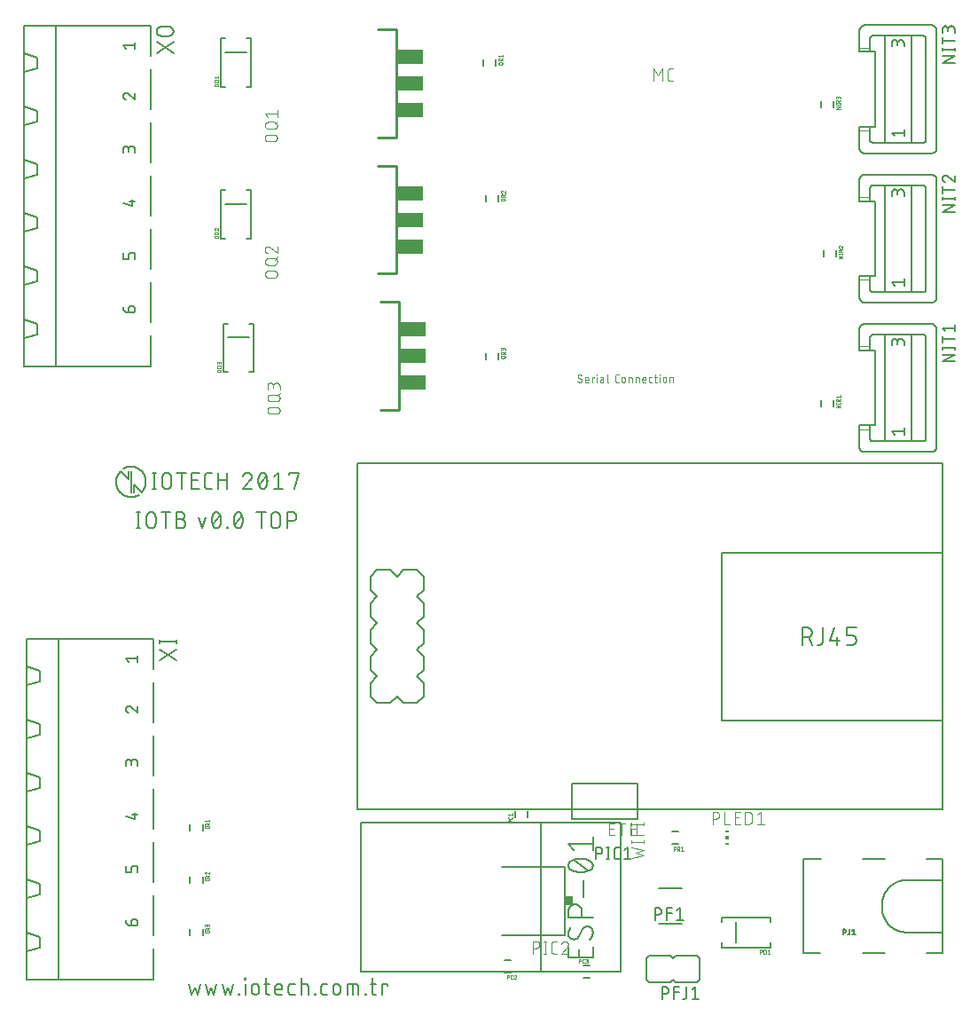
<source format=gbr>
G04 EAGLE Gerber RS-274X export*
G75*
%MOMM*%
%FSLAX34Y34*%
%LPD*%
%AMOC8*
5,1,8,0,0,1.08239X$1,22.5*%
G01*
%ADD10C,0.127000*%
%ADD11C,0.152400*%
%ADD12C,0.025400*%
%ADD13C,0.101600*%
%ADD14R,0.300000X0.150000*%
%ADD15R,0.300000X0.300000*%
%ADD16C,0.203200*%
%ADD17R,0.762000X0.863600*%
%ADD18C,0.254000*%
%ADD19R,2.489200X1.422400*%
%ADD20C,0.050800*%
%ADD21C,0.076200*%
%ADD22C,0.177800*%


D10*
X77357Y476129D02*
X77357Y460635D01*
X79078Y460635D02*
X75635Y460635D01*
X75635Y476129D02*
X79078Y476129D01*
X84945Y471825D02*
X84945Y464939D01*
X84945Y471825D02*
X84947Y471955D01*
X84953Y472085D01*
X84963Y472215D01*
X84976Y472344D01*
X84994Y472473D01*
X85015Y472601D01*
X85041Y472728D01*
X85070Y472855D01*
X85103Y472981D01*
X85140Y473105D01*
X85180Y473229D01*
X85225Y473351D01*
X85273Y473472D01*
X85324Y473591D01*
X85379Y473709D01*
X85438Y473825D01*
X85500Y473939D01*
X85566Y474052D01*
X85635Y474162D01*
X85707Y474270D01*
X85782Y474376D01*
X85861Y474479D01*
X85943Y474580D01*
X86027Y474679D01*
X86115Y474775D01*
X86206Y474868D01*
X86299Y474959D01*
X86395Y475047D01*
X86494Y475131D01*
X86595Y475213D01*
X86698Y475292D01*
X86804Y475367D01*
X86912Y475439D01*
X87022Y475508D01*
X87135Y475574D01*
X87249Y475636D01*
X87365Y475695D01*
X87483Y475750D01*
X87602Y475801D01*
X87723Y475849D01*
X87845Y475894D01*
X87969Y475934D01*
X88093Y475971D01*
X88219Y476004D01*
X88346Y476033D01*
X88473Y476059D01*
X88601Y476080D01*
X88730Y476098D01*
X88859Y476111D01*
X88989Y476121D01*
X89119Y476127D01*
X89249Y476129D01*
X89379Y476127D01*
X89509Y476121D01*
X89639Y476111D01*
X89768Y476098D01*
X89897Y476080D01*
X90025Y476059D01*
X90152Y476033D01*
X90279Y476004D01*
X90405Y475971D01*
X90529Y475934D01*
X90653Y475894D01*
X90775Y475849D01*
X90896Y475801D01*
X91015Y475750D01*
X91133Y475695D01*
X91249Y475636D01*
X91363Y475574D01*
X91476Y475508D01*
X91586Y475439D01*
X91694Y475367D01*
X91800Y475292D01*
X91903Y475213D01*
X92004Y475131D01*
X92103Y475047D01*
X92199Y474959D01*
X92292Y474868D01*
X92383Y474775D01*
X92471Y474679D01*
X92555Y474580D01*
X92637Y474479D01*
X92716Y474376D01*
X92791Y474270D01*
X92863Y474162D01*
X92932Y474052D01*
X92998Y473939D01*
X93060Y473825D01*
X93119Y473709D01*
X93174Y473591D01*
X93225Y473472D01*
X93273Y473351D01*
X93318Y473229D01*
X93358Y473105D01*
X93395Y472981D01*
X93428Y472855D01*
X93457Y472728D01*
X93483Y472601D01*
X93504Y472473D01*
X93522Y472344D01*
X93535Y472215D01*
X93545Y472085D01*
X93551Y471955D01*
X93553Y471825D01*
X93553Y464939D01*
X93551Y464809D01*
X93545Y464679D01*
X93535Y464549D01*
X93522Y464420D01*
X93504Y464291D01*
X93483Y464163D01*
X93457Y464036D01*
X93428Y463909D01*
X93395Y463783D01*
X93358Y463659D01*
X93318Y463535D01*
X93273Y463413D01*
X93225Y463292D01*
X93174Y463173D01*
X93119Y463055D01*
X93060Y462939D01*
X92998Y462825D01*
X92932Y462712D01*
X92863Y462602D01*
X92791Y462494D01*
X92716Y462388D01*
X92637Y462285D01*
X92555Y462184D01*
X92471Y462085D01*
X92383Y461989D01*
X92292Y461896D01*
X92199Y461805D01*
X92103Y461717D01*
X92004Y461633D01*
X91903Y461551D01*
X91800Y461472D01*
X91694Y461397D01*
X91586Y461325D01*
X91476Y461256D01*
X91363Y461190D01*
X91249Y461128D01*
X91133Y461069D01*
X91015Y461014D01*
X90896Y460963D01*
X90775Y460915D01*
X90653Y460870D01*
X90529Y460830D01*
X90405Y460793D01*
X90279Y460760D01*
X90152Y460731D01*
X90025Y460705D01*
X89897Y460684D01*
X89768Y460666D01*
X89639Y460653D01*
X89509Y460643D01*
X89379Y460637D01*
X89249Y460635D01*
X89119Y460637D01*
X88989Y460643D01*
X88859Y460653D01*
X88730Y460666D01*
X88601Y460684D01*
X88473Y460705D01*
X88346Y460731D01*
X88219Y460760D01*
X88093Y460793D01*
X87969Y460830D01*
X87845Y460870D01*
X87723Y460915D01*
X87602Y460963D01*
X87483Y461014D01*
X87365Y461069D01*
X87249Y461128D01*
X87135Y461190D01*
X87022Y461256D01*
X86912Y461325D01*
X86804Y461397D01*
X86698Y461472D01*
X86595Y461551D01*
X86494Y461633D01*
X86395Y461717D01*
X86299Y461805D01*
X86206Y461896D01*
X86115Y461989D01*
X86027Y462085D01*
X85943Y462184D01*
X85861Y462285D01*
X85782Y462388D01*
X85707Y462494D01*
X85635Y462602D01*
X85566Y462712D01*
X85500Y462825D01*
X85438Y462939D01*
X85379Y463055D01*
X85324Y463173D01*
X85273Y463292D01*
X85225Y463413D01*
X85180Y463535D01*
X85140Y463659D01*
X85103Y463783D01*
X85070Y463909D01*
X85041Y464036D01*
X85015Y464163D01*
X84994Y464291D01*
X84976Y464420D01*
X84963Y464549D01*
X84953Y464679D01*
X84947Y464809D01*
X84945Y464939D01*
X103124Y460635D02*
X103124Y476129D01*
X98820Y476129D02*
X107428Y476129D01*
X113387Y469243D02*
X117691Y469243D01*
X117821Y469241D01*
X117951Y469235D01*
X118081Y469225D01*
X118210Y469212D01*
X118339Y469194D01*
X118467Y469173D01*
X118594Y469147D01*
X118721Y469118D01*
X118847Y469085D01*
X118971Y469048D01*
X119095Y469008D01*
X119217Y468963D01*
X119338Y468915D01*
X119457Y468864D01*
X119575Y468809D01*
X119691Y468750D01*
X119805Y468688D01*
X119918Y468622D01*
X120028Y468553D01*
X120136Y468481D01*
X120242Y468406D01*
X120345Y468327D01*
X120446Y468245D01*
X120545Y468161D01*
X120641Y468073D01*
X120734Y467982D01*
X120825Y467889D01*
X120913Y467793D01*
X120997Y467694D01*
X121079Y467593D01*
X121158Y467490D01*
X121233Y467384D01*
X121305Y467276D01*
X121374Y467166D01*
X121440Y467053D01*
X121502Y466939D01*
X121561Y466823D01*
X121616Y466705D01*
X121667Y466586D01*
X121715Y466465D01*
X121760Y466343D01*
X121800Y466219D01*
X121837Y466095D01*
X121870Y465969D01*
X121899Y465842D01*
X121925Y465715D01*
X121946Y465587D01*
X121964Y465458D01*
X121977Y465329D01*
X121987Y465199D01*
X121993Y465069D01*
X121995Y464939D01*
X121993Y464809D01*
X121987Y464679D01*
X121977Y464549D01*
X121964Y464420D01*
X121946Y464291D01*
X121925Y464163D01*
X121899Y464036D01*
X121870Y463909D01*
X121837Y463783D01*
X121800Y463659D01*
X121760Y463535D01*
X121715Y463413D01*
X121667Y463292D01*
X121616Y463173D01*
X121561Y463055D01*
X121502Y462939D01*
X121440Y462825D01*
X121374Y462712D01*
X121305Y462602D01*
X121233Y462494D01*
X121158Y462388D01*
X121079Y462285D01*
X120997Y462184D01*
X120913Y462085D01*
X120825Y461989D01*
X120734Y461896D01*
X120641Y461805D01*
X120545Y461717D01*
X120446Y461633D01*
X120345Y461551D01*
X120242Y461472D01*
X120136Y461397D01*
X120028Y461325D01*
X119918Y461256D01*
X119805Y461190D01*
X119691Y461128D01*
X119575Y461069D01*
X119457Y461014D01*
X119338Y460963D01*
X119217Y460915D01*
X119095Y460870D01*
X118971Y460830D01*
X118847Y460793D01*
X118721Y460760D01*
X118594Y460731D01*
X118467Y460705D01*
X118339Y460684D01*
X118210Y460666D01*
X118081Y460653D01*
X117951Y460643D01*
X117821Y460637D01*
X117691Y460635D01*
X113387Y460635D01*
X113387Y476129D01*
X117691Y476129D01*
X117807Y476127D01*
X117923Y476121D01*
X118039Y476111D01*
X118155Y476098D01*
X118270Y476080D01*
X118384Y476059D01*
X118498Y476033D01*
X118610Y476004D01*
X118722Y475971D01*
X118832Y475934D01*
X118941Y475894D01*
X119049Y475850D01*
X119155Y475802D01*
X119259Y475751D01*
X119362Y475696D01*
X119463Y475638D01*
X119561Y475577D01*
X119658Y475512D01*
X119752Y475444D01*
X119844Y475373D01*
X119934Y475298D01*
X120021Y475221D01*
X120105Y475141D01*
X120186Y475058D01*
X120265Y474972D01*
X120341Y474884D01*
X120414Y474793D01*
X120483Y474700D01*
X120550Y474605D01*
X120613Y474507D01*
X120673Y474408D01*
X120729Y474306D01*
X120782Y474202D01*
X120832Y474097D01*
X120877Y473990D01*
X120920Y473882D01*
X120958Y473772D01*
X120993Y473661D01*
X121024Y473549D01*
X121051Y473436D01*
X121075Y473322D01*
X121094Y473207D01*
X121110Y473092D01*
X121122Y472976D01*
X121130Y472860D01*
X121134Y472744D01*
X121134Y472628D01*
X121130Y472512D01*
X121122Y472396D01*
X121110Y472280D01*
X121094Y472165D01*
X121075Y472050D01*
X121051Y471936D01*
X121024Y471823D01*
X120993Y471711D01*
X120958Y471600D01*
X120920Y471490D01*
X120877Y471382D01*
X120832Y471275D01*
X120782Y471170D01*
X120729Y471066D01*
X120673Y470965D01*
X120613Y470865D01*
X120550Y470767D01*
X120483Y470672D01*
X120414Y470579D01*
X120341Y470488D01*
X120265Y470400D01*
X120186Y470314D01*
X120105Y470231D01*
X120021Y470151D01*
X119934Y470074D01*
X119844Y469999D01*
X119752Y469928D01*
X119658Y469860D01*
X119561Y469795D01*
X119463Y469734D01*
X119362Y469676D01*
X119259Y469621D01*
X119155Y469570D01*
X119049Y469522D01*
X118941Y469478D01*
X118832Y469438D01*
X118722Y469401D01*
X118610Y469368D01*
X118498Y469339D01*
X118384Y469313D01*
X118270Y469292D01*
X118155Y469274D01*
X118039Y469261D01*
X117923Y469251D01*
X117807Y469245D01*
X117691Y469243D01*
X134863Y470964D02*
X138306Y460635D01*
X141749Y470964D01*
X147382Y468382D02*
X147386Y468687D01*
X147397Y468991D01*
X147415Y469296D01*
X147440Y469599D01*
X147473Y469902D01*
X147513Y470205D01*
X147560Y470506D01*
X147614Y470806D01*
X147676Y471104D01*
X147744Y471401D01*
X147820Y471697D01*
X147902Y471990D01*
X147992Y472281D01*
X148089Y472570D01*
X148192Y472857D01*
X148302Y473141D01*
X148419Y473423D01*
X148543Y473701D01*
X148673Y473977D01*
X148672Y473977D02*
X148710Y474080D01*
X148750Y474182D01*
X148795Y474282D01*
X148843Y474381D01*
X148894Y474478D01*
X148948Y474573D01*
X149006Y474667D01*
X149067Y474758D01*
X149131Y474847D01*
X149198Y474934D01*
X149268Y475018D01*
X149341Y475101D01*
X149417Y475180D01*
X149495Y475257D01*
X149576Y475331D01*
X149660Y475402D01*
X149746Y475470D01*
X149834Y475536D01*
X149924Y475598D01*
X150017Y475657D01*
X150111Y475713D01*
X150207Y475766D01*
X150305Y475815D01*
X150405Y475861D01*
X150506Y475903D01*
X150609Y475942D01*
X150713Y475977D01*
X150818Y476009D01*
X150924Y476037D01*
X151031Y476061D01*
X151139Y476082D01*
X151247Y476099D01*
X151356Y476112D01*
X151466Y476121D01*
X151575Y476127D01*
X151685Y476129D01*
X151795Y476127D01*
X151904Y476121D01*
X152014Y476112D01*
X152123Y476099D01*
X152231Y476082D01*
X152339Y476061D01*
X152446Y476037D01*
X152552Y476009D01*
X152657Y475977D01*
X152761Y475942D01*
X152864Y475903D01*
X152965Y475861D01*
X153065Y475815D01*
X153163Y475766D01*
X153259Y475713D01*
X153353Y475657D01*
X153446Y475598D01*
X153536Y475536D01*
X153624Y475470D01*
X153710Y475402D01*
X153794Y475331D01*
X153875Y475257D01*
X153953Y475180D01*
X154029Y475100D01*
X154102Y475018D01*
X154172Y474934D01*
X154239Y474847D01*
X154303Y474758D01*
X154364Y474667D01*
X154422Y474573D01*
X154476Y474478D01*
X154527Y474381D01*
X154575Y474282D01*
X154620Y474182D01*
X154660Y474080D01*
X154698Y473977D01*
X154828Y473701D01*
X154952Y473423D01*
X155069Y473141D01*
X155179Y472857D01*
X155282Y472570D01*
X155379Y472281D01*
X155469Y471990D01*
X155551Y471697D01*
X155627Y471401D01*
X155695Y471104D01*
X155757Y470806D01*
X155811Y470506D01*
X155858Y470205D01*
X155898Y469902D01*
X155931Y469599D01*
X155956Y469296D01*
X155974Y468991D01*
X155985Y468687D01*
X155989Y468382D01*
X147382Y468382D02*
X147386Y468077D01*
X147397Y467773D01*
X147415Y467468D01*
X147440Y467165D01*
X147473Y466862D01*
X147513Y466559D01*
X147560Y466258D01*
X147614Y465958D01*
X147676Y465660D01*
X147744Y465363D01*
X147820Y465067D01*
X147902Y464774D01*
X147992Y464483D01*
X148089Y464194D01*
X148192Y463907D01*
X148302Y463623D01*
X148419Y463341D01*
X148543Y463063D01*
X148673Y462787D01*
X148672Y462787D02*
X148710Y462684D01*
X148750Y462582D01*
X148795Y462482D01*
X148843Y462383D01*
X148894Y462286D01*
X148948Y462191D01*
X149006Y462097D01*
X149067Y462006D01*
X149131Y461917D01*
X149198Y461830D01*
X149268Y461745D01*
X149341Y461663D01*
X149417Y461584D01*
X149495Y461507D01*
X149576Y461433D01*
X149660Y461362D01*
X149746Y461294D01*
X149834Y461228D01*
X149924Y461166D01*
X150017Y461107D01*
X150111Y461051D01*
X150207Y460998D01*
X150306Y460949D01*
X150405Y460903D01*
X150506Y460861D01*
X150609Y460822D01*
X150713Y460787D01*
X150818Y460755D01*
X150924Y460727D01*
X151031Y460703D01*
X151139Y460682D01*
X151247Y460665D01*
X151356Y460652D01*
X151466Y460643D01*
X151575Y460637D01*
X151685Y460635D01*
X154698Y462787D02*
X154828Y463063D01*
X154952Y463341D01*
X155069Y463623D01*
X155179Y463907D01*
X155282Y464194D01*
X155379Y464483D01*
X155469Y464774D01*
X155551Y465067D01*
X155627Y465363D01*
X155695Y465660D01*
X155757Y465958D01*
X155811Y466258D01*
X155858Y466559D01*
X155898Y466862D01*
X155931Y467165D01*
X155956Y467468D01*
X155974Y467773D01*
X155985Y468077D01*
X155989Y468382D01*
X154698Y462787D02*
X154660Y462684D01*
X154620Y462582D01*
X154575Y462482D01*
X154527Y462383D01*
X154476Y462286D01*
X154422Y462191D01*
X154364Y462097D01*
X154303Y462006D01*
X154239Y461917D01*
X154172Y461830D01*
X154102Y461746D01*
X154029Y461663D01*
X153953Y461584D01*
X153875Y461507D01*
X153794Y461433D01*
X153710Y461362D01*
X153624Y461294D01*
X153536Y461228D01*
X153446Y461166D01*
X153353Y461107D01*
X153259Y461051D01*
X153163Y460998D01*
X153065Y460949D01*
X152965Y460903D01*
X152864Y460861D01*
X152761Y460822D01*
X152657Y460787D01*
X152552Y460755D01*
X152446Y460727D01*
X152339Y460703D01*
X152231Y460682D01*
X152123Y460665D01*
X152014Y460652D01*
X151904Y460643D01*
X151795Y460637D01*
X151685Y460635D01*
X148242Y464078D02*
X155129Y472686D01*
X161661Y461496D02*
X161661Y460635D01*
X161661Y461496D02*
X162522Y461496D01*
X162522Y460635D01*
X161661Y460635D01*
X168194Y468382D02*
X168198Y468687D01*
X168209Y468991D01*
X168227Y469296D01*
X168252Y469599D01*
X168285Y469902D01*
X168325Y470205D01*
X168372Y470506D01*
X168426Y470806D01*
X168488Y471104D01*
X168556Y471401D01*
X168632Y471697D01*
X168714Y471990D01*
X168804Y472281D01*
X168901Y472570D01*
X169004Y472857D01*
X169114Y473141D01*
X169231Y473423D01*
X169355Y473701D01*
X169485Y473977D01*
X169484Y473977D02*
X169522Y474080D01*
X169562Y474182D01*
X169607Y474282D01*
X169655Y474381D01*
X169706Y474478D01*
X169760Y474573D01*
X169818Y474667D01*
X169879Y474758D01*
X169943Y474847D01*
X170010Y474934D01*
X170080Y475018D01*
X170153Y475101D01*
X170229Y475180D01*
X170307Y475257D01*
X170388Y475331D01*
X170472Y475402D01*
X170558Y475470D01*
X170646Y475536D01*
X170736Y475598D01*
X170829Y475657D01*
X170923Y475713D01*
X171019Y475766D01*
X171117Y475815D01*
X171217Y475861D01*
X171318Y475903D01*
X171421Y475942D01*
X171525Y475977D01*
X171630Y476009D01*
X171736Y476037D01*
X171843Y476061D01*
X171951Y476082D01*
X172059Y476099D01*
X172168Y476112D01*
X172278Y476121D01*
X172387Y476127D01*
X172497Y476129D01*
X172607Y476127D01*
X172716Y476121D01*
X172826Y476112D01*
X172935Y476099D01*
X173043Y476082D01*
X173151Y476061D01*
X173258Y476037D01*
X173364Y476009D01*
X173469Y475977D01*
X173573Y475942D01*
X173676Y475903D01*
X173777Y475861D01*
X173877Y475815D01*
X173975Y475766D01*
X174071Y475713D01*
X174165Y475657D01*
X174258Y475598D01*
X174348Y475536D01*
X174436Y475470D01*
X174522Y475402D01*
X174606Y475331D01*
X174687Y475257D01*
X174765Y475180D01*
X174841Y475100D01*
X174914Y475018D01*
X174984Y474934D01*
X175051Y474847D01*
X175115Y474758D01*
X175176Y474667D01*
X175234Y474573D01*
X175288Y474478D01*
X175339Y474381D01*
X175387Y474282D01*
X175432Y474182D01*
X175472Y474080D01*
X175510Y473977D01*
X175640Y473701D01*
X175764Y473423D01*
X175881Y473141D01*
X175991Y472857D01*
X176094Y472570D01*
X176191Y472281D01*
X176281Y471990D01*
X176363Y471697D01*
X176439Y471401D01*
X176507Y471104D01*
X176569Y470806D01*
X176623Y470506D01*
X176670Y470205D01*
X176710Y469902D01*
X176743Y469599D01*
X176768Y469296D01*
X176786Y468991D01*
X176797Y468687D01*
X176801Y468382D01*
X168194Y468382D02*
X168198Y468077D01*
X168209Y467773D01*
X168227Y467468D01*
X168252Y467165D01*
X168285Y466862D01*
X168325Y466559D01*
X168372Y466258D01*
X168426Y465958D01*
X168488Y465660D01*
X168556Y465363D01*
X168632Y465067D01*
X168714Y464774D01*
X168804Y464483D01*
X168901Y464194D01*
X169004Y463907D01*
X169114Y463623D01*
X169231Y463341D01*
X169355Y463063D01*
X169485Y462787D01*
X169484Y462787D02*
X169522Y462684D01*
X169562Y462582D01*
X169607Y462482D01*
X169655Y462383D01*
X169706Y462286D01*
X169760Y462191D01*
X169818Y462097D01*
X169879Y462006D01*
X169943Y461917D01*
X170010Y461830D01*
X170080Y461745D01*
X170153Y461663D01*
X170229Y461584D01*
X170307Y461507D01*
X170388Y461433D01*
X170472Y461362D01*
X170558Y461294D01*
X170646Y461228D01*
X170736Y461166D01*
X170829Y461107D01*
X170923Y461051D01*
X171019Y460998D01*
X171118Y460949D01*
X171217Y460903D01*
X171318Y460861D01*
X171421Y460822D01*
X171525Y460787D01*
X171630Y460755D01*
X171736Y460727D01*
X171843Y460703D01*
X171951Y460682D01*
X172059Y460665D01*
X172168Y460652D01*
X172278Y460643D01*
X172387Y460637D01*
X172497Y460635D01*
X175510Y462787D02*
X175640Y463063D01*
X175764Y463341D01*
X175881Y463623D01*
X175991Y463907D01*
X176094Y464194D01*
X176191Y464483D01*
X176281Y464774D01*
X176363Y465067D01*
X176439Y465363D01*
X176507Y465660D01*
X176569Y465958D01*
X176623Y466258D01*
X176670Y466559D01*
X176710Y466862D01*
X176743Y467165D01*
X176768Y467468D01*
X176786Y467773D01*
X176797Y468077D01*
X176801Y468382D01*
X175510Y462787D02*
X175472Y462684D01*
X175432Y462582D01*
X175387Y462482D01*
X175339Y462383D01*
X175288Y462286D01*
X175234Y462191D01*
X175176Y462097D01*
X175115Y462006D01*
X175051Y461917D01*
X174984Y461830D01*
X174914Y461746D01*
X174841Y461663D01*
X174765Y461584D01*
X174687Y461507D01*
X174606Y461433D01*
X174522Y461362D01*
X174436Y461294D01*
X174348Y461228D01*
X174258Y461166D01*
X174165Y461107D01*
X174071Y461051D01*
X173975Y460998D01*
X173877Y460949D01*
X173777Y460903D01*
X173676Y460861D01*
X173573Y460822D01*
X173469Y460787D01*
X173364Y460755D01*
X173258Y460727D01*
X173151Y460703D01*
X173043Y460682D01*
X172935Y460665D01*
X172826Y460652D01*
X172716Y460643D01*
X172607Y460637D01*
X172497Y460635D01*
X169054Y464078D02*
X175941Y472686D01*
X194301Y476129D02*
X194301Y460635D01*
X189997Y476129D02*
X198604Y476129D01*
X203871Y471825D02*
X203871Y464939D01*
X203871Y471825D02*
X203873Y471955D01*
X203879Y472085D01*
X203889Y472215D01*
X203902Y472344D01*
X203920Y472473D01*
X203941Y472601D01*
X203967Y472728D01*
X203996Y472855D01*
X204029Y472981D01*
X204066Y473105D01*
X204106Y473229D01*
X204151Y473351D01*
X204199Y473472D01*
X204250Y473591D01*
X204305Y473709D01*
X204364Y473825D01*
X204426Y473939D01*
X204492Y474052D01*
X204561Y474162D01*
X204633Y474270D01*
X204708Y474376D01*
X204787Y474479D01*
X204869Y474580D01*
X204953Y474679D01*
X205041Y474775D01*
X205132Y474868D01*
X205225Y474959D01*
X205321Y475047D01*
X205420Y475131D01*
X205521Y475213D01*
X205624Y475292D01*
X205730Y475367D01*
X205838Y475439D01*
X205948Y475508D01*
X206061Y475574D01*
X206175Y475636D01*
X206291Y475695D01*
X206409Y475750D01*
X206528Y475801D01*
X206649Y475849D01*
X206771Y475894D01*
X206895Y475934D01*
X207019Y475971D01*
X207145Y476004D01*
X207272Y476033D01*
X207399Y476059D01*
X207527Y476080D01*
X207656Y476098D01*
X207785Y476111D01*
X207915Y476121D01*
X208045Y476127D01*
X208175Y476129D01*
X208305Y476127D01*
X208435Y476121D01*
X208565Y476111D01*
X208694Y476098D01*
X208823Y476080D01*
X208951Y476059D01*
X209078Y476033D01*
X209205Y476004D01*
X209331Y475971D01*
X209455Y475934D01*
X209579Y475894D01*
X209701Y475849D01*
X209822Y475801D01*
X209941Y475750D01*
X210059Y475695D01*
X210175Y475636D01*
X210289Y475574D01*
X210402Y475508D01*
X210512Y475439D01*
X210620Y475367D01*
X210726Y475292D01*
X210829Y475213D01*
X210930Y475131D01*
X211029Y475047D01*
X211125Y474959D01*
X211218Y474868D01*
X211309Y474775D01*
X211397Y474679D01*
X211481Y474580D01*
X211563Y474479D01*
X211642Y474376D01*
X211717Y474270D01*
X211789Y474162D01*
X211858Y474052D01*
X211924Y473939D01*
X211986Y473825D01*
X212045Y473709D01*
X212100Y473591D01*
X212151Y473472D01*
X212199Y473351D01*
X212244Y473229D01*
X212284Y473105D01*
X212321Y472981D01*
X212354Y472855D01*
X212383Y472728D01*
X212409Y472601D01*
X212430Y472473D01*
X212448Y472344D01*
X212461Y472215D01*
X212471Y472085D01*
X212477Y471955D01*
X212479Y471825D01*
X212479Y464939D01*
X212477Y464809D01*
X212471Y464679D01*
X212461Y464549D01*
X212448Y464420D01*
X212430Y464291D01*
X212409Y464163D01*
X212383Y464036D01*
X212354Y463909D01*
X212321Y463783D01*
X212284Y463659D01*
X212244Y463535D01*
X212199Y463413D01*
X212151Y463292D01*
X212100Y463173D01*
X212045Y463055D01*
X211986Y462939D01*
X211924Y462825D01*
X211858Y462712D01*
X211789Y462602D01*
X211717Y462494D01*
X211642Y462388D01*
X211563Y462285D01*
X211481Y462184D01*
X211397Y462085D01*
X211309Y461989D01*
X211218Y461896D01*
X211125Y461805D01*
X211029Y461717D01*
X210930Y461633D01*
X210829Y461551D01*
X210726Y461472D01*
X210620Y461397D01*
X210512Y461325D01*
X210402Y461256D01*
X210289Y461190D01*
X210175Y461128D01*
X210059Y461069D01*
X209941Y461014D01*
X209822Y460963D01*
X209701Y460915D01*
X209579Y460870D01*
X209455Y460830D01*
X209331Y460793D01*
X209205Y460760D01*
X209078Y460731D01*
X208951Y460705D01*
X208823Y460684D01*
X208694Y460666D01*
X208565Y460653D01*
X208435Y460643D01*
X208305Y460637D01*
X208175Y460635D01*
X208045Y460637D01*
X207915Y460643D01*
X207785Y460653D01*
X207656Y460666D01*
X207527Y460684D01*
X207399Y460705D01*
X207272Y460731D01*
X207145Y460760D01*
X207019Y460793D01*
X206895Y460830D01*
X206771Y460870D01*
X206649Y460915D01*
X206528Y460963D01*
X206409Y461014D01*
X206291Y461069D01*
X206175Y461128D01*
X206061Y461190D01*
X205948Y461256D01*
X205838Y461325D01*
X205730Y461397D01*
X205624Y461472D01*
X205521Y461551D01*
X205420Y461633D01*
X205321Y461717D01*
X205225Y461805D01*
X205132Y461896D01*
X205041Y461989D01*
X204953Y462085D01*
X204869Y462184D01*
X204787Y462285D01*
X204708Y462388D01*
X204633Y462494D01*
X204561Y462602D01*
X204492Y462712D01*
X204426Y462825D01*
X204364Y462939D01*
X204305Y463055D01*
X204250Y463173D01*
X204199Y463292D01*
X204151Y463413D01*
X204106Y463535D01*
X204066Y463659D01*
X204029Y463783D01*
X203996Y463909D01*
X203967Y464036D01*
X203941Y464163D01*
X203920Y464291D01*
X203902Y464420D01*
X203889Y464549D01*
X203879Y464679D01*
X203873Y464809D01*
X203871Y464939D01*
X219430Y460635D02*
X219430Y476129D01*
X223733Y476129D01*
X223863Y476127D01*
X223993Y476121D01*
X224123Y476111D01*
X224252Y476098D01*
X224381Y476080D01*
X224509Y476059D01*
X224636Y476033D01*
X224763Y476004D01*
X224889Y475971D01*
X225013Y475934D01*
X225137Y475894D01*
X225259Y475849D01*
X225380Y475801D01*
X225499Y475750D01*
X225617Y475695D01*
X225733Y475636D01*
X225847Y475574D01*
X225960Y475508D01*
X226070Y475439D01*
X226178Y475367D01*
X226284Y475292D01*
X226387Y475213D01*
X226488Y475131D01*
X226587Y475047D01*
X226683Y474959D01*
X226776Y474868D01*
X226867Y474775D01*
X226955Y474679D01*
X227039Y474580D01*
X227121Y474479D01*
X227200Y474376D01*
X227275Y474270D01*
X227347Y474162D01*
X227416Y474052D01*
X227482Y473939D01*
X227544Y473825D01*
X227603Y473709D01*
X227658Y473591D01*
X227709Y473472D01*
X227757Y473351D01*
X227802Y473229D01*
X227842Y473105D01*
X227879Y472981D01*
X227912Y472855D01*
X227941Y472728D01*
X227967Y472601D01*
X227988Y472473D01*
X228006Y472344D01*
X228019Y472215D01*
X228029Y472085D01*
X228035Y471955D01*
X228037Y471825D01*
X228035Y471695D01*
X228029Y471565D01*
X228019Y471435D01*
X228006Y471306D01*
X227988Y471177D01*
X227967Y471049D01*
X227941Y470922D01*
X227912Y470795D01*
X227879Y470669D01*
X227842Y470545D01*
X227802Y470421D01*
X227757Y470299D01*
X227709Y470178D01*
X227658Y470059D01*
X227603Y469941D01*
X227544Y469825D01*
X227482Y469711D01*
X227416Y469598D01*
X227347Y469488D01*
X227275Y469380D01*
X227200Y469274D01*
X227121Y469171D01*
X227039Y469070D01*
X226955Y468971D01*
X226867Y468875D01*
X226776Y468782D01*
X226683Y468691D01*
X226587Y468603D01*
X226488Y468519D01*
X226387Y468437D01*
X226284Y468358D01*
X226178Y468283D01*
X226070Y468211D01*
X225960Y468142D01*
X225847Y468076D01*
X225733Y468014D01*
X225617Y467955D01*
X225499Y467900D01*
X225380Y467849D01*
X225259Y467801D01*
X225137Y467756D01*
X225013Y467716D01*
X224889Y467679D01*
X224763Y467646D01*
X224636Y467617D01*
X224509Y467591D01*
X224381Y467570D01*
X224252Y467552D01*
X224123Y467539D01*
X223993Y467529D01*
X223863Y467523D01*
X223733Y467521D01*
X219430Y467521D01*
X92357Y498135D02*
X92357Y513629D01*
X90635Y498135D02*
X94078Y498135D01*
X94078Y513629D02*
X90635Y513629D01*
X99945Y509325D02*
X99945Y502439D01*
X99945Y509325D02*
X99947Y509455D01*
X99953Y509585D01*
X99963Y509715D01*
X99976Y509844D01*
X99994Y509973D01*
X100015Y510101D01*
X100041Y510228D01*
X100070Y510355D01*
X100103Y510481D01*
X100140Y510605D01*
X100180Y510729D01*
X100225Y510851D01*
X100273Y510972D01*
X100324Y511091D01*
X100379Y511209D01*
X100438Y511325D01*
X100500Y511439D01*
X100566Y511552D01*
X100635Y511662D01*
X100707Y511770D01*
X100782Y511876D01*
X100861Y511979D01*
X100943Y512080D01*
X101027Y512179D01*
X101115Y512275D01*
X101206Y512368D01*
X101299Y512459D01*
X101395Y512547D01*
X101494Y512631D01*
X101595Y512713D01*
X101698Y512792D01*
X101804Y512867D01*
X101912Y512939D01*
X102022Y513008D01*
X102135Y513074D01*
X102249Y513136D01*
X102365Y513195D01*
X102483Y513250D01*
X102602Y513301D01*
X102723Y513349D01*
X102845Y513394D01*
X102969Y513434D01*
X103093Y513471D01*
X103219Y513504D01*
X103346Y513533D01*
X103473Y513559D01*
X103601Y513580D01*
X103730Y513598D01*
X103859Y513611D01*
X103989Y513621D01*
X104119Y513627D01*
X104249Y513629D01*
X104379Y513627D01*
X104509Y513621D01*
X104639Y513611D01*
X104768Y513598D01*
X104897Y513580D01*
X105025Y513559D01*
X105152Y513533D01*
X105279Y513504D01*
X105405Y513471D01*
X105529Y513434D01*
X105653Y513394D01*
X105775Y513349D01*
X105896Y513301D01*
X106015Y513250D01*
X106133Y513195D01*
X106249Y513136D01*
X106363Y513074D01*
X106476Y513008D01*
X106586Y512939D01*
X106694Y512867D01*
X106800Y512792D01*
X106903Y512713D01*
X107004Y512631D01*
X107103Y512547D01*
X107199Y512459D01*
X107292Y512368D01*
X107383Y512275D01*
X107471Y512179D01*
X107555Y512080D01*
X107637Y511979D01*
X107716Y511876D01*
X107791Y511770D01*
X107863Y511662D01*
X107932Y511552D01*
X107998Y511439D01*
X108060Y511325D01*
X108119Y511209D01*
X108174Y511091D01*
X108225Y510972D01*
X108273Y510851D01*
X108318Y510729D01*
X108358Y510605D01*
X108395Y510481D01*
X108428Y510355D01*
X108457Y510228D01*
X108483Y510101D01*
X108504Y509973D01*
X108522Y509844D01*
X108535Y509715D01*
X108545Y509585D01*
X108551Y509455D01*
X108553Y509325D01*
X108553Y502439D01*
X108551Y502309D01*
X108545Y502179D01*
X108535Y502049D01*
X108522Y501920D01*
X108504Y501791D01*
X108483Y501663D01*
X108457Y501536D01*
X108428Y501409D01*
X108395Y501283D01*
X108358Y501159D01*
X108318Y501035D01*
X108273Y500913D01*
X108225Y500792D01*
X108174Y500673D01*
X108119Y500555D01*
X108060Y500439D01*
X107998Y500325D01*
X107932Y500212D01*
X107863Y500102D01*
X107791Y499994D01*
X107716Y499888D01*
X107637Y499785D01*
X107555Y499684D01*
X107471Y499585D01*
X107383Y499489D01*
X107292Y499396D01*
X107199Y499305D01*
X107103Y499217D01*
X107004Y499133D01*
X106903Y499051D01*
X106800Y498972D01*
X106694Y498897D01*
X106586Y498825D01*
X106476Y498756D01*
X106363Y498690D01*
X106249Y498628D01*
X106133Y498569D01*
X106015Y498514D01*
X105896Y498463D01*
X105775Y498415D01*
X105653Y498370D01*
X105529Y498330D01*
X105405Y498293D01*
X105279Y498260D01*
X105152Y498231D01*
X105025Y498205D01*
X104897Y498184D01*
X104768Y498166D01*
X104639Y498153D01*
X104509Y498143D01*
X104379Y498137D01*
X104249Y498135D01*
X104119Y498137D01*
X103989Y498143D01*
X103859Y498153D01*
X103730Y498166D01*
X103601Y498184D01*
X103473Y498205D01*
X103346Y498231D01*
X103219Y498260D01*
X103093Y498293D01*
X102969Y498330D01*
X102845Y498370D01*
X102723Y498415D01*
X102602Y498463D01*
X102483Y498514D01*
X102365Y498569D01*
X102249Y498628D01*
X102135Y498690D01*
X102022Y498756D01*
X101912Y498825D01*
X101804Y498897D01*
X101698Y498972D01*
X101595Y499051D01*
X101494Y499133D01*
X101395Y499217D01*
X101299Y499305D01*
X101206Y499396D01*
X101115Y499489D01*
X101027Y499585D01*
X100943Y499684D01*
X100861Y499785D01*
X100782Y499888D01*
X100707Y499994D01*
X100635Y500102D01*
X100566Y500212D01*
X100500Y500325D01*
X100438Y500439D01*
X100379Y500555D01*
X100324Y500673D01*
X100273Y500792D01*
X100225Y500913D01*
X100180Y501035D01*
X100140Y501159D01*
X100103Y501283D01*
X100070Y501409D01*
X100041Y501536D01*
X100015Y501663D01*
X99994Y501791D01*
X99976Y501920D01*
X99963Y502049D01*
X99953Y502179D01*
X99947Y502309D01*
X99945Y502439D01*
X118124Y498135D02*
X118124Y513629D01*
X113820Y513629D02*
X122428Y513629D01*
X128218Y498135D02*
X135104Y498135D01*
X128218Y498135D02*
X128218Y513629D01*
X135104Y513629D01*
X133382Y506743D02*
X128218Y506743D01*
X143984Y498135D02*
X147427Y498135D01*
X143984Y498135D02*
X143869Y498137D01*
X143754Y498143D01*
X143639Y498152D01*
X143525Y498166D01*
X143411Y498183D01*
X143298Y498204D01*
X143186Y498229D01*
X143074Y498257D01*
X142964Y498290D01*
X142855Y498326D01*
X142747Y498365D01*
X142640Y498408D01*
X142535Y498455D01*
X142431Y498505D01*
X142329Y498559D01*
X142229Y498616D01*
X142131Y498676D01*
X142035Y498739D01*
X141942Y498806D01*
X141850Y498876D01*
X141761Y498949D01*
X141674Y499024D01*
X141590Y499103D01*
X141509Y499184D01*
X141430Y499268D01*
X141355Y499355D01*
X141282Y499444D01*
X141212Y499536D01*
X141145Y499629D01*
X141082Y499725D01*
X141022Y499823D01*
X140965Y499923D01*
X140911Y500025D01*
X140861Y500129D01*
X140814Y500234D01*
X140771Y500341D01*
X140732Y500449D01*
X140696Y500558D01*
X140663Y500668D01*
X140635Y500780D01*
X140610Y500892D01*
X140589Y501005D01*
X140572Y501119D01*
X140558Y501233D01*
X140549Y501348D01*
X140543Y501463D01*
X140541Y501578D01*
X140541Y510186D01*
X140543Y510301D01*
X140549Y510416D01*
X140558Y510531D01*
X140572Y510645D01*
X140589Y510759D01*
X140610Y510872D01*
X140635Y510984D01*
X140663Y511096D01*
X140696Y511206D01*
X140732Y511315D01*
X140771Y511423D01*
X140814Y511530D01*
X140861Y511635D01*
X140911Y511739D01*
X140965Y511841D01*
X141022Y511941D01*
X141082Y512039D01*
X141145Y512135D01*
X141212Y512228D01*
X141282Y512320D01*
X141355Y512409D01*
X141430Y512496D01*
X141509Y512580D01*
X141590Y512661D01*
X141674Y512739D01*
X141761Y512815D01*
X141850Y512888D01*
X141942Y512958D01*
X142035Y513025D01*
X142131Y513088D01*
X142229Y513148D01*
X142329Y513205D01*
X142431Y513259D01*
X142535Y513309D01*
X142640Y513356D01*
X142747Y513399D01*
X142855Y513438D01*
X142964Y513474D01*
X143074Y513507D01*
X143186Y513535D01*
X143298Y513560D01*
X143411Y513581D01*
X143525Y513598D01*
X143639Y513612D01*
X143754Y513621D01*
X143869Y513627D01*
X143984Y513629D01*
X147427Y513629D01*
X153462Y513629D02*
X153462Y498135D01*
X153462Y506743D02*
X162070Y506743D01*
X162070Y513629D02*
X162070Y498135D01*
X181486Y513630D02*
X181608Y513628D01*
X181729Y513622D01*
X181851Y513613D01*
X181972Y513599D01*
X182092Y513582D01*
X182212Y513561D01*
X182331Y513537D01*
X182449Y513508D01*
X182567Y513476D01*
X182683Y513440D01*
X182798Y513401D01*
X182912Y513358D01*
X183025Y513311D01*
X183135Y513261D01*
X183245Y513208D01*
X183352Y513151D01*
X183458Y513091D01*
X183562Y513027D01*
X183664Y512960D01*
X183763Y512890D01*
X183860Y512817D01*
X183955Y512741D01*
X184048Y512662D01*
X184138Y512580D01*
X184225Y512495D01*
X184310Y512408D01*
X184392Y512318D01*
X184471Y512225D01*
X184547Y512130D01*
X184620Y512033D01*
X184690Y511934D01*
X184757Y511832D01*
X184821Y511728D01*
X184881Y511622D01*
X184938Y511515D01*
X184991Y511405D01*
X185041Y511295D01*
X185088Y511182D01*
X185131Y511068D01*
X185170Y510953D01*
X185206Y510837D01*
X185238Y510719D01*
X185267Y510601D01*
X185291Y510482D01*
X185312Y510362D01*
X185329Y510242D01*
X185343Y510121D01*
X185352Y509999D01*
X185358Y509878D01*
X185360Y509756D01*
X181486Y513629D02*
X181347Y513627D01*
X181208Y513621D01*
X181069Y513612D01*
X180931Y513598D01*
X180793Y513580D01*
X180656Y513559D01*
X180519Y513534D01*
X180383Y513505D01*
X180248Y513472D01*
X180113Y513436D01*
X179980Y513396D01*
X179848Y513352D01*
X179718Y513304D01*
X179588Y513253D01*
X179461Y513198D01*
X179334Y513140D01*
X179210Y513078D01*
X179087Y513013D01*
X178966Y512944D01*
X178847Y512872D01*
X178730Y512796D01*
X178616Y512718D01*
X178503Y512636D01*
X178393Y512551D01*
X178285Y512463D01*
X178180Y512372D01*
X178078Y512278D01*
X177978Y512182D01*
X177880Y512082D01*
X177786Y511980D01*
X177694Y511876D01*
X177606Y511768D01*
X177520Y511659D01*
X177438Y511547D01*
X177359Y511432D01*
X177283Y511316D01*
X177210Y511198D01*
X177140Y511077D01*
X177074Y510955D01*
X177012Y510830D01*
X176953Y510705D01*
X176897Y510577D01*
X176845Y510448D01*
X176797Y510318D01*
X176752Y510186D01*
X184069Y506743D02*
X184158Y506830D01*
X184244Y506920D01*
X184328Y507013D01*
X184409Y507108D01*
X184487Y507205D01*
X184562Y507305D01*
X184634Y507407D01*
X184703Y507511D01*
X184768Y507617D01*
X184831Y507725D01*
X184890Y507835D01*
X184946Y507947D01*
X184999Y508060D01*
X185048Y508174D01*
X185093Y508291D01*
X185136Y508408D01*
X185174Y508527D01*
X185209Y508646D01*
X185241Y508767D01*
X185269Y508889D01*
X185293Y509011D01*
X185313Y509134D01*
X185330Y509258D01*
X185343Y509382D01*
X185353Y509507D01*
X185358Y509631D01*
X185360Y509756D01*
X184068Y506743D02*
X176752Y498135D01*
X185360Y498135D01*
X191618Y505882D02*
X191622Y506187D01*
X191633Y506491D01*
X191651Y506796D01*
X191676Y507099D01*
X191709Y507402D01*
X191749Y507705D01*
X191796Y508006D01*
X191850Y508306D01*
X191912Y508604D01*
X191980Y508901D01*
X192056Y509197D01*
X192138Y509490D01*
X192228Y509781D01*
X192325Y510070D01*
X192428Y510357D01*
X192538Y510641D01*
X192655Y510923D01*
X192779Y511201D01*
X192909Y511477D01*
X192908Y511477D02*
X192946Y511580D01*
X192986Y511682D01*
X193031Y511782D01*
X193079Y511881D01*
X193130Y511978D01*
X193184Y512073D01*
X193242Y512167D01*
X193303Y512258D01*
X193367Y512347D01*
X193434Y512434D01*
X193504Y512518D01*
X193577Y512601D01*
X193653Y512680D01*
X193731Y512757D01*
X193812Y512831D01*
X193896Y512902D01*
X193982Y512970D01*
X194070Y513036D01*
X194160Y513098D01*
X194253Y513157D01*
X194347Y513213D01*
X194443Y513266D01*
X194541Y513315D01*
X194641Y513361D01*
X194742Y513403D01*
X194845Y513442D01*
X194949Y513477D01*
X195054Y513509D01*
X195160Y513537D01*
X195267Y513561D01*
X195375Y513582D01*
X195483Y513599D01*
X195592Y513612D01*
X195702Y513621D01*
X195811Y513627D01*
X195921Y513629D01*
X196031Y513627D01*
X196140Y513621D01*
X196250Y513612D01*
X196359Y513599D01*
X196467Y513582D01*
X196575Y513561D01*
X196682Y513537D01*
X196788Y513509D01*
X196893Y513477D01*
X196997Y513442D01*
X197100Y513403D01*
X197201Y513361D01*
X197301Y513315D01*
X197399Y513266D01*
X197495Y513213D01*
X197589Y513157D01*
X197682Y513098D01*
X197772Y513036D01*
X197860Y512970D01*
X197946Y512902D01*
X198030Y512831D01*
X198111Y512757D01*
X198189Y512680D01*
X198265Y512600D01*
X198338Y512518D01*
X198408Y512434D01*
X198475Y512347D01*
X198539Y512258D01*
X198600Y512167D01*
X198658Y512073D01*
X198712Y511978D01*
X198763Y511881D01*
X198811Y511782D01*
X198856Y511682D01*
X198896Y511580D01*
X198934Y511477D01*
X199064Y511201D01*
X199188Y510923D01*
X199305Y510641D01*
X199415Y510357D01*
X199518Y510070D01*
X199615Y509781D01*
X199705Y509490D01*
X199787Y509197D01*
X199863Y508901D01*
X199931Y508604D01*
X199993Y508306D01*
X200047Y508006D01*
X200094Y507705D01*
X200134Y507402D01*
X200167Y507099D01*
X200192Y506796D01*
X200210Y506491D01*
X200221Y506187D01*
X200225Y505882D01*
X191618Y505882D02*
X191622Y505577D01*
X191633Y505273D01*
X191651Y504968D01*
X191676Y504665D01*
X191709Y504362D01*
X191749Y504059D01*
X191796Y503758D01*
X191850Y503458D01*
X191912Y503160D01*
X191980Y502863D01*
X192056Y502567D01*
X192138Y502274D01*
X192228Y501983D01*
X192325Y501694D01*
X192428Y501407D01*
X192538Y501123D01*
X192655Y500841D01*
X192779Y500563D01*
X192909Y500287D01*
X192908Y500287D02*
X192946Y500184D01*
X192986Y500082D01*
X193031Y499982D01*
X193079Y499883D01*
X193130Y499786D01*
X193184Y499691D01*
X193242Y499597D01*
X193303Y499506D01*
X193367Y499417D01*
X193434Y499330D01*
X193504Y499245D01*
X193577Y499163D01*
X193653Y499084D01*
X193731Y499007D01*
X193812Y498933D01*
X193896Y498862D01*
X193982Y498794D01*
X194070Y498728D01*
X194160Y498666D01*
X194253Y498607D01*
X194347Y498551D01*
X194443Y498498D01*
X194542Y498449D01*
X194641Y498403D01*
X194742Y498361D01*
X194845Y498322D01*
X194949Y498287D01*
X195054Y498255D01*
X195160Y498227D01*
X195267Y498203D01*
X195375Y498182D01*
X195483Y498165D01*
X195592Y498152D01*
X195702Y498143D01*
X195811Y498137D01*
X195921Y498135D01*
X198934Y500287D02*
X199064Y500563D01*
X199188Y500841D01*
X199305Y501123D01*
X199415Y501407D01*
X199518Y501694D01*
X199615Y501983D01*
X199705Y502274D01*
X199787Y502567D01*
X199863Y502863D01*
X199931Y503160D01*
X199993Y503458D01*
X200047Y503758D01*
X200094Y504059D01*
X200134Y504362D01*
X200167Y504665D01*
X200192Y504968D01*
X200210Y505273D01*
X200221Y505577D01*
X200225Y505882D01*
X198934Y500287D02*
X198896Y500184D01*
X198856Y500082D01*
X198811Y499982D01*
X198763Y499883D01*
X198712Y499786D01*
X198658Y499691D01*
X198600Y499597D01*
X198539Y499506D01*
X198475Y499417D01*
X198408Y499330D01*
X198338Y499246D01*
X198265Y499163D01*
X198189Y499084D01*
X198111Y499007D01*
X198030Y498933D01*
X197946Y498862D01*
X197860Y498794D01*
X197772Y498728D01*
X197682Y498666D01*
X197589Y498607D01*
X197495Y498551D01*
X197399Y498498D01*
X197301Y498449D01*
X197201Y498403D01*
X197100Y498361D01*
X196997Y498322D01*
X196893Y498287D01*
X196788Y498255D01*
X196682Y498227D01*
X196575Y498203D01*
X196467Y498182D01*
X196359Y498165D01*
X196250Y498152D01*
X196140Y498143D01*
X196031Y498137D01*
X195921Y498135D01*
X192478Y501578D02*
X199365Y510186D01*
X206483Y510186D02*
X210787Y513629D01*
X210787Y498135D01*
X206483Y498135D02*
X215091Y498135D01*
X221349Y511907D02*
X221349Y513629D01*
X229957Y513629D01*
X225653Y498135D01*
D11*
X67500Y507500D02*
X60000Y515000D01*
X72500Y502500D02*
X80000Y495000D01*
X67500Y507500D02*
X67500Y515000D01*
X72500Y502500D02*
X72500Y495000D01*
X70000Y495000D02*
X70000Y515000D01*
X62500Y517500D02*
X62802Y517676D01*
X63108Y517844D01*
X63419Y518005D01*
X63733Y518158D01*
X64051Y518303D01*
X64372Y518441D01*
X64697Y518571D01*
X65024Y518693D01*
X65355Y518806D01*
X65688Y518912D01*
X66024Y519010D01*
X66362Y519099D01*
X66702Y519180D01*
X67043Y519253D01*
X67387Y519318D01*
X67732Y519374D01*
X68078Y519421D01*
X68426Y519461D01*
X68774Y519491D01*
X69123Y519514D01*
X69472Y519528D01*
X69821Y519533D01*
X70171Y519530D01*
X70520Y519518D01*
X70869Y519498D01*
X71217Y519469D01*
X71565Y519432D01*
X71912Y519386D01*
X72257Y519332D01*
X72601Y519270D01*
X72943Y519199D01*
X73284Y519120D01*
X73622Y519033D01*
X73958Y518937D01*
X74292Y518834D01*
X74623Y518722D01*
X74952Y518602D01*
X75277Y518474D01*
X75599Y518339D01*
X75918Y518195D01*
X76233Y518044D01*
X76544Y517885D01*
X76852Y517719D01*
X77155Y517545D01*
X77454Y517364D01*
X77748Y517176D01*
X78038Y516980D01*
X78323Y516778D01*
X78603Y516568D01*
X78878Y516352D01*
X79147Y516130D01*
X79411Y515901D01*
X79669Y515665D01*
X79922Y515423D01*
X80168Y515175D01*
X80409Y514922D01*
X80643Y514662D01*
X80871Y514397D01*
X81092Y514126D01*
X81307Y513851D01*
X81514Y513570D01*
X81715Y513284D01*
X81909Y512993D01*
X82096Y512697D01*
X82275Y512397D01*
X82448Y512093D01*
X82612Y511785D01*
X82769Y511473D01*
X82919Y511157D01*
X83061Y510837D01*
X83195Y510514D01*
X83321Y510188D01*
X83439Y509859D01*
X83549Y509528D01*
X83651Y509193D01*
X83745Y508857D01*
X83830Y508518D01*
X83907Y508177D01*
X83976Y507834D01*
X84037Y507490D01*
X84089Y507144D01*
X84133Y506797D01*
X84168Y506450D01*
X84195Y506101D01*
X84213Y505752D01*
X84223Y505403D01*
X84225Y505053D01*
X84217Y504704D01*
X84202Y504355D01*
X84177Y504006D01*
X84145Y503658D01*
X84104Y503311D01*
X84054Y502965D01*
X83996Y502620D01*
X83930Y502277D01*
X83855Y501935D01*
X83772Y501596D01*
X83681Y501258D01*
X83582Y500923D01*
X83474Y500591D01*
X83359Y500261D01*
X83235Y499934D01*
X83104Y499610D01*
X82964Y499289D01*
X82817Y498972D01*
X82663Y498659D01*
X82500Y498349D01*
X82330Y498044D01*
X82153Y497743D01*
X81969Y497446D01*
X81777Y497153D01*
X81578Y496866D01*
X81373Y496583D01*
X81160Y496306D01*
X80941Y496033D01*
X80715Y495767D01*
X80483Y495505D01*
X80245Y495250D01*
X80000Y495000D01*
X77500Y492500D02*
X77198Y492324D01*
X76892Y492156D01*
X76581Y491995D01*
X76267Y491842D01*
X75949Y491697D01*
X75628Y491559D01*
X75303Y491429D01*
X74976Y491307D01*
X74645Y491194D01*
X74312Y491088D01*
X73976Y490990D01*
X73638Y490901D01*
X73298Y490820D01*
X72957Y490747D01*
X72613Y490682D01*
X72268Y490626D01*
X71922Y490579D01*
X71574Y490539D01*
X71226Y490509D01*
X70877Y490486D01*
X70528Y490472D01*
X70179Y490467D01*
X69829Y490470D01*
X69480Y490482D01*
X69131Y490502D01*
X68783Y490531D01*
X68435Y490568D01*
X68088Y490614D01*
X67743Y490668D01*
X67399Y490730D01*
X67057Y490801D01*
X66716Y490880D01*
X66378Y490967D01*
X66042Y491063D01*
X65708Y491166D01*
X65377Y491278D01*
X65048Y491398D01*
X64723Y491526D01*
X64401Y491661D01*
X64082Y491805D01*
X63767Y491956D01*
X63456Y492115D01*
X63148Y492281D01*
X62845Y492455D01*
X62546Y492636D01*
X62252Y492824D01*
X61962Y493020D01*
X61677Y493222D01*
X61397Y493432D01*
X61122Y493648D01*
X60853Y493870D01*
X60589Y494099D01*
X60331Y494335D01*
X60078Y494577D01*
X59832Y494825D01*
X59591Y495078D01*
X59357Y495338D01*
X59129Y495603D01*
X58908Y495874D01*
X58693Y496149D01*
X58486Y496430D01*
X58285Y496716D01*
X58091Y497007D01*
X57904Y497303D01*
X57725Y497603D01*
X57552Y497907D01*
X57388Y498215D01*
X57231Y498527D01*
X57081Y498843D01*
X56939Y499163D01*
X56805Y499486D01*
X56679Y499812D01*
X56561Y500141D01*
X56451Y500472D01*
X56349Y500807D01*
X56255Y501143D01*
X56170Y501482D01*
X56093Y501823D01*
X56024Y502166D01*
X55963Y502510D01*
X55911Y502856D01*
X55867Y503203D01*
X55832Y503550D01*
X55805Y503899D01*
X55787Y504248D01*
X55777Y504597D01*
X55775Y504947D01*
X55783Y505296D01*
X55798Y505645D01*
X55823Y505994D01*
X55855Y506342D01*
X55896Y506689D01*
X55946Y507035D01*
X56004Y507380D01*
X56070Y507723D01*
X56145Y508065D01*
X56228Y508404D01*
X56319Y508742D01*
X56418Y509077D01*
X56526Y509409D01*
X56641Y509739D01*
X56765Y510066D01*
X56896Y510390D01*
X57036Y510711D01*
X57183Y511028D01*
X57337Y511341D01*
X57500Y511651D01*
X57670Y511956D01*
X57847Y512257D01*
X58031Y512554D01*
X58223Y512847D01*
X58422Y513134D01*
X58627Y513417D01*
X58840Y513694D01*
X59059Y513967D01*
X59285Y514233D01*
X59517Y514495D01*
X59755Y514750D01*
X60000Y515000D01*
D10*
X125635Y25964D02*
X128217Y15635D01*
X130800Y22521D01*
X133382Y15635D01*
X135964Y25964D01*
X141492Y25964D02*
X144074Y15635D01*
X146657Y22521D01*
X149239Y15635D01*
X151821Y25964D01*
X157349Y25964D02*
X159931Y15635D01*
X162513Y22521D01*
X165096Y15635D01*
X167678Y25964D01*
X172985Y16496D02*
X172985Y15635D01*
X172985Y16496D02*
X173845Y16496D01*
X173845Y15635D01*
X172985Y15635D01*
X179361Y15635D02*
X179361Y25964D01*
X178931Y30268D02*
X178931Y31129D01*
X179792Y31129D01*
X179792Y30268D01*
X178931Y30268D01*
X185333Y22521D02*
X185333Y19078D01*
X185333Y22521D02*
X185335Y22637D01*
X185341Y22753D01*
X185351Y22869D01*
X185364Y22985D01*
X185382Y23100D01*
X185403Y23214D01*
X185429Y23328D01*
X185458Y23440D01*
X185491Y23552D01*
X185528Y23662D01*
X185568Y23771D01*
X185612Y23879D01*
X185660Y23985D01*
X185711Y24089D01*
X185766Y24192D01*
X185824Y24293D01*
X185885Y24391D01*
X185950Y24488D01*
X186018Y24582D01*
X186089Y24674D01*
X186164Y24764D01*
X186241Y24851D01*
X186321Y24935D01*
X186404Y25016D01*
X186490Y25095D01*
X186578Y25171D01*
X186669Y25244D01*
X186762Y25313D01*
X186857Y25380D01*
X186955Y25443D01*
X187055Y25503D01*
X187156Y25559D01*
X187260Y25612D01*
X187365Y25662D01*
X187472Y25707D01*
X187580Y25750D01*
X187690Y25788D01*
X187801Y25823D01*
X187913Y25854D01*
X188026Y25881D01*
X188140Y25905D01*
X188255Y25924D01*
X188370Y25940D01*
X188486Y25952D01*
X188602Y25960D01*
X188718Y25964D01*
X188834Y25964D01*
X188950Y25960D01*
X189066Y25952D01*
X189182Y25940D01*
X189297Y25924D01*
X189412Y25905D01*
X189526Y25881D01*
X189639Y25854D01*
X189751Y25823D01*
X189862Y25788D01*
X189972Y25750D01*
X190080Y25707D01*
X190187Y25662D01*
X190292Y25612D01*
X190396Y25559D01*
X190498Y25503D01*
X190597Y25443D01*
X190695Y25380D01*
X190790Y25313D01*
X190883Y25244D01*
X190974Y25171D01*
X191062Y25095D01*
X191148Y25016D01*
X191231Y24935D01*
X191311Y24851D01*
X191388Y24764D01*
X191463Y24674D01*
X191534Y24582D01*
X191602Y24488D01*
X191667Y24391D01*
X191728Y24293D01*
X191786Y24192D01*
X191841Y24089D01*
X191892Y23985D01*
X191940Y23879D01*
X191984Y23771D01*
X192024Y23662D01*
X192061Y23552D01*
X192094Y23440D01*
X192123Y23328D01*
X192149Y23214D01*
X192170Y23100D01*
X192188Y22985D01*
X192201Y22869D01*
X192211Y22753D01*
X192217Y22637D01*
X192219Y22521D01*
X192219Y19078D01*
X192217Y18962D01*
X192211Y18846D01*
X192201Y18730D01*
X192188Y18614D01*
X192170Y18499D01*
X192149Y18385D01*
X192123Y18271D01*
X192094Y18159D01*
X192061Y18047D01*
X192024Y17937D01*
X191984Y17828D01*
X191940Y17720D01*
X191892Y17614D01*
X191841Y17510D01*
X191786Y17407D01*
X191728Y17306D01*
X191667Y17208D01*
X191602Y17111D01*
X191534Y17017D01*
X191463Y16925D01*
X191388Y16835D01*
X191311Y16748D01*
X191231Y16664D01*
X191148Y16583D01*
X191062Y16504D01*
X190974Y16428D01*
X190883Y16355D01*
X190790Y16286D01*
X190695Y16219D01*
X190597Y16156D01*
X190497Y16096D01*
X190396Y16040D01*
X190292Y15987D01*
X190187Y15937D01*
X190080Y15892D01*
X189972Y15849D01*
X189862Y15811D01*
X189751Y15776D01*
X189639Y15745D01*
X189526Y15718D01*
X189412Y15694D01*
X189297Y15675D01*
X189182Y15659D01*
X189066Y15647D01*
X188950Y15639D01*
X188834Y15635D01*
X188718Y15635D01*
X188602Y15639D01*
X188486Y15647D01*
X188370Y15659D01*
X188255Y15675D01*
X188140Y15694D01*
X188026Y15718D01*
X187913Y15745D01*
X187801Y15776D01*
X187690Y15811D01*
X187580Y15849D01*
X187472Y15892D01*
X187365Y15937D01*
X187260Y15987D01*
X187156Y16040D01*
X187055Y16096D01*
X186955Y16156D01*
X186857Y16219D01*
X186762Y16286D01*
X186669Y16355D01*
X186578Y16428D01*
X186490Y16504D01*
X186404Y16583D01*
X186321Y16664D01*
X186241Y16748D01*
X186164Y16835D01*
X186089Y16925D01*
X186018Y17017D01*
X185950Y17111D01*
X185885Y17208D01*
X185824Y17306D01*
X185766Y17407D01*
X185711Y17510D01*
X185660Y17614D01*
X185612Y17720D01*
X185568Y17828D01*
X185528Y17937D01*
X185491Y18047D01*
X185458Y18159D01*
X185429Y18271D01*
X185403Y18385D01*
X185382Y18499D01*
X185364Y18614D01*
X185351Y18730D01*
X185341Y18846D01*
X185335Y18962D01*
X185333Y19078D01*
X196987Y25964D02*
X202152Y25964D01*
X198709Y31129D02*
X198709Y18217D01*
X198711Y18118D01*
X198717Y18019D01*
X198726Y17921D01*
X198739Y17823D01*
X198756Y17725D01*
X198777Y17629D01*
X198801Y17533D01*
X198829Y17438D01*
X198861Y17344D01*
X198896Y17252D01*
X198935Y17161D01*
X198977Y17071D01*
X199023Y16984D01*
X199072Y16898D01*
X199124Y16813D01*
X199179Y16732D01*
X199238Y16652D01*
X199299Y16574D01*
X199363Y16499D01*
X199431Y16427D01*
X199501Y16357D01*
X199573Y16289D01*
X199648Y16225D01*
X199726Y16164D01*
X199806Y16105D01*
X199888Y16050D01*
X199972Y15998D01*
X200058Y15949D01*
X200145Y15903D01*
X200235Y15861D01*
X200326Y15822D01*
X200418Y15787D01*
X200512Y15755D01*
X200607Y15727D01*
X200703Y15703D01*
X200799Y15682D01*
X200897Y15665D01*
X200995Y15652D01*
X201093Y15643D01*
X201192Y15637D01*
X201291Y15635D01*
X202152Y15635D01*
X210214Y15635D02*
X214518Y15635D01*
X210214Y15635D02*
X210115Y15637D01*
X210016Y15643D01*
X209918Y15652D01*
X209820Y15665D01*
X209722Y15682D01*
X209626Y15703D01*
X209530Y15727D01*
X209435Y15755D01*
X209341Y15787D01*
X209249Y15822D01*
X209158Y15861D01*
X209068Y15903D01*
X208981Y15949D01*
X208895Y15998D01*
X208811Y16050D01*
X208729Y16105D01*
X208649Y16164D01*
X208571Y16225D01*
X208496Y16289D01*
X208424Y16357D01*
X208354Y16427D01*
X208286Y16499D01*
X208222Y16574D01*
X208161Y16652D01*
X208102Y16732D01*
X208047Y16814D01*
X207995Y16898D01*
X207946Y16984D01*
X207900Y17071D01*
X207858Y17161D01*
X207819Y17252D01*
X207784Y17344D01*
X207752Y17438D01*
X207724Y17533D01*
X207700Y17629D01*
X207679Y17725D01*
X207662Y17823D01*
X207649Y17921D01*
X207640Y18019D01*
X207634Y18118D01*
X207632Y18217D01*
X207632Y22521D01*
X207634Y22637D01*
X207640Y22753D01*
X207650Y22869D01*
X207663Y22985D01*
X207681Y23100D01*
X207702Y23214D01*
X207728Y23328D01*
X207757Y23440D01*
X207790Y23552D01*
X207827Y23662D01*
X207867Y23771D01*
X207911Y23879D01*
X207959Y23985D01*
X208010Y24089D01*
X208065Y24192D01*
X208123Y24293D01*
X208184Y24391D01*
X208249Y24488D01*
X208317Y24582D01*
X208388Y24674D01*
X208463Y24764D01*
X208540Y24851D01*
X208620Y24935D01*
X208703Y25016D01*
X208789Y25095D01*
X208877Y25171D01*
X208968Y25244D01*
X209061Y25313D01*
X209156Y25380D01*
X209254Y25443D01*
X209354Y25503D01*
X209455Y25559D01*
X209559Y25612D01*
X209664Y25662D01*
X209771Y25707D01*
X209879Y25750D01*
X209989Y25788D01*
X210100Y25823D01*
X210212Y25854D01*
X210325Y25881D01*
X210439Y25905D01*
X210554Y25924D01*
X210669Y25940D01*
X210785Y25952D01*
X210901Y25960D01*
X211017Y25964D01*
X211133Y25964D01*
X211249Y25960D01*
X211365Y25952D01*
X211481Y25940D01*
X211596Y25924D01*
X211711Y25905D01*
X211825Y25881D01*
X211938Y25854D01*
X212050Y25823D01*
X212161Y25788D01*
X212271Y25750D01*
X212379Y25707D01*
X212486Y25662D01*
X212591Y25612D01*
X212695Y25559D01*
X212797Y25503D01*
X212896Y25443D01*
X212994Y25380D01*
X213089Y25313D01*
X213182Y25244D01*
X213273Y25171D01*
X213361Y25095D01*
X213447Y25016D01*
X213530Y24935D01*
X213610Y24851D01*
X213687Y24764D01*
X213762Y24674D01*
X213833Y24582D01*
X213901Y24488D01*
X213966Y24391D01*
X214027Y24293D01*
X214085Y24192D01*
X214140Y24089D01*
X214191Y23985D01*
X214239Y23879D01*
X214283Y23771D01*
X214323Y23662D01*
X214360Y23552D01*
X214393Y23440D01*
X214422Y23328D01*
X214448Y23214D01*
X214469Y23100D01*
X214487Y22985D01*
X214500Y22869D01*
X214510Y22753D01*
X214516Y22637D01*
X214518Y22521D01*
X214518Y20800D01*
X207632Y20800D01*
X223114Y15635D02*
X226557Y15635D01*
X223114Y15635D02*
X223015Y15637D01*
X222916Y15643D01*
X222818Y15652D01*
X222720Y15665D01*
X222622Y15682D01*
X222526Y15703D01*
X222430Y15727D01*
X222335Y15755D01*
X222241Y15787D01*
X222149Y15822D01*
X222058Y15861D01*
X221968Y15903D01*
X221881Y15949D01*
X221795Y15998D01*
X221711Y16050D01*
X221629Y16105D01*
X221549Y16164D01*
X221471Y16225D01*
X221396Y16289D01*
X221324Y16357D01*
X221254Y16427D01*
X221186Y16499D01*
X221122Y16574D01*
X221061Y16652D01*
X221002Y16732D01*
X220947Y16814D01*
X220895Y16898D01*
X220846Y16984D01*
X220800Y17071D01*
X220758Y17161D01*
X220719Y17252D01*
X220684Y17344D01*
X220652Y17438D01*
X220624Y17533D01*
X220600Y17629D01*
X220579Y17725D01*
X220562Y17823D01*
X220549Y17921D01*
X220540Y18019D01*
X220534Y18118D01*
X220532Y18217D01*
X220531Y18217D02*
X220531Y23382D01*
X220532Y23382D02*
X220534Y23481D01*
X220540Y23580D01*
X220549Y23678D01*
X220562Y23776D01*
X220579Y23874D01*
X220600Y23970D01*
X220624Y24066D01*
X220652Y24161D01*
X220684Y24255D01*
X220719Y24347D01*
X220758Y24438D01*
X220800Y24528D01*
X220846Y24615D01*
X220895Y24701D01*
X220947Y24785D01*
X221002Y24867D01*
X221061Y24947D01*
X221122Y25025D01*
X221186Y25100D01*
X221254Y25172D01*
X221324Y25242D01*
X221396Y25310D01*
X221471Y25374D01*
X221549Y25435D01*
X221629Y25494D01*
X221711Y25549D01*
X221795Y25601D01*
X221881Y25650D01*
X221968Y25696D01*
X222058Y25738D01*
X222149Y25777D01*
X222241Y25812D01*
X222335Y25844D01*
X222430Y25872D01*
X222526Y25896D01*
X222622Y25917D01*
X222720Y25934D01*
X222818Y25947D01*
X222916Y25956D01*
X223015Y25962D01*
X223114Y25964D01*
X226557Y25964D01*
X232408Y31129D02*
X232408Y15635D01*
X232408Y25964D02*
X236712Y25964D01*
X236813Y25962D01*
X236915Y25956D01*
X237015Y25946D01*
X237116Y25932D01*
X237216Y25914D01*
X237315Y25893D01*
X237413Y25867D01*
X237510Y25838D01*
X237606Y25804D01*
X237700Y25767D01*
X237793Y25727D01*
X237884Y25683D01*
X237974Y25635D01*
X238061Y25584D01*
X238146Y25529D01*
X238230Y25471D01*
X238310Y25410D01*
X238389Y25345D01*
X238465Y25278D01*
X238538Y25208D01*
X238608Y25135D01*
X238675Y25059D01*
X238740Y24981D01*
X238801Y24900D01*
X238859Y24816D01*
X238914Y24731D01*
X238965Y24644D01*
X239013Y24554D01*
X239057Y24463D01*
X239097Y24370D01*
X239134Y24276D01*
X239168Y24180D01*
X239197Y24083D01*
X239223Y23985D01*
X239244Y23886D01*
X239262Y23786D01*
X239276Y23686D01*
X239286Y23585D01*
X239292Y23483D01*
X239294Y23382D01*
X239294Y15635D01*
X245331Y15635D02*
X245331Y16496D01*
X246192Y16496D01*
X246192Y15635D01*
X245331Y15635D01*
X254332Y15635D02*
X257775Y15635D01*
X254332Y15635D02*
X254233Y15637D01*
X254134Y15643D01*
X254036Y15652D01*
X253938Y15665D01*
X253840Y15682D01*
X253744Y15703D01*
X253648Y15727D01*
X253553Y15755D01*
X253459Y15787D01*
X253367Y15822D01*
X253276Y15861D01*
X253186Y15903D01*
X253099Y15949D01*
X253013Y15998D01*
X252929Y16050D01*
X252847Y16105D01*
X252767Y16164D01*
X252689Y16225D01*
X252614Y16289D01*
X252542Y16357D01*
X252472Y16427D01*
X252404Y16499D01*
X252340Y16574D01*
X252279Y16652D01*
X252220Y16732D01*
X252165Y16814D01*
X252113Y16898D01*
X252064Y16984D01*
X252018Y17071D01*
X251976Y17161D01*
X251937Y17252D01*
X251902Y17344D01*
X251870Y17438D01*
X251842Y17533D01*
X251818Y17629D01*
X251797Y17725D01*
X251780Y17823D01*
X251767Y17921D01*
X251758Y18019D01*
X251752Y18118D01*
X251750Y18217D01*
X251749Y18217D02*
X251749Y23382D01*
X251750Y23382D02*
X251752Y23481D01*
X251758Y23580D01*
X251767Y23678D01*
X251780Y23776D01*
X251797Y23874D01*
X251818Y23970D01*
X251842Y24066D01*
X251870Y24161D01*
X251902Y24255D01*
X251937Y24347D01*
X251976Y24438D01*
X252018Y24528D01*
X252064Y24615D01*
X252113Y24701D01*
X252165Y24785D01*
X252220Y24867D01*
X252279Y24947D01*
X252340Y25025D01*
X252404Y25100D01*
X252472Y25172D01*
X252542Y25242D01*
X252614Y25310D01*
X252689Y25374D01*
X252767Y25435D01*
X252847Y25494D01*
X252929Y25549D01*
X253013Y25601D01*
X253099Y25650D01*
X253186Y25696D01*
X253276Y25738D01*
X253367Y25777D01*
X253459Y25812D01*
X253553Y25844D01*
X253648Y25872D01*
X253744Y25896D01*
X253840Y25917D01*
X253938Y25934D01*
X254036Y25947D01*
X254134Y25956D01*
X254233Y25962D01*
X254332Y25964D01*
X257775Y25964D01*
X263131Y22521D02*
X263131Y19078D01*
X263131Y22521D02*
X263133Y22637D01*
X263139Y22753D01*
X263149Y22869D01*
X263162Y22985D01*
X263180Y23100D01*
X263201Y23214D01*
X263227Y23328D01*
X263256Y23440D01*
X263289Y23552D01*
X263326Y23662D01*
X263366Y23771D01*
X263410Y23879D01*
X263458Y23985D01*
X263509Y24089D01*
X263564Y24192D01*
X263622Y24293D01*
X263683Y24391D01*
X263748Y24488D01*
X263816Y24582D01*
X263887Y24674D01*
X263962Y24764D01*
X264039Y24851D01*
X264119Y24935D01*
X264202Y25016D01*
X264288Y25095D01*
X264376Y25171D01*
X264467Y25244D01*
X264560Y25313D01*
X264655Y25380D01*
X264753Y25443D01*
X264853Y25503D01*
X264954Y25559D01*
X265058Y25612D01*
X265163Y25662D01*
X265270Y25707D01*
X265378Y25750D01*
X265488Y25788D01*
X265599Y25823D01*
X265711Y25854D01*
X265824Y25881D01*
X265938Y25905D01*
X266053Y25924D01*
X266168Y25940D01*
X266284Y25952D01*
X266400Y25960D01*
X266516Y25964D01*
X266632Y25964D01*
X266748Y25960D01*
X266864Y25952D01*
X266980Y25940D01*
X267095Y25924D01*
X267210Y25905D01*
X267324Y25881D01*
X267437Y25854D01*
X267549Y25823D01*
X267660Y25788D01*
X267770Y25750D01*
X267878Y25707D01*
X267985Y25662D01*
X268090Y25612D01*
X268194Y25559D01*
X268296Y25503D01*
X268395Y25443D01*
X268493Y25380D01*
X268588Y25313D01*
X268681Y25244D01*
X268772Y25171D01*
X268860Y25095D01*
X268946Y25016D01*
X269029Y24935D01*
X269109Y24851D01*
X269186Y24764D01*
X269261Y24674D01*
X269332Y24582D01*
X269400Y24488D01*
X269465Y24391D01*
X269526Y24293D01*
X269584Y24192D01*
X269639Y24089D01*
X269690Y23985D01*
X269738Y23879D01*
X269782Y23771D01*
X269822Y23662D01*
X269859Y23552D01*
X269892Y23440D01*
X269921Y23328D01*
X269947Y23214D01*
X269968Y23100D01*
X269986Y22985D01*
X269999Y22869D01*
X270009Y22753D01*
X270015Y22637D01*
X270017Y22521D01*
X270017Y19078D01*
X270015Y18962D01*
X270009Y18846D01*
X269999Y18730D01*
X269986Y18614D01*
X269968Y18499D01*
X269947Y18385D01*
X269921Y18271D01*
X269892Y18159D01*
X269859Y18047D01*
X269822Y17937D01*
X269782Y17828D01*
X269738Y17720D01*
X269690Y17614D01*
X269639Y17510D01*
X269584Y17407D01*
X269526Y17306D01*
X269465Y17208D01*
X269400Y17111D01*
X269332Y17017D01*
X269261Y16925D01*
X269186Y16835D01*
X269109Y16748D01*
X269029Y16664D01*
X268946Y16583D01*
X268860Y16504D01*
X268772Y16428D01*
X268681Y16355D01*
X268588Y16286D01*
X268493Y16219D01*
X268395Y16156D01*
X268296Y16096D01*
X268194Y16040D01*
X268090Y15987D01*
X267985Y15937D01*
X267878Y15892D01*
X267770Y15849D01*
X267660Y15811D01*
X267549Y15776D01*
X267437Y15745D01*
X267324Y15718D01*
X267210Y15694D01*
X267095Y15675D01*
X266980Y15659D01*
X266864Y15647D01*
X266748Y15639D01*
X266632Y15635D01*
X266516Y15635D01*
X266400Y15639D01*
X266284Y15647D01*
X266168Y15659D01*
X266053Y15675D01*
X265938Y15694D01*
X265824Y15718D01*
X265711Y15745D01*
X265599Y15776D01*
X265488Y15811D01*
X265378Y15849D01*
X265270Y15892D01*
X265163Y15937D01*
X265058Y15987D01*
X264954Y16040D01*
X264853Y16096D01*
X264753Y16156D01*
X264655Y16219D01*
X264560Y16286D01*
X264467Y16355D01*
X264376Y16428D01*
X264288Y16504D01*
X264202Y16583D01*
X264119Y16664D01*
X264039Y16748D01*
X263962Y16835D01*
X263887Y16925D01*
X263816Y17017D01*
X263748Y17111D01*
X263683Y17208D01*
X263622Y17306D01*
X263564Y17407D01*
X263509Y17510D01*
X263458Y17614D01*
X263410Y17720D01*
X263366Y17828D01*
X263326Y17937D01*
X263289Y18047D01*
X263256Y18159D01*
X263227Y18271D01*
X263201Y18385D01*
X263180Y18499D01*
X263162Y18614D01*
X263149Y18730D01*
X263139Y18846D01*
X263133Y18962D01*
X263131Y19078D01*
X276770Y15635D02*
X276770Y25964D01*
X284517Y25964D01*
X284616Y25962D01*
X284715Y25956D01*
X284813Y25947D01*
X284911Y25934D01*
X285009Y25917D01*
X285105Y25896D01*
X285201Y25872D01*
X285296Y25844D01*
X285390Y25812D01*
X285482Y25777D01*
X285573Y25738D01*
X285663Y25696D01*
X285750Y25650D01*
X285836Y25601D01*
X285920Y25549D01*
X286002Y25494D01*
X286082Y25435D01*
X286160Y25374D01*
X286235Y25310D01*
X286307Y25242D01*
X286377Y25172D01*
X286445Y25100D01*
X286509Y25025D01*
X286570Y24947D01*
X286629Y24867D01*
X286684Y24785D01*
X286736Y24701D01*
X286785Y24615D01*
X286831Y24528D01*
X286873Y24438D01*
X286912Y24347D01*
X286947Y24255D01*
X286979Y24161D01*
X287007Y24066D01*
X287031Y23970D01*
X287052Y23874D01*
X287069Y23776D01*
X287082Y23678D01*
X287091Y23580D01*
X287097Y23481D01*
X287099Y23382D01*
X287100Y23382D02*
X287100Y15635D01*
X281935Y15635D02*
X281935Y25964D01*
X293397Y16496D02*
X293397Y15635D01*
X293397Y16496D02*
X294258Y16496D01*
X294258Y15635D01*
X293397Y15635D01*
X298570Y25964D02*
X303735Y25964D01*
X300292Y31129D02*
X300292Y18217D01*
X300294Y18118D01*
X300300Y18019D01*
X300309Y17921D01*
X300322Y17823D01*
X300339Y17725D01*
X300360Y17629D01*
X300384Y17533D01*
X300412Y17438D01*
X300444Y17344D01*
X300479Y17252D01*
X300518Y17161D01*
X300560Y17071D01*
X300606Y16984D01*
X300655Y16898D01*
X300707Y16813D01*
X300762Y16732D01*
X300821Y16652D01*
X300882Y16574D01*
X300946Y16499D01*
X301014Y16427D01*
X301084Y16357D01*
X301156Y16289D01*
X301231Y16225D01*
X301309Y16164D01*
X301389Y16105D01*
X301471Y16050D01*
X301555Y15998D01*
X301641Y15949D01*
X301728Y15903D01*
X301818Y15861D01*
X301909Y15822D01*
X302001Y15787D01*
X302095Y15755D01*
X302190Y15727D01*
X302286Y15703D01*
X302382Y15682D01*
X302480Y15665D01*
X302578Y15652D01*
X302676Y15643D01*
X302775Y15637D01*
X302874Y15635D01*
X303735Y15635D01*
X309788Y15635D02*
X309788Y25964D01*
X314953Y25964D01*
X314953Y24243D01*
D11*
X436500Y184500D02*
X436500Y190500D01*
X448500Y190500D02*
X448500Y184500D01*
D12*
X434118Y180007D02*
X430308Y180007D01*
X430308Y181065D01*
X430310Y181129D01*
X430316Y181193D01*
X430325Y181256D01*
X430339Y181318D01*
X430356Y181380D01*
X430377Y181440D01*
X430401Y181499D01*
X430429Y181557D01*
X430461Y181612D01*
X430495Y181666D01*
X430533Y181717D01*
X430574Y181767D01*
X430618Y181813D01*
X430664Y181857D01*
X430714Y181898D01*
X430765Y181936D01*
X430819Y181970D01*
X430874Y182002D01*
X430932Y182030D01*
X430991Y182054D01*
X431051Y182075D01*
X431113Y182092D01*
X431175Y182106D01*
X431238Y182115D01*
X431302Y182121D01*
X431366Y182123D01*
X431430Y182121D01*
X431494Y182115D01*
X431557Y182106D01*
X431619Y182092D01*
X431681Y182075D01*
X431741Y182054D01*
X431800Y182030D01*
X431858Y182002D01*
X431913Y181970D01*
X431967Y181936D01*
X432018Y181898D01*
X432068Y181857D01*
X432114Y181813D01*
X432158Y181767D01*
X432199Y181717D01*
X432237Y181666D01*
X432271Y181612D01*
X432303Y181557D01*
X432331Y181499D01*
X432355Y181440D01*
X432376Y181380D01*
X432393Y181318D01*
X432407Y181256D01*
X432416Y181193D01*
X432422Y181129D01*
X432424Y181065D01*
X432425Y181065D02*
X432425Y180007D01*
X434118Y184332D02*
X434118Y185178D01*
X434118Y184332D02*
X434116Y184274D01*
X434110Y184217D01*
X434100Y184160D01*
X434087Y184103D01*
X434069Y184048D01*
X434048Y183995D01*
X434023Y183942D01*
X433995Y183892D01*
X433963Y183844D01*
X433928Y183797D01*
X433890Y183754D01*
X433849Y183713D01*
X433806Y183675D01*
X433759Y183640D01*
X433711Y183608D01*
X433661Y183580D01*
X433608Y183555D01*
X433555Y183534D01*
X433500Y183516D01*
X433443Y183503D01*
X433386Y183493D01*
X433329Y183487D01*
X433271Y183485D01*
X431155Y183485D01*
X431097Y183487D01*
X431040Y183493D01*
X430983Y183503D01*
X430926Y183516D01*
X430871Y183534D01*
X430818Y183555D01*
X430765Y183580D01*
X430715Y183608D01*
X430667Y183640D01*
X430620Y183675D01*
X430577Y183713D01*
X430536Y183754D01*
X430498Y183797D01*
X430463Y183844D01*
X430431Y183892D01*
X430403Y183942D01*
X430378Y183995D01*
X430357Y184048D01*
X430339Y184103D01*
X430326Y184160D01*
X430316Y184217D01*
X430310Y184274D01*
X430308Y184332D01*
X430308Y185178D01*
X431155Y186542D02*
X430308Y187601D01*
X434118Y187601D01*
X434118Y188659D02*
X434118Y186542D01*
D13*
X625308Y189892D02*
X625308Y178208D01*
X625308Y189892D02*
X628554Y189892D01*
X628667Y189890D01*
X628780Y189884D01*
X628893Y189874D01*
X629006Y189860D01*
X629118Y189843D01*
X629229Y189821D01*
X629339Y189796D01*
X629449Y189766D01*
X629557Y189733D01*
X629664Y189696D01*
X629770Y189656D01*
X629874Y189611D01*
X629977Y189563D01*
X630078Y189512D01*
X630177Y189457D01*
X630274Y189399D01*
X630369Y189337D01*
X630462Y189272D01*
X630552Y189204D01*
X630640Y189133D01*
X630726Y189058D01*
X630809Y188981D01*
X630889Y188901D01*
X630966Y188818D01*
X631041Y188732D01*
X631112Y188644D01*
X631180Y188554D01*
X631245Y188461D01*
X631307Y188366D01*
X631365Y188269D01*
X631420Y188170D01*
X631471Y188069D01*
X631519Y187966D01*
X631564Y187862D01*
X631604Y187756D01*
X631641Y187649D01*
X631674Y187541D01*
X631704Y187431D01*
X631729Y187321D01*
X631751Y187210D01*
X631768Y187098D01*
X631782Y186985D01*
X631792Y186872D01*
X631798Y186759D01*
X631800Y186646D01*
X631798Y186533D01*
X631792Y186420D01*
X631782Y186307D01*
X631768Y186194D01*
X631751Y186082D01*
X631729Y185971D01*
X631704Y185861D01*
X631674Y185751D01*
X631641Y185643D01*
X631604Y185536D01*
X631564Y185430D01*
X631519Y185326D01*
X631471Y185223D01*
X631420Y185122D01*
X631365Y185023D01*
X631307Y184926D01*
X631245Y184831D01*
X631180Y184738D01*
X631112Y184648D01*
X631041Y184560D01*
X630966Y184474D01*
X630889Y184391D01*
X630809Y184311D01*
X630726Y184234D01*
X630640Y184159D01*
X630552Y184088D01*
X630462Y184020D01*
X630369Y183955D01*
X630274Y183893D01*
X630177Y183835D01*
X630078Y183780D01*
X629977Y183729D01*
X629874Y183681D01*
X629770Y183636D01*
X629664Y183596D01*
X629557Y183559D01*
X629449Y183526D01*
X629339Y183496D01*
X629229Y183471D01*
X629118Y183449D01*
X629006Y183432D01*
X628893Y183418D01*
X628780Y183408D01*
X628667Y183402D01*
X628554Y183400D01*
X628554Y183401D02*
X625308Y183401D01*
X636591Y178208D02*
X636591Y189892D01*
X636591Y178208D02*
X641784Y178208D01*
X646497Y178208D02*
X651690Y178208D01*
X646497Y178208D02*
X646497Y189892D01*
X651690Y189892D01*
X650392Y184699D02*
X646497Y184699D01*
X656381Y189892D02*
X656381Y178208D01*
X656381Y189892D02*
X659626Y189892D01*
X659739Y189890D01*
X659852Y189884D01*
X659965Y189874D01*
X660078Y189860D01*
X660190Y189843D01*
X660301Y189821D01*
X660411Y189796D01*
X660521Y189766D01*
X660629Y189733D01*
X660736Y189696D01*
X660842Y189656D01*
X660946Y189611D01*
X661049Y189563D01*
X661150Y189512D01*
X661249Y189457D01*
X661346Y189399D01*
X661441Y189337D01*
X661534Y189272D01*
X661624Y189204D01*
X661712Y189133D01*
X661798Y189058D01*
X661881Y188981D01*
X661961Y188901D01*
X662038Y188818D01*
X662113Y188732D01*
X662184Y188644D01*
X662252Y188554D01*
X662317Y188461D01*
X662379Y188366D01*
X662437Y188269D01*
X662492Y188170D01*
X662543Y188069D01*
X662591Y187966D01*
X662636Y187862D01*
X662676Y187756D01*
X662713Y187649D01*
X662746Y187541D01*
X662776Y187431D01*
X662801Y187321D01*
X662823Y187210D01*
X662840Y187098D01*
X662854Y186985D01*
X662864Y186872D01*
X662870Y186759D01*
X662872Y186646D01*
X662872Y181454D01*
X662870Y181341D01*
X662864Y181228D01*
X662854Y181115D01*
X662840Y181002D01*
X662823Y180890D01*
X662801Y180779D01*
X662776Y180669D01*
X662746Y180559D01*
X662713Y180451D01*
X662676Y180344D01*
X662636Y180238D01*
X662591Y180134D01*
X662543Y180031D01*
X662492Y179930D01*
X662437Y179831D01*
X662379Y179734D01*
X662317Y179639D01*
X662252Y179546D01*
X662184Y179456D01*
X662113Y179368D01*
X662038Y179282D01*
X661961Y179199D01*
X661881Y179119D01*
X661798Y179042D01*
X661712Y178967D01*
X661624Y178896D01*
X661534Y178828D01*
X661441Y178763D01*
X661346Y178701D01*
X661249Y178643D01*
X661150Y178588D01*
X661049Y178537D01*
X660946Y178489D01*
X660842Y178444D01*
X660736Y178404D01*
X660629Y178367D01*
X660521Y178334D01*
X660411Y178304D01*
X660301Y178279D01*
X660190Y178257D01*
X660078Y178240D01*
X659965Y178226D01*
X659852Y178216D01*
X659739Y178210D01*
X659626Y178208D01*
X656381Y178208D01*
X668192Y187296D02*
X671437Y189892D01*
X671437Y178208D01*
X668192Y178208D02*
X674683Y178208D01*
D14*
X639000Y171000D03*
X639000Y159000D03*
D15*
X639000Y165000D03*
D16*
X680500Y65000D02*
X680500Y60500D01*
X634500Y60500D01*
X634500Y65000D01*
X634500Y85000D02*
X634500Y89500D01*
X680500Y89500D01*
X680500Y85000D01*
X647500Y85000D02*
X647500Y65000D01*
D12*
X670728Y58363D02*
X670728Y54553D01*
X670728Y58363D02*
X671786Y58363D01*
X671850Y58361D01*
X671914Y58355D01*
X671977Y58346D01*
X672039Y58332D01*
X672101Y58315D01*
X672161Y58294D01*
X672220Y58270D01*
X672278Y58242D01*
X672333Y58210D01*
X672387Y58176D01*
X672438Y58138D01*
X672488Y58097D01*
X672534Y58053D01*
X672578Y58007D01*
X672619Y57957D01*
X672657Y57906D01*
X672691Y57852D01*
X672723Y57797D01*
X672751Y57739D01*
X672775Y57680D01*
X672796Y57620D01*
X672813Y57558D01*
X672827Y57496D01*
X672836Y57433D01*
X672842Y57369D01*
X672844Y57305D01*
X672842Y57241D01*
X672836Y57177D01*
X672827Y57114D01*
X672813Y57052D01*
X672796Y56990D01*
X672775Y56930D01*
X672751Y56871D01*
X672723Y56813D01*
X672691Y56758D01*
X672657Y56704D01*
X672619Y56653D01*
X672578Y56603D01*
X672534Y56557D01*
X672488Y56513D01*
X672438Y56472D01*
X672387Y56434D01*
X672333Y56400D01*
X672278Y56368D01*
X672220Y56340D01*
X672161Y56316D01*
X672101Y56295D01*
X672039Y56278D01*
X671977Y56264D01*
X671914Y56255D01*
X671850Y56249D01*
X671786Y56247D01*
X671786Y56246D02*
X670728Y56246D01*
X674337Y54553D02*
X674337Y58363D01*
X675395Y58363D01*
X675459Y58361D01*
X675523Y58355D01*
X675586Y58346D01*
X675648Y58332D01*
X675710Y58315D01*
X675770Y58294D01*
X675829Y58270D01*
X675887Y58242D01*
X675942Y58210D01*
X675996Y58176D01*
X676047Y58138D01*
X676097Y58097D01*
X676143Y58053D01*
X676187Y58007D01*
X676228Y57957D01*
X676266Y57906D01*
X676300Y57852D01*
X676332Y57797D01*
X676360Y57739D01*
X676384Y57680D01*
X676405Y57620D01*
X676422Y57558D01*
X676436Y57496D01*
X676445Y57433D01*
X676451Y57369D01*
X676453Y57305D01*
X676454Y57305D02*
X676454Y55611D01*
X676453Y55611D02*
X676451Y55547D01*
X676445Y55483D01*
X676436Y55420D01*
X676422Y55358D01*
X676405Y55296D01*
X676384Y55236D01*
X676360Y55177D01*
X676332Y55119D01*
X676300Y55064D01*
X676266Y55010D01*
X676228Y54959D01*
X676187Y54909D01*
X676143Y54863D01*
X676097Y54819D01*
X676047Y54778D01*
X675996Y54740D01*
X675942Y54706D01*
X675887Y54674D01*
X675829Y54646D01*
X675770Y54622D01*
X675710Y54601D01*
X675648Y54584D01*
X675586Y54570D01*
X675523Y54561D01*
X675459Y54555D01*
X675395Y54553D01*
X674337Y54553D01*
X678116Y57516D02*
X679175Y58363D01*
X679175Y54553D01*
X680233Y54553D02*
X678116Y54553D01*
D11*
X433000Y36500D02*
X427000Y36500D01*
X427000Y48500D02*
X433000Y48500D01*
D12*
X428841Y34118D02*
X428841Y30308D01*
X428841Y34118D02*
X429899Y34118D01*
X429963Y34116D01*
X430027Y34110D01*
X430090Y34101D01*
X430152Y34087D01*
X430214Y34070D01*
X430274Y34049D01*
X430333Y34025D01*
X430391Y33997D01*
X430446Y33965D01*
X430500Y33931D01*
X430551Y33893D01*
X430601Y33852D01*
X430647Y33808D01*
X430691Y33762D01*
X430732Y33712D01*
X430770Y33661D01*
X430804Y33607D01*
X430836Y33552D01*
X430864Y33494D01*
X430888Y33435D01*
X430909Y33375D01*
X430926Y33313D01*
X430940Y33251D01*
X430949Y33188D01*
X430955Y33124D01*
X430957Y33060D01*
X430955Y32996D01*
X430949Y32932D01*
X430940Y32869D01*
X430926Y32807D01*
X430909Y32745D01*
X430888Y32685D01*
X430864Y32626D01*
X430836Y32568D01*
X430804Y32513D01*
X430770Y32459D01*
X430732Y32408D01*
X430691Y32358D01*
X430647Y32312D01*
X430601Y32268D01*
X430551Y32227D01*
X430500Y32189D01*
X430446Y32155D01*
X430391Y32123D01*
X430333Y32095D01*
X430274Y32071D01*
X430214Y32050D01*
X430152Y32033D01*
X430090Y32019D01*
X430027Y32010D01*
X429963Y32004D01*
X429899Y32002D01*
X429899Y32001D02*
X428841Y32001D01*
X433166Y30308D02*
X434012Y30308D01*
X433166Y30308D02*
X433111Y30310D01*
X433055Y30315D01*
X433001Y30324D01*
X432947Y30337D01*
X432894Y30353D01*
X432842Y30372D01*
X432791Y30395D01*
X432743Y30421D01*
X432695Y30451D01*
X432650Y30483D01*
X432608Y30518D01*
X432567Y30556D01*
X432529Y30597D01*
X432494Y30639D01*
X432462Y30684D01*
X432432Y30732D01*
X432406Y30780D01*
X432383Y30831D01*
X432364Y30883D01*
X432348Y30936D01*
X432335Y30990D01*
X432326Y31044D01*
X432321Y31100D01*
X432319Y31155D01*
X432319Y33271D01*
X432321Y33329D01*
X432327Y33386D01*
X432337Y33443D01*
X432350Y33500D01*
X432368Y33555D01*
X432389Y33608D01*
X432414Y33661D01*
X432442Y33711D01*
X432474Y33759D01*
X432509Y33806D01*
X432547Y33849D01*
X432588Y33890D01*
X432631Y33928D01*
X432678Y33963D01*
X432726Y33995D01*
X432776Y34023D01*
X432829Y34048D01*
X432882Y34069D01*
X432937Y34087D01*
X432994Y34100D01*
X433051Y34110D01*
X433108Y34116D01*
X433166Y34118D01*
X434012Y34118D01*
X436541Y34119D02*
X436601Y34117D01*
X436660Y34111D01*
X436720Y34102D01*
X436778Y34089D01*
X436835Y34072D01*
X436892Y34052D01*
X436947Y34028D01*
X437000Y34001D01*
X437052Y33971D01*
X437101Y33937D01*
X437148Y33900D01*
X437193Y33861D01*
X437236Y33818D01*
X437275Y33773D01*
X437312Y33726D01*
X437346Y33677D01*
X437376Y33625D01*
X437403Y33572D01*
X437427Y33517D01*
X437447Y33460D01*
X437464Y33403D01*
X437477Y33345D01*
X437486Y33285D01*
X437492Y33226D01*
X437494Y33166D01*
X436541Y34118D02*
X436474Y34116D01*
X436407Y34111D01*
X436341Y34102D01*
X436275Y34089D01*
X436211Y34073D01*
X436147Y34053D01*
X436084Y34029D01*
X436022Y34003D01*
X435963Y33973D01*
X435905Y33940D01*
X435848Y33903D01*
X435794Y33864D01*
X435742Y33822D01*
X435693Y33777D01*
X435646Y33729D01*
X435602Y33679D01*
X435560Y33626D01*
X435522Y33571D01*
X435486Y33515D01*
X435454Y33456D01*
X435425Y33396D01*
X435399Y33334D01*
X435377Y33271D01*
X437176Y32425D02*
X437217Y32467D01*
X437256Y32512D01*
X437293Y32558D01*
X437327Y32607D01*
X437358Y32657D01*
X437385Y32709D01*
X437410Y32763D01*
X437432Y32818D01*
X437451Y32874D01*
X437466Y32931D01*
X437478Y32989D01*
X437486Y33048D01*
X437491Y33107D01*
X437493Y33166D01*
X437176Y32425D02*
X435376Y30308D01*
X437493Y30308D01*
D11*
X587000Y159000D02*
X593000Y159000D01*
X593000Y171000D02*
X587000Y171000D01*
D12*
X588109Y156618D02*
X588109Y152808D01*
X588109Y156618D02*
X589168Y156618D01*
X589232Y156616D01*
X589296Y156610D01*
X589359Y156601D01*
X589421Y156587D01*
X589483Y156570D01*
X589543Y156549D01*
X589602Y156525D01*
X589660Y156497D01*
X589715Y156465D01*
X589769Y156431D01*
X589820Y156393D01*
X589870Y156352D01*
X589916Y156308D01*
X589960Y156262D01*
X590001Y156212D01*
X590039Y156161D01*
X590073Y156107D01*
X590105Y156052D01*
X590133Y155994D01*
X590157Y155935D01*
X590178Y155875D01*
X590195Y155813D01*
X590209Y155751D01*
X590218Y155688D01*
X590224Y155624D01*
X590226Y155560D01*
X590224Y155496D01*
X590218Y155432D01*
X590209Y155369D01*
X590195Y155307D01*
X590178Y155245D01*
X590157Y155185D01*
X590133Y155126D01*
X590105Y155068D01*
X590073Y155013D01*
X590039Y154959D01*
X590001Y154908D01*
X589960Y154858D01*
X589916Y154812D01*
X589870Y154768D01*
X589820Y154727D01*
X589769Y154689D01*
X589715Y154655D01*
X589660Y154623D01*
X589602Y154595D01*
X589543Y154571D01*
X589483Y154550D01*
X589421Y154533D01*
X589359Y154519D01*
X589296Y154510D01*
X589232Y154504D01*
X589168Y154502D01*
X589168Y154501D02*
X588109Y154501D01*
X591740Y152808D02*
X591740Y156618D01*
X592798Y156618D01*
X592862Y156616D01*
X592926Y156610D01*
X592989Y156601D01*
X593051Y156587D01*
X593113Y156570D01*
X593173Y156549D01*
X593232Y156525D01*
X593290Y156497D01*
X593345Y156465D01*
X593399Y156431D01*
X593450Y156393D01*
X593500Y156352D01*
X593546Y156308D01*
X593590Y156262D01*
X593631Y156212D01*
X593669Y156161D01*
X593703Y156107D01*
X593735Y156052D01*
X593763Y155994D01*
X593787Y155935D01*
X593808Y155875D01*
X593825Y155813D01*
X593839Y155751D01*
X593848Y155688D01*
X593854Y155624D01*
X593856Y155560D01*
X593854Y155496D01*
X593848Y155432D01*
X593839Y155369D01*
X593825Y155307D01*
X593808Y155245D01*
X593787Y155185D01*
X593763Y155126D01*
X593735Y155068D01*
X593703Y155013D01*
X593669Y154959D01*
X593631Y154908D01*
X593590Y154858D01*
X593546Y154812D01*
X593500Y154768D01*
X593450Y154727D01*
X593399Y154689D01*
X593345Y154655D01*
X593290Y154623D01*
X593232Y154595D01*
X593173Y154571D01*
X593113Y154550D01*
X593051Y154533D01*
X592989Y154519D01*
X592926Y154510D01*
X592862Y154504D01*
X592798Y154502D01*
X592798Y154501D02*
X591740Y154501D01*
X593010Y154501D02*
X593856Y152808D01*
X595376Y155771D02*
X596435Y156618D01*
X596435Y152808D01*
X597493Y152808D02*
X595376Y152808D01*
D11*
X596150Y82950D02*
X573850Y82950D01*
X573850Y117050D02*
X596150Y117050D01*
D10*
X570251Y98365D02*
X570251Y86935D01*
X570251Y98365D02*
X573426Y98365D01*
X573537Y98363D01*
X573647Y98357D01*
X573758Y98348D01*
X573868Y98334D01*
X573977Y98317D01*
X574086Y98296D01*
X574194Y98271D01*
X574301Y98242D01*
X574407Y98210D01*
X574512Y98174D01*
X574615Y98134D01*
X574717Y98091D01*
X574818Y98044D01*
X574917Y97993D01*
X575014Y97940D01*
X575108Y97883D01*
X575201Y97822D01*
X575292Y97759D01*
X575381Y97692D01*
X575467Y97622D01*
X575550Y97549D01*
X575632Y97474D01*
X575710Y97396D01*
X575785Y97314D01*
X575858Y97231D01*
X575928Y97145D01*
X575995Y97056D01*
X576058Y96965D01*
X576119Y96872D01*
X576176Y96777D01*
X576229Y96681D01*
X576280Y96582D01*
X576327Y96481D01*
X576370Y96379D01*
X576410Y96276D01*
X576446Y96171D01*
X576478Y96065D01*
X576507Y95958D01*
X576532Y95850D01*
X576553Y95741D01*
X576570Y95632D01*
X576584Y95522D01*
X576593Y95411D01*
X576599Y95301D01*
X576601Y95190D01*
X576599Y95079D01*
X576593Y94969D01*
X576584Y94858D01*
X576570Y94748D01*
X576553Y94639D01*
X576532Y94530D01*
X576507Y94422D01*
X576478Y94315D01*
X576446Y94209D01*
X576410Y94104D01*
X576370Y94001D01*
X576327Y93899D01*
X576280Y93798D01*
X576229Y93699D01*
X576176Y93602D01*
X576119Y93508D01*
X576058Y93415D01*
X575995Y93324D01*
X575928Y93235D01*
X575858Y93149D01*
X575785Y93066D01*
X575710Y92984D01*
X575632Y92906D01*
X575550Y92831D01*
X575467Y92758D01*
X575381Y92688D01*
X575292Y92621D01*
X575201Y92558D01*
X575108Y92497D01*
X575014Y92440D01*
X574917Y92387D01*
X574818Y92336D01*
X574717Y92289D01*
X574615Y92246D01*
X574512Y92206D01*
X574407Y92170D01*
X574301Y92138D01*
X574194Y92109D01*
X574086Y92084D01*
X573977Y92063D01*
X573868Y92046D01*
X573758Y92032D01*
X573647Y92023D01*
X573537Y92017D01*
X573426Y92015D01*
X570251Y92015D01*
X581515Y86935D02*
X581515Y98365D01*
X586595Y98365D01*
X586595Y93285D02*
X581515Y93285D01*
X591015Y95825D02*
X594190Y98365D01*
X594190Y86935D01*
X591015Y86935D02*
X597365Y86935D01*
D11*
X553740Y182690D02*
X553740Y217290D01*
X491260Y217290D02*
X491260Y182690D01*
X553740Y182690D01*
X553740Y217290D02*
X491260Y217290D01*
D10*
X513674Y156185D02*
X513674Y144755D01*
X513674Y156185D02*
X516849Y156185D01*
X516960Y156183D01*
X517070Y156177D01*
X517181Y156168D01*
X517291Y156154D01*
X517400Y156137D01*
X517509Y156116D01*
X517617Y156091D01*
X517724Y156062D01*
X517830Y156030D01*
X517935Y155994D01*
X518038Y155954D01*
X518140Y155911D01*
X518241Y155864D01*
X518340Y155813D01*
X518437Y155760D01*
X518531Y155703D01*
X518624Y155642D01*
X518715Y155579D01*
X518804Y155512D01*
X518890Y155442D01*
X518973Y155369D01*
X519055Y155294D01*
X519133Y155216D01*
X519208Y155134D01*
X519281Y155051D01*
X519351Y154965D01*
X519418Y154876D01*
X519481Y154785D01*
X519542Y154692D01*
X519599Y154597D01*
X519652Y154501D01*
X519703Y154402D01*
X519750Y154301D01*
X519793Y154199D01*
X519833Y154096D01*
X519869Y153991D01*
X519901Y153885D01*
X519930Y153778D01*
X519955Y153670D01*
X519976Y153561D01*
X519993Y153452D01*
X520007Y153342D01*
X520016Y153231D01*
X520022Y153121D01*
X520024Y153010D01*
X520022Y152899D01*
X520016Y152789D01*
X520007Y152678D01*
X519993Y152568D01*
X519976Y152459D01*
X519955Y152350D01*
X519930Y152242D01*
X519901Y152135D01*
X519869Y152029D01*
X519833Y151924D01*
X519793Y151821D01*
X519750Y151719D01*
X519703Y151618D01*
X519652Y151519D01*
X519599Y151422D01*
X519542Y151328D01*
X519481Y151235D01*
X519418Y151144D01*
X519351Y151055D01*
X519281Y150969D01*
X519208Y150886D01*
X519133Y150804D01*
X519055Y150726D01*
X518973Y150651D01*
X518890Y150578D01*
X518804Y150508D01*
X518715Y150441D01*
X518624Y150378D01*
X518531Y150317D01*
X518437Y150260D01*
X518340Y150207D01*
X518241Y150156D01*
X518140Y150109D01*
X518038Y150066D01*
X517935Y150026D01*
X517830Y149990D01*
X517724Y149958D01*
X517617Y149929D01*
X517509Y149904D01*
X517400Y149883D01*
X517291Y149866D01*
X517181Y149852D01*
X517070Y149843D01*
X516960Y149837D01*
X516849Y149835D01*
X513674Y149835D01*
X525421Y144755D02*
X525421Y156185D01*
X524151Y144755D02*
X526691Y144755D01*
X526691Y156185D02*
X524151Y156185D01*
X533893Y144755D02*
X536433Y144755D01*
X533893Y144755D02*
X533793Y144757D01*
X533694Y144763D01*
X533594Y144773D01*
X533496Y144786D01*
X533397Y144804D01*
X533300Y144825D01*
X533204Y144850D01*
X533108Y144879D01*
X533014Y144912D01*
X532921Y144948D01*
X532830Y144988D01*
X532740Y145032D01*
X532652Y145079D01*
X532566Y145129D01*
X532482Y145183D01*
X532400Y145240D01*
X532321Y145300D01*
X532243Y145364D01*
X532169Y145430D01*
X532097Y145499D01*
X532028Y145571D01*
X531962Y145645D01*
X531898Y145723D01*
X531838Y145802D01*
X531781Y145884D01*
X531727Y145968D01*
X531677Y146054D01*
X531630Y146142D01*
X531586Y146232D01*
X531546Y146323D01*
X531510Y146416D01*
X531477Y146510D01*
X531448Y146606D01*
X531423Y146702D01*
X531402Y146799D01*
X531384Y146898D01*
X531371Y146996D01*
X531361Y147096D01*
X531355Y147195D01*
X531353Y147295D01*
X531353Y153645D01*
X531355Y153745D01*
X531361Y153844D01*
X531371Y153944D01*
X531384Y154042D01*
X531402Y154141D01*
X531423Y154238D01*
X531448Y154334D01*
X531477Y154430D01*
X531510Y154524D01*
X531546Y154617D01*
X531586Y154708D01*
X531630Y154798D01*
X531677Y154886D01*
X531727Y154972D01*
X531781Y155056D01*
X531838Y155138D01*
X531898Y155217D01*
X531962Y155295D01*
X532028Y155369D01*
X532097Y155441D01*
X532169Y155510D01*
X532243Y155576D01*
X532321Y155640D01*
X532400Y155700D01*
X532482Y155757D01*
X532566Y155811D01*
X532652Y155861D01*
X532740Y155908D01*
X532830Y155952D01*
X532921Y155992D01*
X533014Y156028D01*
X533108Y156061D01*
X533204Y156090D01*
X533300Y156115D01*
X533397Y156136D01*
X533496Y156154D01*
X533594Y156167D01*
X533694Y156177D01*
X533793Y156183D01*
X533893Y156185D01*
X536433Y156185D01*
X540915Y153645D02*
X544090Y156185D01*
X544090Y144755D01*
X540915Y144755D02*
X547265Y144755D01*
D16*
X712000Y145000D02*
X712000Y55000D01*
X845000Y55000D02*
X845000Y75000D01*
X845000Y125000D01*
X845000Y145000D01*
X845000Y75000D02*
X810000Y75000D01*
X809422Y75033D01*
X808845Y75080D01*
X808269Y75140D01*
X807695Y75215D01*
X807123Y75303D01*
X806554Y75406D01*
X805986Y75522D01*
X805422Y75651D01*
X804861Y75795D01*
X804304Y75951D01*
X803751Y76122D01*
X803202Y76305D01*
X802658Y76502D01*
X802118Y76712D01*
X801584Y76934D01*
X801055Y77170D01*
X800532Y77418D01*
X800015Y77679D01*
X799505Y77953D01*
X799002Y78238D01*
X798505Y78536D01*
X798016Y78845D01*
X797535Y79167D01*
X797061Y79500D01*
X796596Y79844D01*
X796139Y80199D01*
X795690Y80565D01*
X795251Y80942D01*
X794821Y81330D01*
X794401Y81728D01*
X793990Y82135D01*
X793589Y82553D01*
X793198Y82980D01*
X792818Y83417D01*
X792449Y83862D01*
X792090Y84317D01*
X791742Y84780D01*
X791406Y85251D01*
X791081Y85730D01*
X790768Y86217D01*
X790467Y86711D01*
X790178Y87212D01*
X789901Y87721D01*
X789636Y88236D01*
X789384Y88757D01*
X789144Y89284D01*
X788918Y89816D01*
X788704Y90354D01*
X788503Y90897D01*
X788316Y91445D01*
X788141Y91997D01*
X787980Y92553D01*
X787833Y93113D01*
X787699Y93676D01*
X787579Y94242D01*
X787473Y94811D01*
X787380Y95382D01*
X787301Y95956D01*
X787236Y96531D01*
X787185Y97108D01*
X787148Y97685D01*
X787125Y98264D01*
X787116Y98843D01*
X787121Y99421D01*
X787140Y100000D01*
X787121Y100579D01*
X787116Y101157D01*
X787125Y101736D01*
X787148Y102315D01*
X787185Y102892D01*
X787236Y103469D01*
X787301Y104044D01*
X787380Y104618D01*
X787473Y105189D01*
X787579Y105758D01*
X787699Y106324D01*
X787833Y106887D01*
X787980Y107447D01*
X788141Y108003D01*
X788316Y108555D01*
X788503Y109103D01*
X788704Y109646D01*
X788918Y110184D01*
X789144Y110716D01*
X789384Y111243D01*
X789636Y111764D01*
X789901Y112279D01*
X790178Y112788D01*
X790467Y113289D01*
X790768Y113783D01*
X791081Y114270D01*
X791406Y114749D01*
X791742Y115220D01*
X792090Y115683D01*
X792449Y116138D01*
X792818Y116583D01*
X793198Y117020D01*
X793589Y117447D01*
X793990Y117865D01*
X794401Y118272D01*
X794821Y118670D01*
X795251Y119058D01*
X795690Y119435D01*
X796139Y119801D01*
X796596Y120156D01*
X797061Y120500D01*
X797535Y120833D01*
X798016Y121155D01*
X798505Y121464D01*
X799002Y121762D01*
X799505Y122047D01*
X800015Y122321D01*
X800532Y122582D01*
X801055Y122830D01*
X801584Y123066D01*
X802118Y123288D01*
X802658Y123498D01*
X803202Y123695D01*
X803751Y123878D01*
X804304Y124049D01*
X804861Y124205D01*
X805422Y124349D01*
X805986Y124478D01*
X806554Y124594D01*
X807123Y124697D01*
X807695Y124785D01*
X808269Y124860D01*
X808845Y124920D01*
X809422Y124967D01*
X810000Y125000D01*
X845000Y125000D01*
X845000Y55000D02*
X830000Y55000D01*
X790000Y55000D02*
X769000Y55000D01*
X728000Y55000D02*
X712000Y55000D01*
X712000Y145000D02*
X729000Y145000D01*
X769000Y145000D02*
X790000Y145000D01*
X830000Y145000D02*
X845000Y145000D01*
D10*
X749934Y77775D02*
X749934Y72949D01*
X749934Y77775D02*
X751275Y77775D01*
X751346Y77773D01*
X751418Y77767D01*
X751488Y77758D01*
X751558Y77745D01*
X751628Y77728D01*
X751696Y77707D01*
X751763Y77683D01*
X751829Y77655D01*
X751893Y77624D01*
X751956Y77589D01*
X752016Y77551D01*
X752075Y77510D01*
X752131Y77466D01*
X752185Y77419D01*
X752236Y77370D01*
X752284Y77317D01*
X752330Y77262D01*
X752372Y77205D01*
X752412Y77145D01*
X752448Y77084D01*
X752481Y77020D01*
X752510Y76955D01*
X752536Y76889D01*
X752559Y76821D01*
X752578Y76752D01*
X752593Y76682D01*
X752604Y76612D01*
X752612Y76541D01*
X752616Y76470D01*
X752616Y76398D01*
X752612Y76327D01*
X752604Y76256D01*
X752593Y76186D01*
X752578Y76116D01*
X752559Y76047D01*
X752536Y75979D01*
X752510Y75913D01*
X752481Y75848D01*
X752448Y75784D01*
X752412Y75723D01*
X752372Y75663D01*
X752330Y75606D01*
X752284Y75551D01*
X752236Y75498D01*
X752185Y75449D01*
X752131Y75402D01*
X752075Y75358D01*
X752016Y75317D01*
X751956Y75279D01*
X751893Y75244D01*
X751829Y75213D01*
X751763Y75185D01*
X751696Y75161D01*
X751628Y75140D01*
X751558Y75123D01*
X751488Y75110D01*
X751418Y75101D01*
X751346Y75095D01*
X751275Y75093D01*
X751275Y75094D02*
X749934Y75094D01*
X755984Y74021D02*
X755984Y77775D01*
X755984Y74021D02*
X755982Y73956D01*
X755976Y73892D01*
X755966Y73828D01*
X755953Y73764D01*
X755935Y73702D01*
X755914Y73641D01*
X755890Y73581D01*
X755861Y73523D01*
X755829Y73466D01*
X755794Y73412D01*
X755756Y73360D01*
X755714Y73310D01*
X755670Y73263D01*
X755623Y73219D01*
X755573Y73177D01*
X755521Y73139D01*
X755467Y73104D01*
X755410Y73072D01*
X755352Y73043D01*
X755292Y73019D01*
X755231Y72998D01*
X755169Y72980D01*
X755105Y72967D01*
X755041Y72957D01*
X754977Y72951D01*
X754912Y72949D01*
X754375Y72949D01*
X758932Y76703D02*
X760272Y77775D01*
X760272Y72949D01*
X758932Y72949D02*
X761613Y72949D01*
D16*
X484090Y137770D02*
X424146Y137766D01*
X484090Y137770D02*
X484090Y72230D01*
X424146Y72234D01*
D13*
X453638Y66392D02*
X453638Y54708D01*
X453638Y66392D02*
X456884Y66392D01*
X456997Y66390D01*
X457110Y66384D01*
X457223Y66374D01*
X457336Y66360D01*
X457448Y66343D01*
X457559Y66321D01*
X457669Y66296D01*
X457779Y66266D01*
X457887Y66233D01*
X457994Y66196D01*
X458100Y66156D01*
X458204Y66111D01*
X458307Y66063D01*
X458408Y66012D01*
X458507Y65957D01*
X458604Y65899D01*
X458699Y65837D01*
X458792Y65772D01*
X458882Y65704D01*
X458970Y65633D01*
X459056Y65558D01*
X459139Y65481D01*
X459219Y65401D01*
X459296Y65318D01*
X459371Y65232D01*
X459442Y65144D01*
X459510Y65054D01*
X459575Y64961D01*
X459637Y64866D01*
X459695Y64769D01*
X459750Y64670D01*
X459801Y64569D01*
X459849Y64466D01*
X459894Y64362D01*
X459934Y64256D01*
X459971Y64149D01*
X460004Y64041D01*
X460034Y63931D01*
X460059Y63821D01*
X460081Y63710D01*
X460098Y63598D01*
X460112Y63485D01*
X460122Y63372D01*
X460128Y63259D01*
X460130Y63146D01*
X460128Y63033D01*
X460122Y62920D01*
X460112Y62807D01*
X460098Y62694D01*
X460081Y62582D01*
X460059Y62471D01*
X460034Y62361D01*
X460004Y62251D01*
X459971Y62143D01*
X459934Y62036D01*
X459894Y61930D01*
X459849Y61826D01*
X459801Y61723D01*
X459750Y61622D01*
X459695Y61523D01*
X459637Y61426D01*
X459575Y61331D01*
X459510Y61238D01*
X459442Y61148D01*
X459371Y61060D01*
X459296Y60974D01*
X459219Y60891D01*
X459139Y60811D01*
X459056Y60734D01*
X458970Y60659D01*
X458882Y60588D01*
X458792Y60520D01*
X458699Y60455D01*
X458604Y60393D01*
X458507Y60335D01*
X458408Y60280D01*
X458307Y60229D01*
X458204Y60181D01*
X458100Y60136D01*
X457994Y60096D01*
X457887Y60059D01*
X457779Y60026D01*
X457669Y59996D01*
X457559Y59971D01*
X457448Y59949D01*
X457336Y59932D01*
X457223Y59918D01*
X457110Y59908D01*
X456997Y59902D01*
X456884Y59900D01*
X456884Y59901D02*
X453638Y59901D01*
X465477Y54708D02*
X465477Y66392D01*
X464179Y54708D02*
X466776Y54708D01*
X466776Y66392D02*
X464179Y66392D01*
X473939Y54708D02*
X476536Y54708D01*
X473939Y54708D02*
X473840Y54710D01*
X473740Y54716D01*
X473641Y54725D01*
X473543Y54738D01*
X473445Y54755D01*
X473347Y54776D01*
X473251Y54801D01*
X473156Y54829D01*
X473062Y54861D01*
X472969Y54896D01*
X472877Y54935D01*
X472787Y54978D01*
X472699Y55023D01*
X472612Y55073D01*
X472528Y55125D01*
X472445Y55181D01*
X472365Y55239D01*
X472287Y55301D01*
X472212Y55366D01*
X472139Y55434D01*
X472069Y55504D01*
X472001Y55577D01*
X471936Y55652D01*
X471874Y55730D01*
X471816Y55810D01*
X471760Y55893D01*
X471708Y55977D01*
X471658Y56064D01*
X471613Y56152D01*
X471570Y56242D01*
X471531Y56334D01*
X471496Y56427D01*
X471464Y56521D01*
X471436Y56616D01*
X471411Y56712D01*
X471390Y56810D01*
X471373Y56908D01*
X471360Y57006D01*
X471351Y57105D01*
X471345Y57205D01*
X471343Y57304D01*
X471343Y63796D01*
X471345Y63895D01*
X471351Y63995D01*
X471360Y64094D01*
X471373Y64192D01*
X471390Y64290D01*
X471411Y64388D01*
X471436Y64484D01*
X471464Y64579D01*
X471496Y64673D01*
X471531Y64766D01*
X471570Y64858D01*
X471613Y64948D01*
X471658Y65036D01*
X471708Y65123D01*
X471760Y65207D01*
X471816Y65290D01*
X471874Y65370D01*
X471936Y65448D01*
X472001Y65523D01*
X472069Y65596D01*
X472139Y65666D01*
X472212Y65734D01*
X472287Y65799D01*
X472365Y65861D01*
X472445Y65919D01*
X472528Y65975D01*
X472612Y66027D01*
X472699Y66077D01*
X472787Y66122D01*
X472877Y66165D01*
X472969Y66204D01*
X473061Y66239D01*
X473156Y66271D01*
X473251Y66299D01*
X473347Y66324D01*
X473445Y66345D01*
X473543Y66362D01*
X473641Y66375D01*
X473740Y66384D01*
X473840Y66390D01*
X473939Y66392D01*
X476536Y66392D01*
X484471Y66392D02*
X484578Y66390D01*
X484684Y66384D01*
X484790Y66374D01*
X484896Y66361D01*
X485002Y66343D01*
X485106Y66322D01*
X485210Y66297D01*
X485313Y66268D01*
X485414Y66236D01*
X485514Y66199D01*
X485613Y66159D01*
X485711Y66116D01*
X485807Y66069D01*
X485901Y66018D01*
X485993Y65964D01*
X486083Y65907D01*
X486171Y65847D01*
X486256Y65783D01*
X486339Y65716D01*
X486420Y65646D01*
X486498Y65574D01*
X486574Y65498D01*
X486646Y65420D01*
X486716Y65339D01*
X486783Y65256D01*
X486847Y65171D01*
X486907Y65083D01*
X486964Y64993D01*
X487018Y64901D01*
X487069Y64807D01*
X487116Y64711D01*
X487159Y64613D01*
X487199Y64514D01*
X487236Y64414D01*
X487268Y64313D01*
X487297Y64210D01*
X487322Y64106D01*
X487343Y64002D01*
X487361Y63896D01*
X487374Y63790D01*
X487384Y63684D01*
X487390Y63578D01*
X487392Y63471D01*
X484471Y66392D02*
X484350Y66390D01*
X484229Y66384D01*
X484109Y66374D01*
X483988Y66361D01*
X483869Y66343D01*
X483749Y66322D01*
X483631Y66297D01*
X483514Y66268D01*
X483397Y66235D01*
X483282Y66199D01*
X483168Y66158D01*
X483055Y66115D01*
X482943Y66067D01*
X482834Y66016D01*
X482726Y65961D01*
X482619Y65903D01*
X482515Y65842D01*
X482413Y65777D01*
X482313Y65709D01*
X482215Y65638D01*
X482119Y65564D01*
X482026Y65487D01*
X481936Y65406D01*
X481848Y65323D01*
X481763Y65237D01*
X481680Y65148D01*
X481601Y65057D01*
X481524Y64963D01*
X481451Y64867D01*
X481381Y64769D01*
X481314Y64668D01*
X481250Y64565D01*
X481190Y64460D01*
X481133Y64353D01*
X481079Y64245D01*
X481029Y64135D01*
X480983Y64023D01*
X480940Y63910D01*
X480901Y63795D01*
X486419Y61199D02*
X486498Y61276D01*
X486574Y61357D01*
X486647Y61440D01*
X486717Y61525D01*
X486784Y61613D01*
X486848Y61703D01*
X486908Y61795D01*
X486965Y61890D01*
X487019Y61986D01*
X487070Y62084D01*
X487117Y62184D01*
X487161Y62286D01*
X487201Y62389D01*
X487237Y62493D01*
X487269Y62599D01*
X487298Y62705D01*
X487323Y62813D01*
X487345Y62921D01*
X487362Y63031D01*
X487376Y63140D01*
X487385Y63250D01*
X487391Y63361D01*
X487393Y63471D01*
X486418Y61199D02*
X480901Y54708D01*
X487392Y54708D01*
D17*
X488916Y105000D03*
D11*
X502000Y43500D02*
X508000Y43500D01*
X508000Y31500D02*
X502000Y31500D01*
D12*
X497507Y45882D02*
X497507Y49692D01*
X498565Y49692D01*
X498629Y49690D01*
X498693Y49684D01*
X498756Y49675D01*
X498818Y49661D01*
X498880Y49644D01*
X498940Y49623D01*
X498999Y49599D01*
X499057Y49571D01*
X499112Y49539D01*
X499166Y49505D01*
X499217Y49467D01*
X499267Y49426D01*
X499313Y49382D01*
X499357Y49336D01*
X499398Y49286D01*
X499436Y49235D01*
X499470Y49181D01*
X499502Y49126D01*
X499530Y49068D01*
X499554Y49009D01*
X499575Y48949D01*
X499592Y48887D01*
X499606Y48825D01*
X499615Y48762D01*
X499621Y48698D01*
X499623Y48634D01*
X499621Y48570D01*
X499615Y48506D01*
X499606Y48443D01*
X499592Y48381D01*
X499575Y48319D01*
X499554Y48259D01*
X499530Y48200D01*
X499502Y48142D01*
X499470Y48087D01*
X499436Y48033D01*
X499398Y47982D01*
X499357Y47932D01*
X499313Y47886D01*
X499267Y47842D01*
X499217Y47801D01*
X499166Y47763D01*
X499112Y47729D01*
X499057Y47697D01*
X498999Y47669D01*
X498940Y47645D01*
X498880Y47624D01*
X498818Y47607D01*
X498756Y47593D01*
X498693Y47584D01*
X498629Y47578D01*
X498565Y47576D01*
X498565Y47575D02*
X497507Y47575D01*
X501832Y45882D02*
X502678Y45882D01*
X501832Y45882D02*
X501777Y45884D01*
X501721Y45889D01*
X501667Y45898D01*
X501613Y45911D01*
X501560Y45927D01*
X501508Y45946D01*
X501457Y45969D01*
X501409Y45995D01*
X501361Y46025D01*
X501316Y46057D01*
X501274Y46092D01*
X501233Y46130D01*
X501195Y46171D01*
X501160Y46213D01*
X501128Y46258D01*
X501098Y46306D01*
X501072Y46354D01*
X501049Y46405D01*
X501030Y46457D01*
X501014Y46510D01*
X501001Y46564D01*
X500992Y46618D01*
X500987Y46674D01*
X500985Y46729D01*
X500985Y48845D01*
X500987Y48903D01*
X500993Y48960D01*
X501003Y49017D01*
X501016Y49074D01*
X501034Y49129D01*
X501055Y49182D01*
X501080Y49235D01*
X501108Y49285D01*
X501140Y49333D01*
X501175Y49380D01*
X501213Y49423D01*
X501254Y49464D01*
X501297Y49502D01*
X501344Y49537D01*
X501392Y49569D01*
X501442Y49597D01*
X501495Y49622D01*
X501548Y49643D01*
X501603Y49661D01*
X501660Y49674D01*
X501717Y49684D01*
X501774Y49690D01*
X501832Y49692D01*
X502678Y49692D01*
X504042Y45882D02*
X505101Y45882D01*
X505165Y45884D01*
X505229Y45890D01*
X505292Y45899D01*
X505354Y45913D01*
X505416Y45930D01*
X505476Y45951D01*
X505535Y45975D01*
X505593Y46003D01*
X505648Y46035D01*
X505702Y46069D01*
X505753Y46107D01*
X505803Y46148D01*
X505849Y46192D01*
X505893Y46238D01*
X505934Y46288D01*
X505972Y46339D01*
X506006Y46393D01*
X506038Y46448D01*
X506066Y46506D01*
X506090Y46565D01*
X506111Y46625D01*
X506128Y46687D01*
X506142Y46749D01*
X506151Y46812D01*
X506157Y46876D01*
X506159Y46940D01*
X506157Y47004D01*
X506151Y47068D01*
X506142Y47131D01*
X506128Y47193D01*
X506111Y47255D01*
X506090Y47315D01*
X506066Y47374D01*
X506038Y47432D01*
X506006Y47487D01*
X505972Y47541D01*
X505934Y47592D01*
X505893Y47642D01*
X505849Y47688D01*
X505803Y47732D01*
X505753Y47773D01*
X505702Y47811D01*
X505648Y47845D01*
X505593Y47877D01*
X505535Y47905D01*
X505476Y47929D01*
X505416Y47950D01*
X505354Y47967D01*
X505292Y47981D01*
X505229Y47990D01*
X505165Y47996D01*
X505101Y47998D01*
X505312Y49692D02*
X504042Y49692D01*
X505312Y49692D02*
X505369Y49690D01*
X505425Y49684D01*
X505481Y49675D01*
X505536Y49662D01*
X505590Y49645D01*
X505643Y49625D01*
X505694Y49601D01*
X505744Y49574D01*
X505791Y49543D01*
X505837Y49510D01*
X505880Y49473D01*
X505921Y49434D01*
X505959Y49392D01*
X505994Y49347D01*
X506026Y49301D01*
X506055Y49252D01*
X506080Y49202D01*
X506102Y49149D01*
X506121Y49096D01*
X506136Y49041D01*
X506147Y48986D01*
X506155Y48930D01*
X506159Y48873D01*
X506159Y48817D01*
X506155Y48760D01*
X506147Y48704D01*
X506136Y48649D01*
X506121Y48594D01*
X506102Y48541D01*
X506080Y48488D01*
X506055Y48438D01*
X506026Y48389D01*
X505994Y48343D01*
X505959Y48298D01*
X505921Y48256D01*
X505880Y48217D01*
X505837Y48180D01*
X505791Y48147D01*
X505744Y48116D01*
X505694Y48089D01*
X505643Y48065D01*
X505590Y48045D01*
X505536Y48028D01*
X505481Y48015D01*
X505425Y48006D01*
X505369Y48000D01*
X505312Y47998D01*
X505312Y47999D02*
X504466Y47999D01*
D11*
X584960Y27300D02*
X587500Y29840D01*
X590040Y27300D01*
X587500Y50160D02*
X584960Y52700D01*
X587500Y50160D02*
X590040Y52700D01*
X610360Y52700D01*
X612900Y50160D01*
X564640Y52700D02*
X562100Y50160D01*
X564640Y52700D02*
X584960Y52700D01*
X562100Y50160D02*
X562100Y29840D01*
X564640Y27300D01*
X584960Y27300D01*
X590040Y27300D02*
X610360Y27300D01*
X612900Y29840D01*
X612900Y50160D01*
D10*
X577150Y22855D02*
X577150Y11425D01*
X577150Y22855D02*
X580325Y22855D01*
X580436Y22853D01*
X580546Y22847D01*
X580657Y22838D01*
X580767Y22824D01*
X580876Y22807D01*
X580985Y22786D01*
X581093Y22761D01*
X581200Y22732D01*
X581306Y22700D01*
X581411Y22664D01*
X581514Y22624D01*
X581616Y22581D01*
X581717Y22534D01*
X581816Y22483D01*
X581913Y22430D01*
X582007Y22373D01*
X582100Y22312D01*
X582191Y22249D01*
X582280Y22182D01*
X582366Y22112D01*
X582449Y22039D01*
X582531Y21964D01*
X582609Y21886D01*
X582684Y21804D01*
X582757Y21721D01*
X582827Y21635D01*
X582894Y21546D01*
X582957Y21455D01*
X583018Y21362D01*
X583075Y21267D01*
X583128Y21171D01*
X583179Y21072D01*
X583226Y20971D01*
X583269Y20869D01*
X583309Y20766D01*
X583345Y20661D01*
X583377Y20555D01*
X583406Y20448D01*
X583431Y20340D01*
X583452Y20231D01*
X583469Y20122D01*
X583483Y20012D01*
X583492Y19901D01*
X583498Y19791D01*
X583500Y19680D01*
X583498Y19569D01*
X583492Y19459D01*
X583483Y19348D01*
X583469Y19238D01*
X583452Y19129D01*
X583431Y19020D01*
X583406Y18912D01*
X583377Y18805D01*
X583345Y18699D01*
X583309Y18594D01*
X583269Y18491D01*
X583226Y18389D01*
X583179Y18288D01*
X583128Y18189D01*
X583075Y18092D01*
X583018Y17998D01*
X582957Y17905D01*
X582894Y17814D01*
X582827Y17725D01*
X582757Y17639D01*
X582684Y17556D01*
X582609Y17474D01*
X582531Y17396D01*
X582449Y17321D01*
X582366Y17248D01*
X582280Y17178D01*
X582191Y17111D01*
X582100Y17048D01*
X582007Y16987D01*
X581913Y16930D01*
X581816Y16877D01*
X581717Y16826D01*
X581616Y16779D01*
X581514Y16736D01*
X581411Y16696D01*
X581306Y16660D01*
X581200Y16628D01*
X581093Y16599D01*
X580985Y16574D01*
X580876Y16553D01*
X580767Y16536D01*
X580657Y16522D01*
X580546Y16513D01*
X580436Y16507D01*
X580325Y16505D01*
X577150Y16505D01*
X588414Y11425D02*
X588414Y22855D01*
X593494Y22855D01*
X593494Y17775D02*
X588414Y17775D01*
X600506Y13965D02*
X600506Y22855D01*
X600506Y13965D02*
X600504Y13865D01*
X600498Y13766D01*
X600488Y13666D01*
X600475Y13568D01*
X600457Y13469D01*
X600436Y13372D01*
X600411Y13276D01*
X600382Y13180D01*
X600349Y13086D01*
X600313Y12993D01*
X600273Y12902D01*
X600229Y12812D01*
X600182Y12724D01*
X600132Y12638D01*
X600078Y12554D01*
X600021Y12472D01*
X599961Y12393D01*
X599897Y12315D01*
X599831Y12241D01*
X599762Y12169D01*
X599690Y12100D01*
X599616Y12034D01*
X599538Y11970D01*
X599459Y11910D01*
X599377Y11853D01*
X599293Y11799D01*
X599207Y11749D01*
X599119Y11702D01*
X599029Y11658D01*
X598938Y11618D01*
X598845Y11582D01*
X598751Y11549D01*
X598655Y11520D01*
X598559Y11495D01*
X598462Y11474D01*
X598363Y11456D01*
X598265Y11443D01*
X598165Y11433D01*
X598066Y11427D01*
X597966Y11425D01*
X596696Y11425D01*
X605915Y20315D02*
X609090Y22855D01*
X609090Y11425D01*
X605915Y11425D02*
X612265Y11425D01*
D11*
X418500Y902000D02*
X418500Y908000D01*
X406500Y908000D02*
X406500Y902000D01*
D12*
X421940Y902939D02*
X423634Y902939D01*
X421940Y902940D02*
X421876Y902942D01*
X421812Y902948D01*
X421749Y902957D01*
X421687Y902971D01*
X421625Y902988D01*
X421565Y903009D01*
X421506Y903033D01*
X421448Y903061D01*
X421393Y903093D01*
X421339Y903127D01*
X421288Y903165D01*
X421238Y903206D01*
X421192Y903250D01*
X421148Y903296D01*
X421107Y903346D01*
X421069Y903397D01*
X421035Y903451D01*
X421003Y903506D01*
X420975Y903564D01*
X420951Y903623D01*
X420930Y903683D01*
X420913Y903745D01*
X420899Y903807D01*
X420890Y903870D01*
X420884Y903934D01*
X420882Y903998D01*
X420884Y904062D01*
X420890Y904126D01*
X420899Y904189D01*
X420913Y904251D01*
X420930Y904313D01*
X420951Y904373D01*
X420975Y904432D01*
X421003Y904490D01*
X421035Y904545D01*
X421069Y904599D01*
X421107Y904650D01*
X421148Y904700D01*
X421192Y904746D01*
X421238Y904790D01*
X421288Y904831D01*
X421339Y904869D01*
X421393Y904903D01*
X421448Y904935D01*
X421506Y904963D01*
X421565Y904987D01*
X421625Y905008D01*
X421687Y905025D01*
X421749Y905039D01*
X421812Y905048D01*
X421876Y905054D01*
X421940Y905056D01*
X423634Y905056D01*
X423698Y905054D01*
X423762Y905048D01*
X423825Y905039D01*
X423887Y905025D01*
X423949Y905008D01*
X424009Y904987D01*
X424068Y904963D01*
X424126Y904935D01*
X424181Y904903D01*
X424235Y904869D01*
X424286Y904831D01*
X424336Y904790D01*
X424382Y904746D01*
X424426Y904700D01*
X424467Y904650D01*
X424505Y904599D01*
X424539Y904545D01*
X424571Y904490D01*
X424599Y904432D01*
X424623Y904373D01*
X424644Y904313D01*
X424661Y904251D01*
X424675Y904189D01*
X424684Y904126D01*
X424690Y904062D01*
X424692Y903998D01*
X424690Y903934D01*
X424684Y903870D01*
X424675Y903807D01*
X424661Y903745D01*
X424644Y903683D01*
X424623Y903623D01*
X424599Y903564D01*
X424571Y903506D01*
X424539Y903451D01*
X424505Y903397D01*
X424467Y903346D01*
X424426Y903296D01*
X424382Y903250D01*
X424336Y903206D01*
X424286Y903165D01*
X424235Y903127D01*
X424181Y903093D01*
X424126Y903061D01*
X424068Y903033D01*
X424009Y903009D01*
X423949Y902988D01*
X423887Y902971D01*
X423825Y902957D01*
X423762Y902948D01*
X423698Y902942D01*
X423634Y902940D01*
X424692Y906740D02*
X420882Y906740D01*
X420882Y907798D01*
X420884Y907862D01*
X420890Y907926D01*
X420899Y907989D01*
X420913Y908051D01*
X420930Y908113D01*
X420951Y908173D01*
X420975Y908232D01*
X421003Y908290D01*
X421035Y908345D01*
X421069Y908399D01*
X421107Y908450D01*
X421148Y908500D01*
X421192Y908546D01*
X421238Y908590D01*
X421288Y908631D01*
X421339Y908669D01*
X421393Y908703D01*
X421448Y908735D01*
X421506Y908763D01*
X421565Y908787D01*
X421625Y908808D01*
X421687Y908825D01*
X421749Y908839D01*
X421812Y908848D01*
X421876Y908854D01*
X421940Y908856D01*
X422004Y908854D01*
X422068Y908848D01*
X422131Y908839D01*
X422193Y908825D01*
X422255Y908808D01*
X422315Y908787D01*
X422374Y908763D01*
X422432Y908735D01*
X422487Y908703D01*
X422541Y908669D01*
X422592Y908631D01*
X422642Y908590D01*
X422688Y908546D01*
X422732Y908500D01*
X422773Y908450D01*
X422811Y908399D01*
X422845Y908345D01*
X422877Y908290D01*
X422905Y908232D01*
X422929Y908173D01*
X422950Y908113D01*
X422967Y908051D01*
X422981Y907989D01*
X422990Y907926D01*
X422996Y907862D01*
X422998Y907798D01*
X422999Y907798D02*
X422999Y906740D01*
X422999Y908010D02*
X424692Y908856D01*
X421729Y910376D02*
X420882Y911435D01*
X424692Y911435D01*
X424692Y912493D02*
X424692Y910376D01*
D16*
X160000Y882000D02*
X155500Y882000D01*
X155500Y928000D01*
X160000Y928000D01*
X180000Y928000D02*
X184500Y928000D01*
X184500Y882000D01*
X180000Y882000D01*
X180000Y915000D02*
X160000Y915000D01*
D12*
X152305Y882267D02*
X150611Y882267D01*
X150547Y882269D01*
X150483Y882275D01*
X150420Y882284D01*
X150358Y882298D01*
X150296Y882315D01*
X150236Y882336D01*
X150177Y882360D01*
X150119Y882388D01*
X150064Y882420D01*
X150010Y882454D01*
X149959Y882492D01*
X149909Y882533D01*
X149863Y882577D01*
X149819Y882623D01*
X149778Y882673D01*
X149740Y882724D01*
X149706Y882778D01*
X149674Y882833D01*
X149646Y882891D01*
X149622Y882950D01*
X149601Y883010D01*
X149584Y883072D01*
X149570Y883134D01*
X149561Y883197D01*
X149555Y883261D01*
X149553Y883325D01*
X149555Y883389D01*
X149561Y883453D01*
X149570Y883516D01*
X149584Y883578D01*
X149601Y883640D01*
X149622Y883700D01*
X149646Y883759D01*
X149674Y883817D01*
X149706Y883872D01*
X149740Y883926D01*
X149778Y883977D01*
X149819Y884027D01*
X149863Y884073D01*
X149909Y884117D01*
X149959Y884158D01*
X150010Y884196D01*
X150064Y884230D01*
X150119Y884262D01*
X150177Y884290D01*
X150236Y884314D01*
X150296Y884335D01*
X150358Y884352D01*
X150420Y884366D01*
X150483Y884375D01*
X150547Y884381D01*
X150611Y884383D01*
X150611Y884384D02*
X152305Y884384D01*
X152305Y884383D02*
X152369Y884381D01*
X152433Y884375D01*
X152496Y884366D01*
X152558Y884352D01*
X152620Y884335D01*
X152680Y884314D01*
X152739Y884290D01*
X152797Y884262D01*
X152852Y884230D01*
X152906Y884196D01*
X152957Y884158D01*
X153007Y884117D01*
X153053Y884073D01*
X153097Y884027D01*
X153138Y883977D01*
X153176Y883926D01*
X153210Y883872D01*
X153242Y883817D01*
X153270Y883759D01*
X153294Y883700D01*
X153315Y883640D01*
X153332Y883578D01*
X153346Y883516D01*
X153355Y883453D01*
X153361Y883389D01*
X153363Y883325D01*
X153361Y883261D01*
X153355Y883197D01*
X153346Y883134D01*
X153332Y883072D01*
X153315Y883010D01*
X153294Y882950D01*
X153270Y882891D01*
X153242Y882833D01*
X153210Y882778D01*
X153176Y882724D01*
X153138Y882673D01*
X153097Y882623D01*
X153053Y882577D01*
X153007Y882533D01*
X152957Y882492D01*
X152906Y882454D01*
X152852Y882420D01*
X152797Y882388D01*
X152739Y882360D01*
X152680Y882336D01*
X152620Y882315D01*
X152558Y882298D01*
X152496Y882284D01*
X152433Y882275D01*
X152369Y882269D01*
X152305Y882267D01*
X153363Y886047D02*
X149553Y886047D01*
X149553Y887105D01*
X149555Y887169D01*
X149561Y887233D01*
X149570Y887296D01*
X149584Y887358D01*
X149601Y887420D01*
X149622Y887480D01*
X149646Y887539D01*
X149674Y887597D01*
X149706Y887652D01*
X149740Y887706D01*
X149778Y887757D01*
X149819Y887807D01*
X149863Y887853D01*
X149909Y887897D01*
X149959Y887938D01*
X150010Y887976D01*
X150064Y888010D01*
X150119Y888042D01*
X150177Y888070D01*
X150236Y888094D01*
X150296Y888115D01*
X150358Y888132D01*
X150420Y888146D01*
X150484Y888155D01*
X150547Y888161D01*
X150611Y888163D01*
X152305Y888163D01*
X152369Y888161D01*
X152433Y888155D01*
X152496Y888146D01*
X152558Y888132D01*
X152620Y888115D01*
X152680Y888094D01*
X152739Y888070D01*
X152797Y888042D01*
X152852Y888010D01*
X152906Y887976D01*
X152957Y887938D01*
X153007Y887897D01*
X153053Y887853D01*
X153097Y887807D01*
X153138Y887757D01*
X153176Y887706D01*
X153210Y887652D01*
X153242Y887597D01*
X153270Y887539D01*
X153294Y887480D01*
X153315Y887420D01*
X153332Y887358D01*
X153346Y887296D01*
X153355Y887233D01*
X153361Y887169D01*
X153363Y887105D01*
X153363Y886047D01*
X150400Y889826D02*
X149553Y890884D01*
X153363Y890884D01*
X153363Y889826D02*
X153363Y891943D01*
D18*
X323394Y936308D02*
X323394Y833692D01*
X305614Y833692D01*
X305614Y936308D02*
X323394Y936308D01*
D13*
X206356Y829628D02*
X201164Y829628D01*
X201051Y829630D01*
X200938Y829636D01*
X200825Y829646D01*
X200712Y829660D01*
X200600Y829677D01*
X200489Y829699D01*
X200379Y829724D01*
X200269Y829754D01*
X200161Y829787D01*
X200054Y829824D01*
X199948Y829864D01*
X199844Y829909D01*
X199741Y829957D01*
X199640Y830008D01*
X199541Y830063D01*
X199444Y830121D01*
X199349Y830183D01*
X199256Y830248D01*
X199166Y830316D01*
X199078Y830387D01*
X198992Y830462D01*
X198909Y830539D01*
X198829Y830619D01*
X198752Y830702D01*
X198677Y830788D01*
X198606Y830876D01*
X198538Y830966D01*
X198473Y831059D01*
X198411Y831154D01*
X198353Y831251D01*
X198298Y831350D01*
X198247Y831451D01*
X198199Y831554D01*
X198154Y831658D01*
X198114Y831764D01*
X198077Y831871D01*
X198044Y831979D01*
X198014Y832089D01*
X197989Y832199D01*
X197967Y832310D01*
X197950Y832422D01*
X197936Y832535D01*
X197926Y832648D01*
X197920Y832761D01*
X197918Y832874D01*
X197920Y832987D01*
X197926Y833100D01*
X197936Y833213D01*
X197950Y833326D01*
X197967Y833438D01*
X197989Y833549D01*
X198014Y833659D01*
X198044Y833769D01*
X198077Y833877D01*
X198114Y833984D01*
X198154Y834090D01*
X198199Y834194D01*
X198247Y834297D01*
X198298Y834398D01*
X198353Y834497D01*
X198411Y834594D01*
X198473Y834689D01*
X198538Y834782D01*
X198606Y834872D01*
X198677Y834960D01*
X198752Y835046D01*
X198829Y835129D01*
X198909Y835209D01*
X198992Y835286D01*
X199078Y835361D01*
X199166Y835432D01*
X199256Y835500D01*
X199349Y835565D01*
X199444Y835627D01*
X199541Y835685D01*
X199640Y835740D01*
X199741Y835791D01*
X199844Y835839D01*
X199948Y835884D01*
X200054Y835924D01*
X200161Y835961D01*
X200269Y835994D01*
X200379Y836024D01*
X200489Y836049D01*
X200600Y836071D01*
X200712Y836088D01*
X200825Y836102D01*
X200938Y836112D01*
X201051Y836118D01*
X201164Y836120D01*
X201164Y836119D02*
X206356Y836119D01*
X206356Y836120D02*
X206469Y836118D01*
X206582Y836112D01*
X206695Y836102D01*
X206808Y836088D01*
X206920Y836071D01*
X207031Y836049D01*
X207141Y836024D01*
X207251Y835994D01*
X207359Y835961D01*
X207466Y835924D01*
X207572Y835884D01*
X207676Y835839D01*
X207779Y835791D01*
X207880Y835740D01*
X207979Y835685D01*
X208076Y835627D01*
X208171Y835565D01*
X208264Y835500D01*
X208354Y835432D01*
X208442Y835361D01*
X208528Y835286D01*
X208611Y835209D01*
X208691Y835129D01*
X208768Y835046D01*
X208843Y834960D01*
X208914Y834872D01*
X208982Y834782D01*
X209047Y834689D01*
X209109Y834594D01*
X209167Y834497D01*
X209222Y834398D01*
X209273Y834297D01*
X209321Y834194D01*
X209366Y834090D01*
X209406Y833984D01*
X209443Y833877D01*
X209476Y833769D01*
X209506Y833659D01*
X209531Y833549D01*
X209553Y833438D01*
X209570Y833326D01*
X209584Y833213D01*
X209594Y833100D01*
X209600Y832987D01*
X209602Y832874D01*
X209600Y832761D01*
X209594Y832648D01*
X209584Y832535D01*
X209570Y832422D01*
X209553Y832310D01*
X209531Y832199D01*
X209506Y832089D01*
X209476Y831979D01*
X209443Y831871D01*
X209406Y831764D01*
X209366Y831658D01*
X209321Y831554D01*
X209273Y831451D01*
X209222Y831350D01*
X209167Y831251D01*
X209109Y831154D01*
X209047Y831059D01*
X208982Y830966D01*
X208914Y830876D01*
X208843Y830788D01*
X208768Y830702D01*
X208691Y830619D01*
X208611Y830539D01*
X208528Y830462D01*
X208442Y830387D01*
X208354Y830316D01*
X208264Y830248D01*
X208171Y830183D01*
X208076Y830121D01*
X207979Y830063D01*
X207880Y830008D01*
X207779Y829957D01*
X207676Y829909D01*
X207572Y829864D01*
X207466Y829824D01*
X207359Y829787D01*
X207251Y829754D01*
X207141Y829724D01*
X207031Y829699D01*
X206920Y829677D01*
X206808Y829660D01*
X206695Y829646D01*
X206582Y829636D01*
X206469Y829630D01*
X206356Y829628D01*
X206356Y841725D02*
X201164Y841725D01*
X201051Y841727D01*
X200938Y841733D01*
X200825Y841743D01*
X200712Y841757D01*
X200600Y841774D01*
X200489Y841796D01*
X200379Y841821D01*
X200269Y841851D01*
X200161Y841884D01*
X200054Y841921D01*
X199948Y841961D01*
X199844Y842006D01*
X199741Y842054D01*
X199640Y842105D01*
X199541Y842160D01*
X199444Y842218D01*
X199349Y842280D01*
X199256Y842345D01*
X199166Y842413D01*
X199078Y842484D01*
X198992Y842559D01*
X198909Y842636D01*
X198829Y842716D01*
X198752Y842799D01*
X198677Y842885D01*
X198606Y842973D01*
X198538Y843063D01*
X198473Y843156D01*
X198411Y843251D01*
X198353Y843348D01*
X198298Y843447D01*
X198247Y843548D01*
X198199Y843651D01*
X198154Y843755D01*
X198114Y843861D01*
X198077Y843968D01*
X198044Y844076D01*
X198014Y844186D01*
X197989Y844296D01*
X197967Y844407D01*
X197950Y844519D01*
X197936Y844632D01*
X197926Y844745D01*
X197920Y844858D01*
X197918Y844971D01*
X197920Y845084D01*
X197926Y845197D01*
X197936Y845310D01*
X197950Y845423D01*
X197967Y845535D01*
X197989Y845646D01*
X198014Y845756D01*
X198044Y845866D01*
X198077Y845974D01*
X198114Y846081D01*
X198154Y846187D01*
X198199Y846291D01*
X198247Y846394D01*
X198298Y846495D01*
X198353Y846594D01*
X198411Y846691D01*
X198473Y846786D01*
X198538Y846879D01*
X198606Y846969D01*
X198677Y847057D01*
X198752Y847143D01*
X198829Y847226D01*
X198909Y847306D01*
X198992Y847383D01*
X199078Y847458D01*
X199166Y847529D01*
X199256Y847597D01*
X199349Y847662D01*
X199444Y847724D01*
X199541Y847782D01*
X199640Y847837D01*
X199741Y847888D01*
X199844Y847936D01*
X199948Y847981D01*
X200054Y848021D01*
X200161Y848058D01*
X200269Y848091D01*
X200379Y848121D01*
X200489Y848146D01*
X200600Y848168D01*
X200712Y848185D01*
X200825Y848199D01*
X200938Y848209D01*
X201051Y848215D01*
X201164Y848217D01*
X201164Y848216D02*
X206356Y848216D01*
X206356Y848217D02*
X206469Y848215D01*
X206582Y848209D01*
X206695Y848199D01*
X206808Y848185D01*
X206920Y848168D01*
X207031Y848146D01*
X207141Y848121D01*
X207251Y848091D01*
X207359Y848058D01*
X207466Y848021D01*
X207572Y847981D01*
X207676Y847936D01*
X207779Y847888D01*
X207880Y847837D01*
X207979Y847782D01*
X208076Y847724D01*
X208171Y847662D01*
X208264Y847597D01*
X208354Y847529D01*
X208442Y847458D01*
X208528Y847383D01*
X208611Y847306D01*
X208691Y847226D01*
X208768Y847143D01*
X208843Y847057D01*
X208914Y846969D01*
X208982Y846879D01*
X209047Y846786D01*
X209109Y846691D01*
X209167Y846594D01*
X209222Y846495D01*
X209273Y846394D01*
X209321Y846291D01*
X209366Y846187D01*
X209406Y846081D01*
X209443Y845974D01*
X209476Y845866D01*
X209506Y845756D01*
X209531Y845646D01*
X209553Y845535D01*
X209570Y845423D01*
X209584Y845310D01*
X209594Y845197D01*
X209600Y845084D01*
X209602Y844971D01*
X209600Y844858D01*
X209594Y844745D01*
X209584Y844632D01*
X209570Y844519D01*
X209553Y844407D01*
X209531Y844296D01*
X209506Y844186D01*
X209476Y844076D01*
X209443Y843968D01*
X209406Y843861D01*
X209366Y843755D01*
X209321Y843651D01*
X209273Y843548D01*
X209222Y843447D01*
X209167Y843348D01*
X209109Y843251D01*
X209047Y843156D01*
X208982Y843063D01*
X208914Y842973D01*
X208843Y842885D01*
X208768Y842799D01*
X208691Y842716D01*
X208611Y842636D01*
X208528Y842559D01*
X208442Y842484D01*
X208354Y842413D01*
X208264Y842345D01*
X208171Y842280D01*
X208076Y842218D01*
X207979Y842160D01*
X207880Y842105D01*
X207779Y842054D01*
X207676Y842006D01*
X207572Y841961D01*
X207466Y841921D01*
X207359Y841884D01*
X207251Y841851D01*
X207141Y841821D01*
X207031Y841796D01*
X206920Y841774D01*
X206808Y841757D01*
X206695Y841743D01*
X206582Y841733D01*
X206469Y841727D01*
X206356Y841725D01*
X207006Y846918D02*
X209602Y849514D01*
X200514Y852869D02*
X197918Y856114D01*
X209602Y856114D01*
X209602Y852869D02*
X209602Y859360D01*
D19*
X337364Y859600D03*
X337364Y910400D03*
X337364Y885000D03*
D11*
X741000Y583000D02*
X741000Y577000D01*
X729000Y577000D02*
X729000Y583000D01*
D12*
X743382Y575623D02*
X747192Y575623D01*
X747192Y577739D02*
X743382Y575623D01*
X743382Y577739D02*
X747192Y577739D01*
X747192Y579729D02*
X743382Y579729D01*
X747192Y579306D02*
X747192Y580152D01*
X743382Y580152D02*
X743382Y579306D01*
X743382Y581740D02*
X747192Y581740D01*
X743382Y581740D02*
X743382Y582798D01*
X743384Y582862D01*
X743390Y582926D01*
X743399Y582989D01*
X743413Y583051D01*
X743430Y583113D01*
X743451Y583173D01*
X743475Y583232D01*
X743503Y583290D01*
X743535Y583345D01*
X743569Y583399D01*
X743607Y583450D01*
X743648Y583500D01*
X743692Y583546D01*
X743738Y583590D01*
X743788Y583631D01*
X743839Y583669D01*
X743893Y583703D01*
X743948Y583735D01*
X744006Y583763D01*
X744065Y583787D01*
X744125Y583808D01*
X744187Y583825D01*
X744249Y583839D01*
X744312Y583848D01*
X744376Y583854D01*
X744440Y583856D01*
X744504Y583854D01*
X744568Y583848D01*
X744631Y583839D01*
X744693Y583825D01*
X744755Y583808D01*
X744815Y583787D01*
X744874Y583763D01*
X744932Y583735D01*
X744987Y583703D01*
X745041Y583669D01*
X745092Y583631D01*
X745142Y583590D01*
X745188Y583546D01*
X745232Y583500D01*
X745273Y583450D01*
X745311Y583399D01*
X745345Y583345D01*
X745377Y583290D01*
X745405Y583232D01*
X745429Y583173D01*
X745450Y583113D01*
X745467Y583051D01*
X745481Y582989D01*
X745490Y582926D01*
X745496Y582862D01*
X745498Y582798D01*
X745499Y582798D02*
X745499Y581740D01*
X745499Y583010D02*
X747192Y583856D01*
X744229Y585376D02*
X743382Y586435D01*
X747192Y586435D01*
X747192Y587493D02*
X747192Y585376D01*
D11*
X775830Y546120D02*
X775832Y546020D01*
X775838Y545921D01*
X775848Y545821D01*
X775861Y545723D01*
X775879Y545624D01*
X775900Y545527D01*
X775925Y545431D01*
X775954Y545335D01*
X775987Y545241D01*
X776023Y545148D01*
X776063Y545057D01*
X776107Y544967D01*
X776154Y544879D01*
X776204Y544793D01*
X776258Y544709D01*
X776315Y544627D01*
X776375Y544548D01*
X776439Y544470D01*
X776505Y544396D01*
X776574Y544324D01*
X776646Y544255D01*
X776720Y544189D01*
X776798Y544125D01*
X776877Y544065D01*
X776959Y544008D01*
X777043Y543954D01*
X777129Y543904D01*
X777217Y543857D01*
X777307Y543813D01*
X777398Y543773D01*
X777491Y543737D01*
X777585Y543704D01*
X777681Y543675D01*
X777777Y543650D01*
X777874Y543629D01*
X777973Y543611D01*
X778071Y543598D01*
X778171Y543588D01*
X778270Y543582D01*
X778370Y543580D01*
X826630Y543580D02*
X826730Y543582D01*
X826829Y543588D01*
X826929Y543598D01*
X827027Y543611D01*
X827126Y543629D01*
X827223Y543650D01*
X827319Y543675D01*
X827415Y543704D01*
X827509Y543737D01*
X827602Y543773D01*
X827693Y543813D01*
X827783Y543857D01*
X827871Y543904D01*
X827957Y543954D01*
X828041Y544008D01*
X828123Y544065D01*
X828202Y544125D01*
X828280Y544189D01*
X828354Y544255D01*
X828426Y544324D01*
X828495Y544396D01*
X828561Y544470D01*
X828625Y544548D01*
X828685Y544627D01*
X828742Y544709D01*
X828796Y544793D01*
X828846Y544879D01*
X828893Y544967D01*
X828937Y545057D01*
X828977Y545148D01*
X829013Y545241D01*
X829046Y545335D01*
X829075Y545431D01*
X829100Y545527D01*
X829121Y545624D01*
X829139Y545723D01*
X829152Y545821D01*
X829162Y545921D01*
X829168Y546020D01*
X829170Y546120D01*
X829170Y642900D02*
X829168Y643000D01*
X829162Y643099D01*
X829152Y643199D01*
X829139Y643297D01*
X829121Y643396D01*
X829100Y643493D01*
X829075Y643589D01*
X829046Y643685D01*
X829013Y643779D01*
X828977Y643872D01*
X828937Y643963D01*
X828893Y644053D01*
X828846Y644141D01*
X828796Y644227D01*
X828742Y644311D01*
X828685Y644393D01*
X828625Y644472D01*
X828561Y644550D01*
X828495Y644624D01*
X828426Y644696D01*
X828354Y644765D01*
X828280Y644831D01*
X828202Y644895D01*
X828123Y644955D01*
X828041Y645012D01*
X827957Y645066D01*
X827871Y645116D01*
X827783Y645163D01*
X827693Y645207D01*
X827602Y645247D01*
X827509Y645283D01*
X827415Y645316D01*
X827319Y645345D01*
X827223Y645370D01*
X827126Y645391D01*
X827027Y645409D01*
X826929Y645422D01*
X826829Y645432D01*
X826730Y645438D01*
X826630Y645440D01*
X778370Y645440D02*
X778270Y645438D01*
X778171Y645432D01*
X778071Y645422D01*
X777973Y645409D01*
X777874Y645391D01*
X777777Y645370D01*
X777681Y645345D01*
X777585Y645316D01*
X777491Y645283D01*
X777398Y645247D01*
X777307Y645207D01*
X777217Y645163D01*
X777129Y645116D01*
X777043Y645066D01*
X776959Y645012D01*
X776877Y644955D01*
X776798Y644895D01*
X776720Y644831D01*
X776646Y644765D01*
X776574Y644696D01*
X776505Y644624D01*
X776439Y644550D01*
X776375Y644472D01*
X776315Y644393D01*
X776258Y644311D01*
X776204Y644227D01*
X776154Y644141D01*
X776107Y644053D01*
X776063Y643963D01*
X776023Y643872D01*
X775987Y643779D01*
X775954Y643685D01*
X775925Y643589D01*
X775900Y643493D01*
X775879Y643396D01*
X775861Y643297D01*
X775848Y643199D01*
X775838Y643099D01*
X775832Y643000D01*
X775830Y642900D01*
X839330Y650520D02*
X839330Y538500D01*
X829170Y546120D02*
X829170Y642900D01*
X775830Y642900D02*
X775830Y634010D01*
X778370Y645440D02*
X789800Y645440D01*
X770750Y655600D02*
X834250Y655600D01*
X839330Y538500D02*
X839328Y538360D01*
X839322Y538220D01*
X839313Y538080D01*
X839299Y537941D01*
X839282Y537802D01*
X839261Y537664D01*
X839236Y537526D01*
X839207Y537389D01*
X839175Y537253D01*
X839138Y537118D01*
X839098Y536984D01*
X839055Y536851D01*
X839007Y536719D01*
X838957Y536588D01*
X838902Y536459D01*
X838844Y536332D01*
X838783Y536206D01*
X838718Y536082D01*
X838649Y535960D01*
X838578Y535840D01*
X838503Y535722D01*
X838425Y535605D01*
X838343Y535491D01*
X838259Y535380D01*
X838171Y535271D01*
X838081Y535164D01*
X837987Y535059D01*
X837891Y534958D01*
X837792Y534859D01*
X837691Y534763D01*
X837586Y534669D01*
X837479Y534579D01*
X837370Y534491D01*
X837259Y534407D01*
X837145Y534325D01*
X837028Y534247D01*
X836910Y534172D01*
X836790Y534101D01*
X836668Y534032D01*
X836544Y533967D01*
X836418Y533906D01*
X836291Y533848D01*
X836162Y533793D01*
X836031Y533743D01*
X835899Y533695D01*
X835766Y533652D01*
X835632Y533612D01*
X835497Y533575D01*
X835361Y533543D01*
X835224Y533514D01*
X835086Y533489D01*
X834948Y533468D01*
X834809Y533451D01*
X834670Y533437D01*
X834530Y533428D01*
X834390Y533422D01*
X834250Y533420D01*
X765670Y650520D02*
X765672Y650660D01*
X765678Y650800D01*
X765687Y650940D01*
X765701Y651079D01*
X765718Y651218D01*
X765739Y651356D01*
X765764Y651494D01*
X765793Y651631D01*
X765825Y651767D01*
X765862Y651902D01*
X765902Y652036D01*
X765945Y652169D01*
X765993Y652301D01*
X766043Y652432D01*
X766098Y652561D01*
X766156Y652688D01*
X766217Y652814D01*
X766282Y652938D01*
X766351Y653060D01*
X766422Y653180D01*
X766497Y653298D01*
X766575Y653415D01*
X766657Y653529D01*
X766741Y653640D01*
X766829Y653749D01*
X766919Y653856D01*
X767013Y653961D01*
X767109Y654062D01*
X767208Y654161D01*
X767309Y654257D01*
X767414Y654351D01*
X767521Y654441D01*
X767630Y654529D01*
X767741Y654613D01*
X767855Y654695D01*
X767972Y654773D01*
X768090Y654848D01*
X768210Y654919D01*
X768332Y654988D01*
X768456Y655053D01*
X768582Y655114D01*
X768709Y655172D01*
X768838Y655227D01*
X768969Y655277D01*
X769101Y655325D01*
X769234Y655368D01*
X769368Y655408D01*
X769503Y655445D01*
X769639Y655477D01*
X769776Y655506D01*
X769914Y655531D01*
X770052Y655552D01*
X770191Y655569D01*
X770330Y655583D01*
X770470Y655592D01*
X770610Y655598D01*
X770750Y655600D01*
X834250Y655600D02*
X834390Y655598D01*
X834530Y655592D01*
X834670Y655583D01*
X834809Y655569D01*
X834948Y655552D01*
X835086Y655531D01*
X835224Y655506D01*
X835361Y655477D01*
X835497Y655445D01*
X835632Y655408D01*
X835766Y655368D01*
X835899Y655325D01*
X836031Y655277D01*
X836162Y655227D01*
X836291Y655172D01*
X836418Y655114D01*
X836544Y655053D01*
X836668Y654988D01*
X836790Y654919D01*
X836910Y654848D01*
X837028Y654773D01*
X837145Y654695D01*
X837259Y654613D01*
X837370Y654529D01*
X837479Y654441D01*
X837586Y654351D01*
X837691Y654257D01*
X837792Y654161D01*
X837891Y654062D01*
X837987Y653961D01*
X838081Y653856D01*
X838171Y653749D01*
X838259Y653640D01*
X838343Y653529D01*
X838425Y653415D01*
X838503Y653298D01*
X838578Y653180D01*
X838649Y653060D01*
X838718Y652938D01*
X838783Y652814D01*
X838844Y652688D01*
X838902Y652561D01*
X838957Y652432D01*
X839007Y652301D01*
X839055Y652169D01*
X839098Y652036D01*
X839138Y651902D01*
X839175Y651767D01*
X839207Y651631D01*
X839236Y651494D01*
X839261Y651356D01*
X839282Y651218D01*
X839299Y651079D01*
X839313Y650940D01*
X839322Y650800D01*
X839328Y650660D01*
X839330Y650520D01*
X765670Y538500D02*
X765672Y538360D01*
X765678Y538220D01*
X765687Y538080D01*
X765701Y537941D01*
X765718Y537802D01*
X765739Y537664D01*
X765764Y537526D01*
X765793Y537389D01*
X765825Y537253D01*
X765862Y537118D01*
X765902Y536984D01*
X765945Y536851D01*
X765993Y536719D01*
X766043Y536588D01*
X766098Y536459D01*
X766156Y536332D01*
X766217Y536206D01*
X766282Y536082D01*
X766351Y535960D01*
X766422Y535840D01*
X766497Y535722D01*
X766575Y535605D01*
X766657Y535491D01*
X766741Y535380D01*
X766829Y535271D01*
X766919Y535164D01*
X767013Y535059D01*
X767109Y534958D01*
X767208Y534859D01*
X767309Y534763D01*
X767414Y534669D01*
X767521Y534579D01*
X767630Y534491D01*
X767741Y534407D01*
X767855Y534325D01*
X767972Y534247D01*
X768090Y534172D01*
X768210Y534101D01*
X768332Y534032D01*
X768456Y533967D01*
X768582Y533906D01*
X768709Y533848D01*
X768838Y533793D01*
X768969Y533743D01*
X769101Y533695D01*
X769234Y533652D01*
X769368Y533612D01*
X769503Y533575D01*
X769639Y533543D01*
X769776Y533514D01*
X769914Y533489D01*
X770052Y533468D01*
X770191Y533451D01*
X770330Y533437D01*
X770470Y533428D01*
X770610Y533422D01*
X770750Y533420D01*
X775830Y630200D02*
X765670Y630200D01*
X765670Y634010D01*
D20*
X775830Y634010D01*
D11*
X775830Y630200D01*
X765670Y634010D02*
X765670Y650520D01*
X789800Y645440D02*
X789800Y543580D01*
X815200Y543580D02*
X815200Y645440D01*
X789800Y645440D01*
X815200Y645440D02*
X826630Y645440D01*
X780910Y630200D02*
X775830Y630200D01*
X780910Y630200D02*
X780910Y558820D01*
X789800Y543580D02*
X815200Y543580D01*
X826630Y543580D01*
X789800Y543580D02*
X778370Y543580D01*
X770750Y533420D02*
X834250Y533420D01*
X775830Y546120D02*
X775830Y555010D01*
D20*
X765670Y555010D01*
D11*
X765670Y538500D01*
X765670Y555010D02*
X765670Y558820D01*
X775830Y558820D02*
X775830Y555010D01*
X775830Y558820D02*
X765670Y558820D01*
X775830Y558820D02*
X780910Y558820D01*
D10*
X845045Y619784D02*
X856475Y619784D01*
X856475Y626134D02*
X845045Y619784D01*
X845045Y626134D02*
X856475Y626134D01*
X856475Y632484D02*
X845045Y632484D01*
X856475Y631214D02*
X856475Y633754D01*
X845045Y633754D02*
X845045Y631214D01*
X845045Y640866D02*
X856475Y640866D01*
X845045Y637691D02*
X845045Y644041D01*
X847585Y648359D02*
X845045Y651534D01*
X856475Y651534D01*
X856475Y648359D02*
X856475Y654709D01*
X796785Y552982D02*
X799325Y549807D01*
X796785Y552982D02*
X808215Y552982D01*
X808215Y549807D02*
X808215Y556157D01*
X808215Y635151D02*
X808215Y638326D01*
X808213Y638437D01*
X808207Y638547D01*
X808198Y638658D01*
X808184Y638768D01*
X808167Y638877D01*
X808146Y638986D01*
X808121Y639094D01*
X808092Y639201D01*
X808060Y639307D01*
X808024Y639412D01*
X807984Y639515D01*
X807941Y639617D01*
X807894Y639718D01*
X807843Y639817D01*
X807790Y639914D01*
X807733Y640008D01*
X807672Y640101D01*
X807609Y640192D01*
X807542Y640281D01*
X807472Y640367D01*
X807399Y640450D01*
X807324Y640532D01*
X807246Y640610D01*
X807164Y640685D01*
X807081Y640758D01*
X806995Y640828D01*
X806906Y640895D01*
X806815Y640958D01*
X806722Y641019D01*
X806628Y641076D01*
X806531Y641129D01*
X806432Y641180D01*
X806331Y641227D01*
X806229Y641270D01*
X806126Y641310D01*
X806021Y641346D01*
X805915Y641378D01*
X805808Y641407D01*
X805700Y641432D01*
X805591Y641453D01*
X805482Y641470D01*
X805372Y641484D01*
X805261Y641493D01*
X805151Y641499D01*
X805040Y641501D01*
X804929Y641499D01*
X804819Y641493D01*
X804708Y641484D01*
X804598Y641470D01*
X804489Y641453D01*
X804380Y641432D01*
X804272Y641407D01*
X804165Y641378D01*
X804059Y641346D01*
X803954Y641310D01*
X803851Y641270D01*
X803749Y641227D01*
X803648Y641180D01*
X803549Y641129D01*
X803453Y641076D01*
X803358Y641019D01*
X803265Y640958D01*
X803174Y640895D01*
X803085Y640828D01*
X802999Y640758D01*
X802916Y640685D01*
X802834Y640610D01*
X802756Y640532D01*
X802681Y640450D01*
X802608Y640367D01*
X802538Y640281D01*
X802471Y640192D01*
X802408Y640101D01*
X802347Y640008D01*
X802290Y639914D01*
X802237Y639817D01*
X802186Y639718D01*
X802139Y639617D01*
X802096Y639515D01*
X802056Y639412D01*
X802020Y639307D01*
X801988Y639201D01*
X801959Y639094D01*
X801934Y638986D01*
X801913Y638877D01*
X801896Y638768D01*
X801882Y638658D01*
X801873Y638547D01*
X801867Y638437D01*
X801865Y638326D01*
X796785Y638961D02*
X796785Y635151D01*
X796785Y638961D02*
X796787Y639061D01*
X796793Y639160D01*
X796803Y639260D01*
X796816Y639358D01*
X796834Y639457D01*
X796855Y639554D01*
X796880Y639650D01*
X796909Y639746D01*
X796942Y639840D01*
X796978Y639933D01*
X797018Y640024D01*
X797062Y640114D01*
X797109Y640202D01*
X797159Y640288D01*
X797213Y640372D01*
X797270Y640454D01*
X797330Y640533D01*
X797394Y640611D01*
X797460Y640685D01*
X797529Y640757D01*
X797601Y640826D01*
X797675Y640892D01*
X797753Y640956D01*
X797832Y641016D01*
X797914Y641073D01*
X797998Y641127D01*
X798084Y641177D01*
X798172Y641224D01*
X798262Y641268D01*
X798353Y641308D01*
X798446Y641344D01*
X798540Y641377D01*
X798636Y641406D01*
X798732Y641431D01*
X798829Y641452D01*
X798928Y641470D01*
X799026Y641483D01*
X799126Y641493D01*
X799225Y641499D01*
X799325Y641501D01*
X799425Y641499D01*
X799524Y641493D01*
X799624Y641483D01*
X799722Y641470D01*
X799821Y641452D01*
X799918Y641431D01*
X800014Y641406D01*
X800110Y641377D01*
X800204Y641344D01*
X800297Y641308D01*
X800388Y641268D01*
X800478Y641224D01*
X800566Y641177D01*
X800652Y641127D01*
X800736Y641073D01*
X800818Y641016D01*
X800897Y640956D01*
X800975Y640892D01*
X801049Y640826D01*
X801121Y640757D01*
X801190Y640685D01*
X801256Y640611D01*
X801320Y640533D01*
X801380Y640454D01*
X801437Y640372D01*
X801491Y640288D01*
X801541Y640202D01*
X801588Y640114D01*
X801632Y640024D01*
X801672Y639933D01*
X801708Y639840D01*
X801741Y639746D01*
X801770Y639650D01*
X801795Y639554D01*
X801816Y639457D01*
X801834Y639358D01*
X801847Y639260D01*
X801857Y639160D01*
X801863Y639061D01*
X801865Y638961D01*
X801865Y636421D01*
D11*
X743500Y719500D02*
X743500Y725500D01*
X731500Y725500D02*
X731500Y719500D01*
D12*
X745882Y718123D02*
X749692Y718123D01*
X749692Y720239D02*
X745882Y718123D01*
X745882Y720239D02*
X749692Y720239D01*
X749692Y722229D02*
X745882Y722229D01*
X749692Y721806D02*
X749692Y722652D01*
X745882Y722652D02*
X745882Y721806D01*
X745882Y724240D02*
X749692Y724240D01*
X745882Y724240D02*
X745882Y725298D01*
X745884Y725362D01*
X745890Y725426D01*
X745899Y725489D01*
X745913Y725551D01*
X745930Y725613D01*
X745951Y725673D01*
X745975Y725732D01*
X746003Y725790D01*
X746035Y725845D01*
X746069Y725899D01*
X746107Y725950D01*
X746148Y726000D01*
X746192Y726046D01*
X746238Y726090D01*
X746288Y726131D01*
X746339Y726169D01*
X746393Y726203D01*
X746448Y726235D01*
X746506Y726263D01*
X746565Y726287D01*
X746625Y726308D01*
X746687Y726325D01*
X746749Y726339D01*
X746812Y726348D01*
X746876Y726354D01*
X746940Y726356D01*
X747004Y726354D01*
X747068Y726348D01*
X747131Y726339D01*
X747193Y726325D01*
X747255Y726308D01*
X747315Y726287D01*
X747374Y726263D01*
X747432Y726235D01*
X747487Y726203D01*
X747541Y726169D01*
X747592Y726131D01*
X747642Y726090D01*
X747688Y726046D01*
X747732Y726000D01*
X747773Y725950D01*
X747811Y725899D01*
X747845Y725845D01*
X747877Y725790D01*
X747905Y725732D01*
X747929Y725673D01*
X747950Y725613D01*
X747967Y725551D01*
X747981Y725489D01*
X747990Y725426D01*
X747996Y725362D01*
X747998Y725298D01*
X747999Y725298D02*
X747999Y724240D01*
X747999Y725510D02*
X749692Y726356D01*
X746835Y729994D02*
X746775Y729992D01*
X746716Y729986D01*
X746656Y729977D01*
X746598Y729964D01*
X746541Y729947D01*
X746484Y729927D01*
X746429Y729903D01*
X746376Y729876D01*
X746324Y729846D01*
X746275Y729812D01*
X746228Y729775D01*
X746183Y729736D01*
X746140Y729693D01*
X746101Y729648D01*
X746064Y729601D01*
X746030Y729552D01*
X746000Y729500D01*
X745973Y729447D01*
X745949Y729392D01*
X745929Y729335D01*
X745912Y729278D01*
X745899Y729220D01*
X745890Y729160D01*
X745884Y729101D01*
X745882Y729041D01*
X745884Y728974D01*
X745889Y728907D01*
X745898Y728841D01*
X745911Y728775D01*
X745927Y728711D01*
X745947Y728647D01*
X745971Y728584D01*
X745997Y728522D01*
X746027Y728463D01*
X746060Y728405D01*
X746097Y728348D01*
X746136Y728294D01*
X746178Y728242D01*
X746223Y728193D01*
X746271Y728146D01*
X746321Y728102D01*
X746374Y728060D01*
X746429Y728022D01*
X746485Y727986D01*
X746544Y727954D01*
X746604Y727925D01*
X746666Y727899D01*
X746729Y727877D01*
X747576Y729675D02*
X747534Y729717D01*
X747489Y729756D01*
X747443Y729793D01*
X747394Y729827D01*
X747344Y729857D01*
X747292Y729885D01*
X747238Y729910D01*
X747183Y729932D01*
X747127Y729951D01*
X747070Y729966D01*
X747012Y729978D01*
X746953Y729986D01*
X746894Y729991D01*
X746835Y729993D01*
X747575Y729676D02*
X749692Y727876D01*
X749692Y729993D01*
D11*
X775830Y688620D02*
X775832Y688520D01*
X775838Y688421D01*
X775848Y688321D01*
X775861Y688223D01*
X775879Y688124D01*
X775900Y688027D01*
X775925Y687931D01*
X775954Y687835D01*
X775987Y687741D01*
X776023Y687648D01*
X776063Y687557D01*
X776107Y687467D01*
X776154Y687379D01*
X776204Y687293D01*
X776258Y687209D01*
X776315Y687127D01*
X776375Y687048D01*
X776439Y686970D01*
X776505Y686896D01*
X776574Y686824D01*
X776646Y686755D01*
X776720Y686689D01*
X776798Y686625D01*
X776877Y686565D01*
X776959Y686508D01*
X777043Y686454D01*
X777129Y686404D01*
X777217Y686357D01*
X777307Y686313D01*
X777398Y686273D01*
X777491Y686237D01*
X777585Y686204D01*
X777681Y686175D01*
X777777Y686150D01*
X777874Y686129D01*
X777973Y686111D01*
X778071Y686098D01*
X778171Y686088D01*
X778270Y686082D01*
X778370Y686080D01*
X826630Y686080D02*
X826730Y686082D01*
X826829Y686088D01*
X826929Y686098D01*
X827027Y686111D01*
X827126Y686129D01*
X827223Y686150D01*
X827319Y686175D01*
X827415Y686204D01*
X827509Y686237D01*
X827602Y686273D01*
X827693Y686313D01*
X827783Y686357D01*
X827871Y686404D01*
X827957Y686454D01*
X828041Y686508D01*
X828123Y686565D01*
X828202Y686625D01*
X828280Y686689D01*
X828354Y686755D01*
X828426Y686824D01*
X828495Y686896D01*
X828561Y686970D01*
X828625Y687048D01*
X828685Y687127D01*
X828742Y687209D01*
X828796Y687293D01*
X828846Y687379D01*
X828893Y687467D01*
X828937Y687557D01*
X828977Y687648D01*
X829013Y687741D01*
X829046Y687835D01*
X829075Y687931D01*
X829100Y688027D01*
X829121Y688124D01*
X829139Y688223D01*
X829152Y688321D01*
X829162Y688421D01*
X829168Y688520D01*
X829170Y688620D01*
X829170Y785400D02*
X829168Y785500D01*
X829162Y785599D01*
X829152Y785699D01*
X829139Y785797D01*
X829121Y785896D01*
X829100Y785993D01*
X829075Y786089D01*
X829046Y786185D01*
X829013Y786279D01*
X828977Y786372D01*
X828937Y786463D01*
X828893Y786553D01*
X828846Y786641D01*
X828796Y786727D01*
X828742Y786811D01*
X828685Y786893D01*
X828625Y786972D01*
X828561Y787050D01*
X828495Y787124D01*
X828426Y787196D01*
X828354Y787265D01*
X828280Y787331D01*
X828202Y787395D01*
X828123Y787455D01*
X828041Y787512D01*
X827957Y787566D01*
X827871Y787616D01*
X827783Y787663D01*
X827693Y787707D01*
X827602Y787747D01*
X827509Y787783D01*
X827415Y787816D01*
X827319Y787845D01*
X827223Y787870D01*
X827126Y787891D01*
X827027Y787909D01*
X826929Y787922D01*
X826829Y787932D01*
X826730Y787938D01*
X826630Y787940D01*
X778370Y787940D02*
X778270Y787938D01*
X778171Y787932D01*
X778071Y787922D01*
X777973Y787909D01*
X777874Y787891D01*
X777777Y787870D01*
X777681Y787845D01*
X777585Y787816D01*
X777491Y787783D01*
X777398Y787747D01*
X777307Y787707D01*
X777217Y787663D01*
X777129Y787616D01*
X777043Y787566D01*
X776959Y787512D01*
X776877Y787455D01*
X776798Y787395D01*
X776720Y787331D01*
X776646Y787265D01*
X776574Y787196D01*
X776505Y787124D01*
X776439Y787050D01*
X776375Y786972D01*
X776315Y786893D01*
X776258Y786811D01*
X776204Y786727D01*
X776154Y786641D01*
X776107Y786553D01*
X776063Y786463D01*
X776023Y786372D01*
X775987Y786279D01*
X775954Y786185D01*
X775925Y786089D01*
X775900Y785993D01*
X775879Y785896D01*
X775861Y785797D01*
X775848Y785699D01*
X775838Y785599D01*
X775832Y785500D01*
X775830Y785400D01*
X839330Y793020D02*
X839330Y681000D01*
X829170Y688620D02*
X829170Y785400D01*
X775830Y785400D02*
X775830Y776510D01*
X778370Y787940D02*
X789800Y787940D01*
X770750Y798100D02*
X834250Y798100D01*
X839330Y681000D02*
X839328Y680860D01*
X839322Y680720D01*
X839313Y680580D01*
X839299Y680441D01*
X839282Y680302D01*
X839261Y680164D01*
X839236Y680026D01*
X839207Y679889D01*
X839175Y679753D01*
X839138Y679618D01*
X839098Y679484D01*
X839055Y679351D01*
X839007Y679219D01*
X838957Y679088D01*
X838902Y678959D01*
X838844Y678832D01*
X838783Y678706D01*
X838718Y678582D01*
X838649Y678460D01*
X838578Y678340D01*
X838503Y678222D01*
X838425Y678105D01*
X838343Y677991D01*
X838259Y677880D01*
X838171Y677771D01*
X838081Y677664D01*
X837987Y677559D01*
X837891Y677458D01*
X837792Y677359D01*
X837691Y677263D01*
X837586Y677169D01*
X837479Y677079D01*
X837370Y676991D01*
X837259Y676907D01*
X837145Y676825D01*
X837028Y676747D01*
X836910Y676672D01*
X836790Y676601D01*
X836668Y676532D01*
X836544Y676467D01*
X836418Y676406D01*
X836291Y676348D01*
X836162Y676293D01*
X836031Y676243D01*
X835899Y676195D01*
X835766Y676152D01*
X835632Y676112D01*
X835497Y676075D01*
X835361Y676043D01*
X835224Y676014D01*
X835086Y675989D01*
X834948Y675968D01*
X834809Y675951D01*
X834670Y675937D01*
X834530Y675928D01*
X834390Y675922D01*
X834250Y675920D01*
X765670Y793020D02*
X765672Y793160D01*
X765678Y793300D01*
X765687Y793440D01*
X765701Y793579D01*
X765718Y793718D01*
X765739Y793856D01*
X765764Y793994D01*
X765793Y794131D01*
X765825Y794267D01*
X765862Y794402D01*
X765902Y794536D01*
X765945Y794669D01*
X765993Y794801D01*
X766043Y794932D01*
X766098Y795061D01*
X766156Y795188D01*
X766217Y795314D01*
X766282Y795438D01*
X766351Y795560D01*
X766422Y795680D01*
X766497Y795798D01*
X766575Y795915D01*
X766657Y796029D01*
X766741Y796140D01*
X766829Y796249D01*
X766919Y796356D01*
X767013Y796461D01*
X767109Y796562D01*
X767208Y796661D01*
X767309Y796757D01*
X767414Y796851D01*
X767521Y796941D01*
X767630Y797029D01*
X767741Y797113D01*
X767855Y797195D01*
X767972Y797273D01*
X768090Y797348D01*
X768210Y797419D01*
X768332Y797488D01*
X768456Y797553D01*
X768582Y797614D01*
X768709Y797672D01*
X768838Y797727D01*
X768969Y797777D01*
X769101Y797825D01*
X769234Y797868D01*
X769368Y797908D01*
X769503Y797945D01*
X769639Y797977D01*
X769776Y798006D01*
X769914Y798031D01*
X770052Y798052D01*
X770191Y798069D01*
X770330Y798083D01*
X770470Y798092D01*
X770610Y798098D01*
X770750Y798100D01*
X834250Y798100D02*
X834390Y798098D01*
X834530Y798092D01*
X834670Y798083D01*
X834809Y798069D01*
X834948Y798052D01*
X835086Y798031D01*
X835224Y798006D01*
X835361Y797977D01*
X835497Y797945D01*
X835632Y797908D01*
X835766Y797868D01*
X835899Y797825D01*
X836031Y797777D01*
X836162Y797727D01*
X836291Y797672D01*
X836418Y797614D01*
X836544Y797553D01*
X836668Y797488D01*
X836790Y797419D01*
X836910Y797348D01*
X837028Y797273D01*
X837145Y797195D01*
X837259Y797113D01*
X837370Y797029D01*
X837479Y796941D01*
X837586Y796851D01*
X837691Y796757D01*
X837792Y796661D01*
X837891Y796562D01*
X837987Y796461D01*
X838081Y796356D01*
X838171Y796249D01*
X838259Y796140D01*
X838343Y796029D01*
X838425Y795915D01*
X838503Y795798D01*
X838578Y795680D01*
X838649Y795560D01*
X838718Y795438D01*
X838783Y795314D01*
X838844Y795188D01*
X838902Y795061D01*
X838957Y794932D01*
X839007Y794801D01*
X839055Y794669D01*
X839098Y794536D01*
X839138Y794402D01*
X839175Y794267D01*
X839207Y794131D01*
X839236Y793994D01*
X839261Y793856D01*
X839282Y793718D01*
X839299Y793579D01*
X839313Y793440D01*
X839322Y793300D01*
X839328Y793160D01*
X839330Y793020D01*
X765670Y681000D02*
X765672Y680860D01*
X765678Y680720D01*
X765687Y680580D01*
X765701Y680441D01*
X765718Y680302D01*
X765739Y680164D01*
X765764Y680026D01*
X765793Y679889D01*
X765825Y679753D01*
X765862Y679618D01*
X765902Y679484D01*
X765945Y679351D01*
X765993Y679219D01*
X766043Y679088D01*
X766098Y678959D01*
X766156Y678832D01*
X766217Y678706D01*
X766282Y678582D01*
X766351Y678460D01*
X766422Y678340D01*
X766497Y678222D01*
X766575Y678105D01*
X766657Y677991D01*
X766741Y677880D01*
X766829Y677771D01*
X766919Y677664D01*
X767013Y677559D01*
X767109Y677458D01*
X767208Y677359D01*
X767309Y677263D01*
X767414Y677169D01*
X767521Y677079D01*
X767630Y676991D01*
X767741Y676907D01*
X767855Y676825D01*
X767972Y676747D01*
X768090Y676672D01*
X768210Y676601D01*
X768332Y676532D01*
X768456Y676467D01*
X768582Y676406D01*
X768709Y676348D01*
X768838Y676293D01*
X768969Y676243D01*
X769101Y676195D01*
X769234Y676152D01*
X769368Y676112D01*
X769503Y676075D01*
X769639Y676043D01*
X769776Y676014D01*
X769914Y675989D01*
X770052Y675968D01*
X770191Y675951D01*
X770330Y675937D01*
X770470Y675928D01*
X770610Y675922D01*
X770750Y675920D01*
X775830Y772700D02*
X765670Y772700D01*
X765670Y776510D01*
D20*
X775830Y776510D01*
D11*
X775830Y772700D01*
X765670Y776510D02*
X765670Y793020D01*
X789800Y787940D02*
X789800Y686080D01*
X815200Y686080D02*
X815200Y787940D01*
X789800Y787940D01*
X815200Y787940D02*
X826630Y787940D01*
X780910Y772700D02*
X775830Y772700D01*
X780910Y772700D02*
X780910Y701320D01*
X789800Y686080D02*
X815200Y686080D01*
X826630Y686080D01*
X789800Y686080D02*
X778370Y686080D01*
X770750Y675920D02*
X834250Y675920D01*
X775830Y688620D02*
X775830Y697510D01*
D20*
X765670Y697510D01*
D11*
X765670Y681000D01*
X765670Y697510D02*
X765670Y701320D01*
X775830Y701320D02*
X775830Y697510D01*
X775830Y701320D02*
X765670Y701320D01*
X775830Y701320D02*
X780910Y701320D01*
D10*
X845045Y762284D02*
X856475Y762284D01*
X856475Y768634D02*
X845045Y762284D01*
X845045Y768634D02*
X856475Y768634D01*
X856475Y774984D02*
X845045Y774984D01*
X856475Y773714D02*
X856475Y776254D01*
X845045Y776254D02*
X845045Y773714D01*
X845045Y783366D02*
X856475Y783366D01*
X845045Y780191D02*
X845045Y786541D01*
X845045Y794352D02*
X845047Y794456D01*
X845053Y794561D01*
X845062Y794665D01*
X845075Y794768D01*
X845093Y794871D01*
X845113Y794973D01*
X845138Y795075D01*
X845166Y795175D01*
X845198Y795275D01*
X845234Y795373D01*
X845273Y795470D01*
X845315Y795565D01*
X845361Y795659D01*
X845411Y795751D01*
X845463Y795841D01*
X845519Y795929D01*
X845579Y796015D01*
X845641Y796099D01*
X845706Y796180D01*
X845774Y796259D01*
X845846Y796336D01*
X845919Y796409D01*
X845996Y796481D01*
X846075Y796549D01*
X846156Y796614D01*
X846240Y796676D01*
X846326Y796736D01*
X846414Y796792D01*
X846504Y796844D01*
X846596Y796894D01*
X846690Y796940D01*
X846785Y796982D01*
X846882Y797021D01*
X846980Y797057D01*
X847080Y797089D01*
X847180Y797117D01*
X847282Y797142D01*
X847384Y797162D01*
X847487Y797180D01*
X847590Y797193D01*
X847694Y797202D01*
X847799Y797208D01*
X847903Y797210D01*
X845045Y794352D02*
X845047Y794234D01*
X845053Y794115D01*
X845062Y793997D01*
X845075Y793880D01*
X845093Y793763D01*
X845113Y793646D01*
X845138Y793530D01*
X845166Y793415D01*
X845199Y793302D01*
X845234Y793189D01*
X845274Y793077D01*
X845316Y792967D01*
X845363Y792858D01*
X845413Y792750D01*
X845466Y792645D01*
X845523Y792541D01*
X845583Y792439D01*
X845646Y792339D01*
X845713Y792241D01*
X845782Y792145D01*
X845855Y792052D01*
X845931Y791961D01*
X846009Y791872D01*
X846091Y791786D01*
X846175Y791703D01*
X846261Y791622D01*
X846351Y791545D01*
X846442Y791470D01*
X846536Y791398D01*
X846633Y791329D01*
X846731Y791264D01*
X846832Y791201D01*
X846935Y791142D01*
X847039Y791086D01*
X847145Y791034D01*
X847253Y790985D01*
X847362Y790940D01*
X847473Y790898D01*
X847585Y790860D01*
X850125Y796257D02*
X850050Y796333D01*
X849971Y796408D01*
X849890Y796479D01*
X849806Y796548D01*
X849720Y796613D01*
X849632Y796675D01*
X849542Y796735D01*
X849450Y796791D01*
X849355Y796844D01*
X849259Y796893D01*
X849161Y796939D01*
X849062Y796982D01*
X848961Y797021D01*
X848859Y797056D01*
X848756Y797088D01*
X848652Y797116D01*
X848547Y797141D01*
X848440Y797162D01*
X848334Y797179D01*
X848227Y797192D01*
X848119Y797201D01*
X848011Y797207D01*
X847903Y797209D01*
X850125Y796257D02*
X856475Y790859D01*
X856475Y797209D01*
X796785Y695482D02*
X799325Y692307D01*
X796785Y695482D02*
X808215Y695482D01*
X808215Y692307D02*
X808215Y698657D01*
X808215Y777651D02*
X808215Y780826D01*
X808213Y780937D01*
X808207Y781047D01*
X808198Y781158D01*
X808184Y781268D01*
X808167Y781377D01*
X808146Y781486D01*
X808121Y781594D01*
X808092Y781701D01*
X808060Y781807D01*
X808024Y781912D01*
X807984Y782015D01*
X807941Y782117D01*
X807894Y782218D01*
X807843Y782317D01*
X807790Y782414D01*
X807733Y782508D01*
X807672Y782601D01*
X807609Y782692D01*
X807542Y782781D01*
X807472Y782867D01*
X807399Y782950D01*
X807324Y783032D01*
X807246Y783110D01*
X807164Y783185D01*
X807081Y783258D01*
X806995Y783328D01*
X806906Y783395D01*
X806815Y783458D01*
X806722Y783519D01*
X806628Y783576D01*
X806531Y783629D01*
X806432Y783680D01*
X806331Y783727D01*
X806229Y783770D01*
X806126Y783810D01*
X806021Y783846D01*
X805915Y783878D01*
X805808Y783907D01*
X805700Y783932D01*
X805591Y783953D01*
X805482Y783970D01*
X805372Y783984D01*
X805261Y783993D01*
X805151Y783999D01*
X805040Y784001D01*
X804929Y783999D01*
X804819Y783993D01*
X804708Y783984D01*
X804598Y783970D01*
X804489Y783953D01*
X804380Y783932D01*
X804272Y783907D01*
X804165Y783878D01*
X804059Y783846D01*
X803954Y783810D01*
X803851Y783770D01*
X803749Y783727D01*
X803648Y783680D01*
X803549Y783629D01*
X803453Y783576D01*
X803358Y783519D01*
X803265Y783458D01*
X803174Y783395D01*
X803085Y783328D01*
X802999Y783258D01*
X802916Y783185D01*
X802834Y783110D01*
X802756Y783032D01*
X802681Y782950D01*
X802608Y782867D01*
X802538Y782781D01*
X802471Y782692D01*
X802408Y782601D01*
X802347Y782508D01*
X802290Y782414D01*
X802237Y782317D01*
X802186Y782218D01*
X802139Y782117D01*
X802096Y782015D01*
X802056Y781912D01*
X802020Y781807D01*
X801988Y781701D01*
X801959Y781594D01*
X801934Y781486D01*
X801913Y781377D01*
X801896Y781268D01*
X801882Y781158D01*
X801873Y781047D01*
X801867Y780937D01*
X801865Y780826D01*
X796785Y781461D02*
X796785Y777651D01*
X796785Y781461D02*
X796787Y781561D01*
X796793Y781660D01*
X796803Y781760D01*
X796816Y781858D01*
X796834Y781957D01*
X796855Y782054D01*
X796880Y782150D01*
X796909Y782246D01*
X796942Y782340D01*
X796978Y782433D01*
X797018Y782524D01*
X797062Y782614D01*
X797109Y782702D01*
X797159Y782788D01*
X797213Y782872D01*
X797270Y782954D01*
X797330Y783033D01*
X797394Y783111D01*
X797460Y783185D01*
X797529Y783257D01*
X797601Y783326D01*
X797675Y783392D01*
X797753Y783456D01*
X797832Y783516D01*
X797914Y783573D01*
X797998Y783627D01*
X798084Y783677D01*
X798172Y783724D01*
X798262Y783768D01*
X798353Y783808D01*
X798446Y783844D01*
X798540Y783877D01*
X798636Y783906D01*
X798732Y783931D01*
X798829Y783952D01*
X798928Y783970D01*
X799026Y783983D01*
X799126Y783993D01*
X799225Y783999D01*
X799325Y784001D01*
X799425Y783999D01*
X799524Y783993D01*
X799624Y783983D01*
X799722Y783970D01*
X799821Y783952D01*
X799918Y783931D01*
X800014Y783906D01*
X800110Y783877D01*
X800204Y783844D01*
X800297Y783808D01*
X800388Y783768D01*
X800478Y783724D01*
X800566Y783677D01*
X800652Y783627D01*
X800736Y783573D01*
X800818Y783516D01*
X800897Y783456D01*
X800975Y783392D01*
X801049Y783326D01*
X801121Y783257D01*
X801190Y783185D01*
X801256Y783111D01*
X801320Y783033D01*
X801380Y782954D01*
X801437Y782872D01*
X801491Y782788D01*
X801541Y782702D01*
X801588Y782614D01*
X801632Y782524D01*
X801672Y782433D01*
X801708Y782340D01*
X801741Y782246D01*
X801770Y782150D01*
X801795Y782054D01*
X801816Y781957D01*
X801834Y781858D01*
X801847Y781760D01*
X801857Y781660D01*
X801863Y781561D01*
X801865Y781461D01*
X801865Y778921D01*
D11*
X421000Y778000D02*
X421000Y772000D01*
X409000Y772000D02*
X409000Y778000D01*
D12*
X424440Y772939D02*
X426134Y772939D01*
X424440Y772940D02*
X424376Y772942D01*
X424312Y772948D01*
X424249Y772957D01*
X424187Y772971D01*
X424125Y772988D01*
X424065Y773009D01*
X424006Y773033D01*
X423948Y773061D01*
X423893Y773093D01*
X423839Y773127D01*
X423788Y773165D01*
X423738Y773206D01*
X423692Y773250D01*
X423648Y773296D01*
X423607Y773346D01*
X423569Y773397D01*
X423535Y773451D01*
X423503Y773506D01*
X423475Y773564D01*
X423451Y773623D01*
X423430Y773683D01*
X423413Y773745D01*
X423399Y773807D01*
X423390Y773870D01*
X423384Y773934D01*
X423382Y773998D01*
X423384Y774062D01*
X423390Y774126D01*
X423399Y774189D01*
X423413Y774251D01*
X423430Y774313D01*
X423451Y774373D01*
X423475Y774432D01*
X423503Y774490D01*
X423535Y774545D01*
X423569Y774599D01*
X423607Y774650D01*
X423648Y774700D01*
X423692Y774746D01*
X423738Y774790D01*
X423788Y774831D01*
X423839Y774869D01*
X423893Y774903D01*
X423948Y774935D01*
X424006Y774963D01*
X424065Y774987D01*
X424125Y775008D01*
X424187Y775025D01*
X424249Y775039D01*
X424312Y775048D01*
X424376Y775054D01*
X424440Y775056D01*
X426134Y775056D01*
X426198Y775054D01*
X426262Y775048D01*
X426325Y775039D01*
X426387Y775025D01*
X426449Y775008D01*
X426509Y774987D01*
X426568Y774963D01*
X426626Y774935D01*
X426681Y774903D01*
X426735Y774869D01*
X426786Y774831D01*
X426836Y774790D01*
X426882Y774746D01*
X426926Y774700D01*
X426967Y774650D01*
X427005Y774599D01*
X427039Y774545D01*
X427071Y774490D01*
X427099Y774432D01*
X427123Y774373D01*
X427144Y774313D01*
X427161Y774251D01*
X427175Y774189D01*
X427184Y774126D01*
X427190Y774062D01*
X427192Y773998D01*
X427190Y773934D01*
X427184Y773870D01*
X427175Y773807D01*
X427161Y773745D01*
X427144Y773683D01*
X427123Y773623D01*
X427099Y773564D01*
X427071Y773506D01*
X427039Y773451D01*
X427005Y773397D01*
X426967Y773346D01*
X426926Y773296D01*
X426882Y773250D01*
X426836Y773206D01*
X426786Y773165D01*
X426735Y773127D01*
X426681Y773093D01*
X426626Y773061D01*
X426568Y773033D01*
X426509Y773009D01*
X426449Y772988D01*
X426387Y772971D01*
X426325Y772957D01*
X426262Y772948D01*
X426198Y772942D01*
X426134Y772940D01*
X427192Y776740D02*
X423382Y776740D01*
X423382Y777798D01*
X423384Y777862D01*
X423390Y777926D01*
X423399Y777989D01*
X423413Y778051D01*
X423430Y778113D01*
X423451Y778173D01*
X423475Y778232D01*
X423503Y778290D01*
X423535Y778345D01*
X423569Y778399D01*
X423607Y778450D01*
X423648Y778500D01*
X423692Y778546D01*
X423738Y778590D01*
X423788Y778631D01*
X423839Y778669D01*
X423893Y778703D01*
X423948Y778735D01*
X424006Y778763D01*
X424065Y778787D01*
X424125Y778808D01*
X424187Y778825D01*
X424249Y778839D01*
X424312Y778848D01*
X424376Y778854D01*
X424440Y778856D01*
X424504Y778854D01*
X424568Y778848D01*
X424631Y778839D01*
X424693Y778825D01*
X424755Y778808D01*
X424815Y778787D01*
X424874Y778763D01*
X424932Y778735D01*
X424987Y778703D01*
X425041Y778669D01*
X425092Y778631D01*
X425142Y778590D01*
X425188Y778546D01*
X425232Y778500D01*
X425273Y778450D01*
X425311Y778399D01*
X425345Y778345D01*
X425377Y778290D01*
X425405Y778232D01*
X425429Y778173D01*
X425450Y778113D01*
X425467Y778051D01*
X425481Y777989D01*
X425490Y777926D01*
X425496Y777862D01*
X425498Y777798D01*
X425499Y777798D02*
X425499Y776740D01*
X425499Y778010D02*
X427192Y778856D01*
X424335Y782494D02*
X424275Y782492D01*
X424216Y782486D01*
X424156Y782477D01*
X424098Y782464D01*
X424041Y782447D01*
X423984Y782427D01*
X423929Y782403D01*
X423876Y782376D01*
X423824Y782346D01*
X423775Y782312D01*
X423728Y782275D01*
X423683Y782236D01*
X423640Y782193D01*
X423601Y782148D01*
X423564Y782101D01*
X423530Y782052D01*
X423500Y782000D01*
X423473Y781947D01*
X423449Y781892D01*
X423429Y781835D01*
X423412Y781778D01*
X423399Y781720D01*
X423390Y781660D01*
X423384Y781601D01*
X423382Y781541D01*
X423384Y781474D01*
X423389Y781407D01*
X423398Y781341D01*
X423411Y781275D01*
X423427Y781211D01*
X423447Y781147D01*
X423471Y781084D01*
X423497Y781022D01*
X423527Y780963D01*
X423560Y780905D01*
X423597Y780848D01*
X423636Y780794D01*
X423678Y780742D01*
X423723Y780693D01*
X423771Y780646D01*
X423821Y780602D01*
X423874Y780560D01*
X423929Y780522D01*
X423985Y780486D01*
X424044Y780454D01*
X424104Y780425D01*
X424166Y780399D01*
X424229Y780377D01*
X425076Y782175D02*
X425034Y782217D01*
X424989Y782256D01*
X424943Y782293D01*
X424894Y782327D01*
X424844Y782357D01*
X424792Y782385D01*
X424738Y782410D01*
X424683Y782432D01*
X424627Y782451D01*
X424570Y782466D01*
X424512Y782478D01*
X424453Y782486D01*
X424394Y782491D01*
X424335Y782493D01*
X425075Y782176D02*
X427192Y780376D01*
X427192Y782493D01*
D16*
X160000Y737000D02*
X155500Y737000D01*
X155500Y783000D01*
X160000Y783000D01*
X180000Y783000D02*
X184500Y783000D01*
X184500Y737000D01*
X180000Y737000D01*
X180000Y770000D02*
X160000Y770000D01*
D12*
X152305Y737267D02*
X150611Y737267D01*
X150547Y737269D01*
X150483Y737275D01*
X150420Y737284D01*
X150358Y737298D01*
X150296Y737315D01*
X150236Y737336D01*
X150177Y737360D01*
X150119Y737388D01*
X150064Y737420D01*
X150010Y737454D01*
X149959Y737492D01*
X149909Y737533D01*
X149863Y737577D01*
X149819Y737623D01*
X149778Y737673D01*
X149740Y737724D01*
X149706Y737778D01*
X149674Y737833D01*
X149646Y737891D01*
X149622Y737950D01*
X149601Y738010D01*
X149584Y738072D01*
X149570Y738134D01*
X149561Y738197D01*
X149555Y738261D01*
X149553Y738325D01*
X149555Y738389D01*
X149561Y738453D01*
X149570Y738516D01*
X149584Y738578D01*
X149601Y738640D01*
X149622Y738700D01*
X149646Y738759D01*
X149674Y738817D01*
X149706Y738872D01*
X149740Y738926D01*
X149778Y738977D01*
X149819Y739027D01*
X149863Y739073D01*
X149909Y739117D01*
X149959Y739158D01*
X150010Y739196D01*
X150064Y739230D01*
X150119Y739262D01*
X150177Y739290D01*
X150236Y739314D01*
X150296Y739335D01*
X150358Y739352D01*
X150420Y739366D01*
X150483Y739375D01*
X150547Y739381D01*
X150611Y739383D01*
X150611Y739384D02*
X152305Y739384D01*
X152305Y739383D02*
X152369Y739381D01*
X152433Y739375D01*
X152496Y739366D01*
X152558Y739352D01*
X152620Y739335D01*
X152680Y739314D01*
X152739Y739290D01*
X152797Y739262D01*
X152852Y739230D01*
X152906Y739196D01*
X152957Y739158D01*
X153007Y739117D01*
X153053Y739073D01*
X153097Y739027D01*
X153138Y738977D01*
X153176Y738926D01*
X153210Y738872D01*
X153242Y738817D01*
X153270Y738759D01*
X153294Y738700D01*
X153315Y738640D01*
X153332Y738578D01*
X153346Y738516D01*
X153355Y738453D01*
X153361Y738389D01*
X153363Y738325D01*
X153361Y738261D01*
X153355Y738197D01*
X153346Y738134D01*
X153332Y738072D01*
X153315Y738010D01*
X153294Y737950D01*
X153270Y737891D01*
X153242Y737833D01*
X153210Y737778D01*
X153176Y737724D01*
X153138Y737673D01*
X153097Y737623D01*
X153053Y737577D01*
X153007Y737533D01*
X152957Y737492D01*
X152906Y737454D01*
X152852Y737420D01*
X152797Y737388D01*
X152739Y737360D01*
X152680Y737336D01*
X152620Y737315D01*
X152558Y737298D01*
X152496Y737284D01*
X152433Y737275D01*
X152369Y737269D01*
X152305Y737267D01*
X153363Y741047D02*
X149553Y741047D01*
X149553Y742105D01*
X149555Y742169D01*
X149561Y742233D01*
X149570Y742296D01*
X149584Y742358D01*
X149601Y742420D01*
X149622Y742480D01*
X149646Y742539D01*
X149674Y742597D01*
X149706Y742652D01*
X149740Y742706D01*
X149778Y742757D01*
X149819Y742807D01*
X149863Y742853D01*
X149909Y742897D01*
X149959Y742938D01*
X150010Y742976D01*
X150064Y743010D01*
X150119Y743042D01*
X150177Y743070D01*
X150236Y743094D01*
X150296Y743115D01*
X150358Y743132D01*
X150420Y743146D01*
X150484Y743155D01*
X150547Y743161D01*
X150611Y743163D01*
X152305Y743163D01*
X152369Y743161D01*
X152433Y743155D01*
X152496Y743146D01*
X152558Y743132D01*
X152620Y743115D01*
X152680Y743094D01*
X152739Y743070D01*
X152797Y743042D01*
X152852Y743010D01*
X152906Y742976D01*
X152957Y742938D01*
X153007Y742897D01*
X153053Y742853D01*
X153097Y742807D01*
X153138Y742757D01*
X153176Y742706D01*
X153210Y742652D01*
X153242Y742597D01*
X153270Y742539D01*
X153294Y742480D01*
X153315Y742420D01*
X153332Y742358D01*
X153346Y742296D01*
X153355Y742233D01*
X153361Y742169D01*
X153363Y742105D01*
X153363Y741047D01*
X149553Y745990D02*
X149555Y746050D01*
X149561Y746109D01*
X149570Y746169D01*
X149583Y746227D01*
X149600Y746284D01*
X149620Y746341D01*
X149644Y746396D01*
X149671Y746449D01*
X149701Y746501D01*
X149735Y746550D01*
X149772Y746597D01*
X149811Y746642D01*
X149854Y746685D01*
X149899Y746724D01*
X149946Y746761D01*
X149995Y746795D01*
X150047Y746825D01*
X150100Y746852D01*
X150155Y746876D01*
X150212Y746896D01*
X150269Y746913D01*
X150327Y746926D01*
X150387Y746935D01*
X150446Y746941D01*
X150506Y746943D01*
X149553Y745990D02*
X149555Y745923D01*
X149560Y745856D01*
X149569Y745790D01*
X149582Y745724D01*
X149598Y745660D01*
X149618Y745596D01*
X149642Y745533D01*
X149668Y745471D01*
X149698Y745412D01*
X149731Y745354D01*
X149768Y745297D01*
X149807Y745243D01*
X149849Y745191D01*
X149894Y745142D01*
X149942Y745095D01*
X149992Y745051D01*
X150045Y745009D01*
X150100Y744971D01*
X150156Y744935D01*
X150215Y744903D01*
X150275Y744874D01*
X150337Y744848D01*
X150400Y744826D01*
X151247Y746625D02*
X151205Y746667D01*
X151160Y746706D01*
X151114Y746743D01*
X151065Y746777D01*
X151015Y746807D01*
X150963Y746835D01*
X150909Y746860D01*
X150854Y746882D01*
X150798Y746901D01*
X150741Y746916D01*
X150683Y746928D01*
X150624Y746936D01*
X150565Y746941D01*
X150506Y746943D01*
X151246Y746625D02*
X153363Y744826D01*
X153363Y746943D01*
D18*
X323394Y703692D02*
X323394Y806308D01*
X323394Y703692D02*
X305614Y703692D01*
X305614Y806308D02*
X323394Y806308D01*
D13*
X206356Y699628D02*
X201164Y699628D01*
X201051Y699630D01*
X200938Y699636D01*
X200825Y699646D01*
X200712Y699660D01*
X200600Y699677D01*
X200489Y699699D01*
X200379Y699724D01*
X200269Y699754D01*
X200161Y699787D01*
X200054Y699824D01*
X199948Y699864D01*
X199844Y699909D01*
X199741Y699957D01*
X199640Y700008D01*
X199541Y700063D01*
X199444Y700121D01*
X199349Y700183D01*
X199256Y700248D01*
X199166Y700316D01*
X199078Y700387D01*
X198992Y700462D01*
X198909Y700539D01*
X198829Y700619D01*
X198752Y700702D01*
X198677Y700788D01*
X198606Y700876D01*
X198538Y700966D01*
X198473Y701059D01*
X198411Y701154D01*
X198353Y701251D01*
X198298Y701350D01*
X198247Y701451D01*
X198199Y701554D01*
X198154Y701658D01*
X198114Y701764D01*
X198077Y701871D01*
X198044Y701979D01*
X198014Y702089D01*
X197989Y702199D01*
X197967Y702310D01*
X197950Y702422D01*
X197936Y702535D01*
X197926Y702648D01*
X197920Y702761D01*
X197918Y702874D01*
X197920Y702987D01*
X197926Y703100D01*
X197936Y703213D01*
X197950Y703326D01*
X197967Y703438D01*
X197989Y703549D01*
X198014Y703659D01*
X198044Y703769D01*
X198077Y703877D01*
X198114Y703984D01*
X198154Y704090D01*
X198199Y704194D01*
X198247Y704297D01*
X198298Y704398D01*
X198353Y704497D01*
X198411Y704594D01*
X198473Y704689D01*
X198538Y704782D01*
X198606Y704872D01*
X198677Y704960D01*
X198752Y705046D01*
X198829Y705129D01*
X198909Y705209D01*
X198992Y705286D01*
X199078Y705361D01*
X199166Y705432D01*
X199256Y705500D01*
X199349Y705565D01*
X199444Y705627D01*
X199541Y705685D01*
X199640Y705740D01*
X199741Y705791D01*
X199844Y705839D01*
X199948Y705884D01*
X200054Y705924D01*
X200161Y705961D01*
X200269Y705994D01*
X200379Y706024D01*
X200489Y706049D01*
X200600Y706071D01*
X200712Y706088D01*
X200825Y706102D01*
X200938Y706112D01*
X201051Y706118D01*
X201164Y706120D01*
X201164Y706119D02*
X206356Y706119D01*
X206356Y706120D02*
X206469Y706118D01*
X206582Y706112D01*
X206695Y706102D01*
X206808Y706088D01*
X206920Y706071D01*
X207031Y706049D01*
X207141Y706024D01*
X207251Y705994D01*
X207359Y705961D01*
X207466Y705924D01*
X207572Y705884D01*
X207676Y705839D01*
X207779Y705791D01*
X207880Y705740D01*
X207979Y705685D01*
X208076Y705627D01*
X208171Y705565D01*
X208264Y705500D01*
X208354Y705432D01*
X208442Y705361D01*
X208528Y705286D01*
X208611Y705209D01*
X208691Y705129D01*
X208768Y705046D01*
X208843Y704960D01*
X208914Y704872D01*
X208982Y704782D01*
X209047Y704689D01*
X209109Y704594D01*
X209167Y704497D01*
X209222Y704398D01*
X209273Y704297D01*
X209321Y704194D01*
X209366Y704090D01*
X209406Y703984D01*
X209443Y703877D01*
X209476Y703769D01*
X209506Y703659D01*
X209531Y703549D01*
X209553Y703438D01*
X209570Y703326D01*
X209584Y703213D01*
X209594Y703100D01*
X209600Y702987D01*
X209602Y702874D01*
X209600Y702761D01*
X209594Y702648D01*
X209584Y702535D01*
X209570Y702422D01*
X209553Y702310D01*
X209531Y702199D01*
X209506Y702089D01*
X209476Y701979D01*
X209443Y701871D01*
X209406Y701764D01*
X209366Y701658D01*
X209321Y701554D01*
X209273Y701451D01*
X209222Y701350D01*
X209167Y701251D01*
X209109Y701154D01*
X209047Y701059D01*
X208982Y700966D01*
X208914Y700876D01*
X208843Y700788D01*
X208768Y700702D01*
X208691Y700619D01*
X208611Y700539D01*
X208528Y700462D01*
X208442Y700387D01*
X208354Y700316D01*
X208264Y700248D01*
X208171Y700183D01*
X208076Y700121D01*
X207979Y700063D01*
X207880Y700008D01*
X207779Y699957D01*
X207676Y699909D01*
X207572Y699864D01*
X207466Y699824D01*
X207359Y699787D01*
X207251Y699754D01*
X207141Y699724D01*
X207031Y699699D01*
X206920Y699677D01*
X206808Y699660D01*
X206695Y699646D01*
X206582Y699636D01*
X206469Y699630D01*
X206356Y699628D01*
X206356Y711725D02*
X201164Y711725D01*
X201051Y711727D01*
X200938Y711733D01*
X200825Y711743D01*
X200712Y711757D01*
X200600Y711774D01*
X200489Y711796D01*
X200379Y711821D01*
X200269Y711851D01*
X200161Y711884D01*
X200054Y711921D01*
X199948Y711961D01*
X199844Y712006D01*
X199741Y712054D01*
X199640Y712105D01*
X199541Y712160D01*
X199444Y712218D01*
X199349Y712280D01*
X199256Y712345D01*
X199166Y712413D01*
X199078Y712484D01*
X198992Y712559D01*
X198909Y712636D01*
X198829Y712716D01*
X198752Y712799D01*
X198677Y712885D01*
X198606Y712973D01*
X198538Y713063D01*
X198473Y713156D01*
X198411Y713251D01*
X198353Y713348D01*
X198298Y713447D01*
X198247Y713548D01*
X198199Y713651D01*
X198154Y713755D01*
X198114Y713861D01*
X198077Y713968D01*
X198044Y714076D01*
X198014Y714186D01*
X197989Y714296D01*
X197967Y714407D01*
X197950Y714519D01*
X197936Y714632D01*
X197926Y714745D01*
X197920Y714858D01*
X197918Y714971D01*
X197920Y715084D01*
X197926Y715197D01*
X197936Y715310D01*
X197950Y715423D01*
X197967Y715535D01*
X197989Y715646D01*
X198014Y715756D01*
X198044Y715866D01*
X198077Y715974D01*
X198114Y716081D01*
X198154Y716187D01*
X198199Y716291D01*
X198247Y716394D01*
X198298Y716495D01*
X198353Y716594D01*
X198411Y716691D01*
X198473Y716786D01*
X198538Y716879D01*
X198606Y716969D01*
X198677Y717057D01*
X198752Y717143D01*
X198829Y717226D01*
X198909Y717306D01*
X198992Y717383D01*
X199078Y717458D01*
X199166Y717529D01*
X199256Y717597D01*
X199349Y717662D01*
X199444Y717724D01*
X199541Y717782D01*
X199640Y717837D01*
X199741Y717888D01*
X199844Y717936D01*
X199948Y717981D01*
X200054Y718021D01*
X200161Y718058D01*
X200269Y718091D01*
X200379Y718121D01*
X200489Y718146D01*
X200600Y718168D01*
X200712Y718185D01*
X200825Y718199D01*
X200938Y718209D01*
X201051Y718215D01*
X201164Y718217D01*
X201164Y718216D02*
X206356Y718216D01*
X206356Y718217D02*
X206469Y718215D01*
X206582Y718209D01*
X206695Y718199D01*
X206808Y718185D01*
X206920Y718168D01*
X207031Y718146D01*
X207141Y718121D01*
X207251Y718091D01*
X207359Y718058D01*
X207466Y718021D01*
X207572Y717981D01*
X207676Y717936D01*
X207779Y717888D01*
X207880Y717837D01*
X207979Y717782D01*
X208076Y717724D01*
X208171Y717662D01*
X208264Y717597D01*
X208354Y717529D01*
X208442Y717458D01*
X208528Y717383D01*
X208611Y717306D01*
X208691Y717226D01*
X208768Y717143D01*
X208843Y717057D01*
X208914Y716969D01*
X208982Y716879D01*
X209047Y716786D01*
X209109Y716691D01*
X209167Y716594D01*
X209222Y716495D01*
X209273Y716394D01*
X209321Y716291D01*
X209366Y716187D01*
X209406Y716081D01*
X209443Y715974D01*
X209476Y715866D01*
X209506Y715756D01*
X209531Y715646D01*
X209553Y715535D01*
X209570Y715423D01*
X209584Y715310D01*
X209594Y715197D01*
X209600Y715084D01*
X209602Y714971D01*
X209600Y714858D01*
X209594Y714745D01*
X209584Y714632D01*
X209570Y714519D01*
X209553Y714407D01*
X209531Y714296D01*
X209506Y714186D01*
X209476Y714076D01*
X209443Y713968D01*
X209406Y713861D01*
X209366Y713755D01*
X209321Y713651D01*
X209273Y713548D01*
X209222Y713447D01*
X209167Y713348D01*
X209109Y713251D01*
X209047Y713156D01*
X208982Y713063D01*
X208914Y712973D01*
X208843Y712885D01*
X208768Y712799D01*
X208691Y712716D01*
X208611Y712636D01*
X208528Y712559D01*
X208442Y712484D01*
X208354Y712413D01*
X208264Y712345D01*
X208171Y712280D01*
X208076Y712218D01*
X207979Y712160D01*
X207880Y712105D01*
X207779Y712054D01*
X207676Y712006D01*
X207572Y711961D01*
X207466Y711921D01*
X207359Y711884D01*
X207251Y711851D01*
X207141Y711821D01*
X207031Y711796D01*
X206920Y711774D01*
X206808Y711757D01*
X206695Y711743D01*
X206582Y711733D01*
X206469Y711727D01*
X206356Y711725D01*
X207006Y716918D02*
X209602Y719514D01*
X200839Y729360D02*
X200732Y729358D01*
X200626Y729352D01*
X200520Y729342D01*
X200414Y729329D01*
X200308Y729311D01*
X200204Y729290D01*
X200100Y729265D01*
X199997Y729236D01*
X199896Y729204D01*
X199796Y729167D01*
X199697Y729127D01*
X199599Y729084D01*
X199503Y729037D01*
X199409Y728986D01*
X199317Y728932D01*
X199227Y728875D01*
X199139Y728815D01*
X199054Y728751D01*
X198971Y728684D01*
X198890Y728614D01*
X198812Y728542D01*
X198736Y728466D01*
X198664Y728388D01*
X198594Y728307D01*
X198527Y728224D01*
X198463Y728139D01*
X198403Y728051D01*
X198346Y727961D01*
X198292Y727869D01*
X198241Y727775D01*
X198194Y727679D01*
X198151Y727581D01*
X198111Y727482D01*
X198074Y727382D01*
X198042Y727281D01*
X198013Y727178D01*
X197988Y727074D01*
X197967Y726970D01*
X197949Y726864D01*
X197936Y726758D01*
X197926Y726652D01*
X197920Y726546D01*
X197918Y726439D01*
X197920Y726318D01*
X197926Y726197D01*
X197936Y726077D01*
X197949Y725956D01*
X197967Y725837D01*
X197988Y725717D01*
X198013Y725599D01*
X198042Y725482D01*
X198075Y725365D01*
X198111Y725250D01*
X198152Y725136D01*
X198195Y725023D01*
X198243Y724911D01*
X198294Y724802D01*
X198349Y724694D01*
X198407Y724587D01*
X198468Y724483D01*
X198533Y724381D01*
X198601Y724281D01*
X198672Y724183D01*
X198746Y724087D01*
X198823Y723994D01*
X198904Y723904D01*
X198987Y723816D01*
X199073Y723731D01*
X199162Y723648D01*
X199253Y723569D01*
X199347Y723492D01*
X199443Y723419D01*
X199541Y723349D01*
X199642Y723282D01*
X199745Y723218D01*
X199850Y723158D01*
X199957Y723100D01*
X200065Y723047D01*
X200175Y722997D01*
X200287Y722951D01*
X200400Y722908D01*
X200515Y722869D01*
X203111Y728386D02*
X203033Y728465D01*
X202953Y728541D01*
X202870Y728614D01*
X202784Y728684D01*
X202697Y728751D01*
X202606Y728815D01*
X202514Y728875D01*
X202420Y728933D01*
X202323Y728987D01*
X202225Y729037D01*
X202125Y729084D01*
X202024Y729128D01*
X201921Y729168D01*
X201816Y729204D01*
X201711Y729236D01*
X201604Y729265D01*
X201497Y729290D01*
X201388Y729312D01*
X201279Y729329D01*
X201170Y729343D01*
X201060Y729352D01*
X200949Y729358D01*
X200839Y729360D01*
X203111Y728386D02*
X209602Y722869D01*
X209602Y729360D01*
D19*
X337364Y729600D03*
X337364Y780400D03*
X337364Y755000D03*
D10*
X461300Y180000D02*
X537500Y180000D01*
X461300Y180000D02*
X289850Y180000D01*
X289850Y37125D01*
X461300Y37125D01*
X537500Y37125D01*
X537500Y180000D01*
X461300Y180000D02*
X461300Y37125D01*
D16*
X511084Y51020D02*
X511084Y61406D01*
X511084Y51020D02*
X487716Y51020D01*
X487716Y61406D01*
X498102Y58810D02*
X498102Y51020D01*
X511084Y75488D02*
X511082Y75631D01*
X511076Y75774D01*
X511066Y75917D01*
X511052Y76059D01*
X511035Y76201D01*
X511013Y76343D01*
X510988Y76484D01*
X510958Y76624D01*
X510925Y76763D01*
X510888Y76901D01*
X510847Y77038D01*
X510803Y77174D01*
X510754Y77309D01*
X510702Y77442D01*
X510647Y77574D01*
X510587Y77704D01*
X510524Y77833D01*
X510458Y77960D01*
X510388Y78085D01*
X510315Y78207D01*
X510238Y78328D01*
X510158Y78447D01*
X510075Y78563D01*
X509989Y78678D01*
X509900Y78789D01*
X509807Y78899D01*
X509712Y79005D01*
X509613Y79109D01*
X509512Y79210D01*
X509408Y79309D01*
X509302Y79404D01*
X509192Y79497D01*
X509081Y79586D01*
X508966Y79672D01*
X508850Y79755D01*
X508731Y79835D01*
X508610Y79912D01*
X508488Y79985D01*
X508363Y80055D01*
X508236Y80121D01*
X508107Y80184D01*
X507977Y80244D01*
X507845Y80299D01*
X507712Y80351D01*
X507577Y80400D01*
X507441Y80444D01*
X507304Y80485D01*
X507166Y80522D01*
X507027Y80555D01*
X506887Y80585D01*
X506746Y80610D01*
X506604Y80632D01*
X506462Y80649D01*
X506320Y80663D01*
X506177Y80673D01*
X506034Y80679D01*
X505891Y80681D01*
X511084Y75488D02*
X511081Y75226D01*
X511071Y74963D01*
X511056Y74701D01*
X511034Y74440D01*
X511006Y74179D01*
X510971Y73919D01*
X510930Y73659D01*
X510884Y73401D01*
X510831Y73144D01*
X510771Y72888D01*
X510706Y72634D01*
X510635Y72381D01*
X510558Y72131D01*
X510474Y71882D01*
X510385Y71635D01*
X510290Y71390D01*
X510189Y71148D01*
X510082Y70908D01*
X509970Y70671D01*
X509852Y70437D01*
X509728Y70205D01*
X509599Y69977D01*
X509464Y69751D01*
X509324Y69529D01*
X509179Y69310D01*
X509029Y69095D01*
X508873Y68884D01*
X508713Y68676D01*
X508547Y68472D01*
X508377Y68273D01*
X508202Y68077D01*
X508023Y67886D01*
X507838Y67699D01*
X492909Y68348D02*
X492766Y68350D01*
X492623Y68356D01*
X492480Y68366D01*
X492338Y68380D01*
X492196Y68397D01*
X492054Y68419D01*
X491913Y68444D01*
X491773Y68474D01*
X491634Y68507D01*
X491496Y68544D01*
X491359Y68585D01*
X491223Y68629D01*
X491088Y68678D01*
X490955Y68730D01*
X490823Y68785D01*
X490693Y68845D01*
X490564Y68908D01*
X490437Y68974D01*
X490312Y69044D01*
X490190Y69117D01*
X490069Y69194D01*
X489950Y69274D01*
X489834Y69357D01*
X489719Y69443D01*
X489608Y69532D01*
X489498Y69625D01*
X489392Y69720D01*
X489288Y69819D01*
X489187Y69920D01*
X489088Y70024D01*
X488993Y70130D01*
X488900Y70240D01*
X488811Y70351D01*
X488725Y70466D01*
X488642Y70582D01*
X488562Y70701D01*
X488485Y70822D01*
X488412Y70945D01*
X488342Y71069D01*
X488276Y71196D01*
X488213Y71325D01*
X488153Y71455D01*
X488098Y71587D01*
X488046Y71720D01*
X487997Y71855D01*
X487953Y71991D01*
X487912Y72128D01*
X487875Y72266D01*
X487842Y72405D01*
X487812Y72545D01*
X487787Y72686D01*
X487765Y72828D01*
X487748Y72970D01*
X487734Y73112D01*
X487724Y73255D01*
X487718Y73398D01*
X487716Y73541D01*
X487719Y73773D01*
X487727Y74005D01*
X487741Y74237D01*
X487760Y74468D01*
X487785Y74699D01*
X487815Y74929D01*
X487851Y75158D01*
X487892Y75386D01*
X487939Y75614D01*
X487991Y75840D01*
X488049Y76065D01*
X488112Y76288D01*
X488180Y76510D01*
X488253Y76730D01*
X488332Y76948D01*
X488415Y77165D01*
X488504Y77379D01*
X488598Y77591D01*
X488697Y77801D01*
X488801Y78009D01*
X488910Y78213D01*
X489024Y78416D01*
X489143Y78615D01*
X489266Y78812D01*
X489394Y79005D01*
X489526Y79196D01*
X489663Y79383D01*
X497453Y70944D02*
X497378Y70821D01*
X497300Y70700D01*
X497218Y70581D01*
X497134Y70465D01*
X497046Y70351D01*
X496955Y70239D01*
X496861Y70130D01*
X496764Y70023D01*
X496664Y69919D01*
X496562Y69818D01*
X496456Y69719D01*
X496348Y69624D01*
X496238Y69531D01*
X496125Y69442D01*
X496010Y69356D01*
X495892Y69273D01*
X495772Y69193D01*
X495650Y69116D01*
X495526Y69043D01*
X495400Y68973D01*
X495272Y68907D01*
X495142Y68844D01*
X495011Y68785D01*
X494878Y68729D01*
X494743Y68677D01*
X494607Y68629D01*
X494470Y68584D01*
X494332Y68544D01*
X494193Y68507D01*
X494053Y68473D01*
X493912Y68444D01*
X493770Y68419D01*
X493627Y68397D01*
X493484Y68379D01*
X493341Y68366D01*
X493197Y68356D01*
X493053Y68350D01*
X492909Y68348D01*
X501347Y78085D02*
X501422Y78208D01*
X501500Y78329D01*
X501582Y78448D01*
X501666Y78564D01*
X501754Y78678D01*
X501845Y78790D01*
X501939Y78900D01*
X502036Y79006D01*
X502136Y79110D01*
X502238Y79211D01*
X502344Y79310D01*
X502452Y79405D01*
X502562Y79498D01*
X502675Y79587D01*
X502791Y79673D01*
X502908Y79756D01*
X503028Y79836D01*
X503150Y79913D01*
X503274Y79986D01*
X503400Y80056D01*
X503528Y80122D01*
X503658Y80185D01*
X503789Y80244D01*
X503922Y80300D01*
X504057Y80352D01*
X504193Y80400D01*
X504330Y80445D01*
X504468Y80485D01*
X504607Y80522D01*
X504747Y80556D01*
X504888Y80585D01*
X505030Y80610D01*
X505173Y80632D01*
X505316Y80650D01*
X505459Y80663D01*
X505603Y80673D01*
X505747Y80679D01*
X505891Y80681D01*
X501347Y78085D02*
X497453Y70944D01*
X487716Y88725D02*
X511084Y88725D01*
X487716Y88725D02*
X487716Y95216D01*
X487718Y95375D01*
X487724Y95534D01*
X487734Y95694D01*
X487747Y95852D01*
X487765Y96011D01*
X487786Y96168D01*
X487812Y96326D01*
X487841Y96482D01*
X487874Y96638D01*
X487911Y96793D01*
X487951Y96947D01*
X487996Y97100D01*
X488044Y97252D01*
X488095Y97403D01*
X488151Y97552D01*
X488210Y97700D01*
X488273Y97846D01*
X488339Y97991D01*
X488409Y98134D01*
X488482Y98276D01*
X488559Y98415D01*
X488639Y98553D01*
X488723Y98689D01*
X488810Y98822D01*
X488900Y98954D01*
X488993Y99083D01*
X489090Y99209D01*
X489189Y99334D01*
X489292Y99456D01*
X489397Y99575D01*
X489506Y99692D01*
X489617Y99806D01*
X489731Y99917D01*
X489848Y100026D01*
X489967Y100131D01*
X490089Y100234D01*
X490214Y100333D01*
X490340Y100430D01*
X490469Y100523D01*
X490601Y100613D01*
X490734Y100700D01*
X490870Y100784D01*
X491008Y100864D01*
X491147Y100941D01*
X491289Y101014D01*
X491432Y101084D01*
X491577Y101150D01*
X491723Y101213D01*
X491871Y101272D01*
X492020Y101328D01*
X492171Y101379D01*
X492323Y101427D01*
X492476Y101472D01*
X492630Y101512D01*
X492785Y101549D01*
X492941Y101582D01*
X493097Y101611D01*
X493255Y101637D01*
X493412Y101658D01*
X493571Y101676D01*
X493729Y101689D01*
X493889Y101699D01*
X494048Y101705D01*
X494207Y101707D01*
X494366Y101705D01*
X494525Y101699D01*
X494685Y101689D01*
X494843Y101676D01*
X495002Y101658D01*
X495159Y101637D01*
X495317Y101611D01*
X495473Y101582D01*
X495629Y101549D01*
X495784Y101512D01*
X495938Y101472D01*
X496091Y101427D01*
X496243Y101379D01*
X496394Y101328D01*
X496543Y101272D01*
X496691Y101213D01*
X496837Y101150D01*
X496982Y101084D01*
X497125Y101014D01*
X497267Y100941D01*
X497406Y100864D01*
X497544Y100784D01*
X497680Y100700D01*
X497813Y100613D01*
X497945Y100523D01*
X498074Y100430D01*
X498200Y100333D01*
X498325Y100234D01*
X498447Y100131D01*
X498566Y100026D01*
X498683Y99917D01*
X498797Y99806D01*
X498908Y99692D01*
X499017Y99575D01*
X499122Y99456D01*
X499225Y99334D01*
X499324Y99209D01*
X499421Y99083D01*
X499514Y98954D01*
X499604Y98822D01*
X499691Y98689D01*
X499775Y98553D01*
X499855Y98415D01*
X499932Y98276D01*
X500005Y98134D01*
X500075Y97991D01*
X500141Y97846D01*
X500204Y97700D01*
X500263Y97552D01*
X500319Y97403D01*
X500370Y97252D01*
X500418Y97100D01*
X500463Y96947D01*
X500503Y96793D01*
X500540Y96638D01*
X500573Y96482D01*
X500602Y96326D01*
X500628Y96168D01*
X500649Y96011D01*
X500667Y95852D01*
X500680Y95694D01*
X500690Y95534D01*
X500696Y95375D01*
X500698Y95216D01*
X500698Y88725D01*
X501996Y108854D02*
X501996Y124433D01*
X499400Y132423D02*
X498940Y132428D01*
X498481Y132445D01*
X498022Y132472D01*
X497564Y132511D01*
X497107Y132560D01*
X496651Y132620D01*
X496197Y132691D01*
X495744Y132773D01*
X495294Y132866D01*
X494846Y132969D01*
X494401Y133083D01*
X493958Y133208D01*
X493519Y133343D01*
X493083Y133489D01*
X492651Y133645D01*
X492222Y133811D01*
X491797Y133987D01*
X491377Y134174D01*
X490962Y134370D01*
X490961Y134371D02*
X490834Y134416D01*
X490708Y134466D01*
X490583Y134518D01*
X490460Y134575D01*
X490338Y134635D01*
X490219Y134698D01*
X490101Y134764D01*
X489985Y134834D01*
X489871Y134907D01*
X489759Y134983D01*
X489649Y135063D01*
X489542Y135145D01*
X489437Y135231D01*
X489334Y135319D01*
X489234Y135410D01*
X489136Y135504D01*
X489042Y135601D01*
X488950Y135700D01*
X488860Y135802D01*
X488774Y135906D01*
X488691Y136013D01*
X488611Y136122D01*
X488533Y136234D01*
X488460Y136347D01*
X488389Y136462D01*
X488321Y136580D01*
X488257Y136699D01*
X488196Y136820D01*
X488139Y136943D01*
X488085Y137067D01*
X488035Y137193D01*
X487988Y137320D01*
X487945Y137448D01*
X487906Y137578D01*
X487870Y137708D01*
X487838Y137840D01*
X487809Y137972D01*
X487785Y138105D01*
X487764Y138239D01*
X487747Y138374D01*
X487733Y138508D01*
X487724Y138643D01*
X487718Y138779D01*
X487716Y138914D01*
X487718Y139049D01*
X487724Y139185D01*
X487733Y139320D01*
X487747Y139455D01*
X487764Y139589D01*
X487785Y139723D01*
X487809Y139856D01*
X487838Y139988D01*
X487870Y140120D01*
X487906Y140250D01*
X487945Y140380D01*
X487988Y140508D01*
X488035Y140635D01*
X488085Y140761D01*
X488139Y140885D01*
X488196Y141008D01*
X488257Y141129D01*
X488321Y141248D01*
X488389Y141366D01*
X488460Y141481D01*
X488534Y141594D01*
X488611Y141706D01*
X488691Y141815D01*
X488774Y141922D01*
X488860Y142026D01*
X488950Y142128D01*
X489042Y142227D01*
X489136Y142324D01*
X489234Y142418D01*
X489334Y142509D01*
X489437Y142597D01*
X489542Y142683D01*
X489649Y142765D01*
X489759Y142845D01*
X489871Y142921D01*
X489985Y142994D01*
X490101Y143064D01*
X490219Y143130D01*
X490338Y143193D01*
X490460Y143253D01*
X490583Y143310D01*
X490708Y143362D01*
X490834Y143412D01*
X490961Y143457D01*
X490961Y143458D02*
X491377Y143654D01*
X491797Y143841D01*
X492222Y144017D01*
X492650Y144183D01*
X493083Y144339D01*
X493519Y144485D01*
X493958Y144620D01*
X494401Y144745D01*
X494846Y144859D01*
X495294Y144962D01*
X495744Y145055D01*
X496197Y145137D01*
X496651Y145208D01*
X497107Y145268D01*
X497564Y145317D01*
X498022Y145356D01*
X498481Y145383D01*
X498940Y145400D01*
X499400Y145405D01*
X499400Y132423D02*
X499860Y132428D01*
X500319Y132445D01*
X500778Y132472D01*
X501236Y132511D01*
X501693Y132560D01*
X502149Y132620D01*
X502603Y132691D01*
X503056Y132773D01*
X503506Y132866D01*
X503954Y132969D01*
X504399Y133083D01*
X504842Y133208D01*
X505281Y133343D01*
X505717Y133489D01*
X506149Y133645D01*
X506578Y133811D01*
X507003Y133987D01*
X507423Y134174D01*
X507838Y134370D01*
X507839Y134371D02*
X507966Y134416D01*
X508092Y134466D01*
X508217Y134518D01*
X508340Y134575D01*
X508462Y134635D01*
X508581Y134698D01*
X508699Y134764D01*
X508815Y134834D01*
X508929Y134907D01*
X509041Y134983D01*
X509151Y135063D01*
X509258Y135145D01*
X509363Y135231D01*
X509466Y135319D01*
X509566Y135410D01*
X509664Y135504D01*
X509758Y135601D01*
X509850Y135700D01*
X509940Y135802D01*
X510026Y135907D01*
X510109Y136013D01*
X510189Y136122D01*
X510267Y136234D01*
X510340Y136347D01*
X510411Y136462D01*
X510479Y136580D01*
X510543Y136699D01*
X510604Y136820D01*
X510661Y136943D01*
X510715Y137067D01*
X510765Y137193D01*
X510812Y137320D01*
X510855Y137448D01*
X510894Y137578D01*
X510930Y137708D01*
X510962Y137840D01*
X510991Y137972D01*
X511015Y138105D01*
X511036Y138239D01*
X511053Y138374D01*
X511067Y138508D01*
X511076Y138643D01*
X511082Y138779D01*
X511084Y138914D01*
X507838Y143458D02*
X507423Y143654D01*
X507003Y143841D01*
X506578Y144017D01*
X506150Y144183D01*
X505717Y144339D01*
X505281Y144485D01*
X504842Y144620D01*
X504399Y144745D01*
X503954Y144859D01*
X503506Y144962D01*
X503056Y145055D01*
X502603Y145137D01*
X502149Y145208D01*
X501693Y145268D01*
X501236Y145317D01*
X500778Y145356D01*
X500319Y145383D01*
X499860Y145400D01*
X499400Y145405D01*
X507839Y143457D02*
X507966Y143412D01*
X508092Y143362D01*
X508217Y143310D01*
X508340Y143253D01*
X508462Y143193D01*
X508581Y143130D01*
X508699Y143064D01*
X508815Y142994D01*
X508929Y142921D01*
X509041Y142845D01*
X509151Y142765D01*
X509258Y142683D01*
X509363Y142597D01*
X509466Y142509D01*
X509566Y142418D01*
X509664Y142324D01*
X509758Y142227D01*
X509850Y142128D01*
X509940Y142026D01*
X510026Y141921D01*
X510109Y141815D01*
X510189Y141706D01*
X510267Y141594D01*
X510340Y141481D01*
X510411Y141366D01*
X510479Y141248D01*
X510543Y141129D01*
X510604Y141008D01*
X510661Y140885D01*
X510715Y140761D01*
X510765Y140635D01*
X510812Y140508D01*
X510855Y140380D01*
X510894Y140250D01*
X510930Y140120D01*
X510962Y139988D01*
X510991Y139856D01*
X511015Y139723D01*
X511036Y139589D01*
X511053Y139454D01*
X511067Y139320D01*
X511076Y139185D01*
X511082Y139049D01*
X511084Y138914D01*
X505891Y133721D02*
X492909Y144107D01*
X492909Y153302D02*
X487716Y159793D01*
X511084Y159793D01*
X511084Y153302D02*
X511084Y166284D01*
D13*
X548008Y145569D02*
X559692Y148165D01*
X551903Y150762D01*
X559692Y153358D01*
X548008Y155955D01*
X548008Y161430D02*
X559692Y161430D01*
X559692Y160132D02*
X559692Y162728D01*
X548008Y162728D02*
X548008Y160132D01*
X548008Y167732D02*
X559692Y167732D01*
X548008Y167732D02*
X548008Y172925D01*
X553201Y172925D02*
X553201Y167732D01*
X548008Y178194D02*
X559692Y178194D01*
X559692Y176896D02*
X559692Y179492D01*
X548008Y179492D02*
X548008Y176896D01*
X569210Y887508D02*
X569210Y899192D01*
X573105Y892701D01*
X577000Y899192D01*
X577000Y887508D01*
X584996Y887508D02*
X587592Y887508D01*
X584996Y887508D02*
X584897Y887510D01*
X584797Y887516D01*
X584698Y887525D01*
X584600Y887538D01*
X584502Y887555D01*
X584404Y887576D01*
X584308Y887601D01*
X584213Y887629D01*
X584119Y887661D01*
X584026Y887696D01*
X583934Y887735D01*
X583844Y887778D01*
X583756Y887823D01*
X583669Y887873D01*
X583585Y887925D01*
X583502Y887981D01*
X583422Y888039D01*
X583344Y888101D01*
X583269Y888166D01*
X583196Y888234D01*
X583126Y888304D01*
X583058Y888377D01*
X582993Y888452D01*
X582931Y888530D01*
X582873Y888610D01*
X582817Y888693D01*
X582765Y888777D01*
X582715Y888864D01*
X582670Y888952D01*
X582627Y889042D01*
X582588Y889134D01*
X582553Y889227D01*
X582521Y889321D01*
X582493Y889416D01*
X582468Y889512D01*
X582447Y889610D01*
X582430Y889708D01*
X582417Y889806D01*
X582408Y889905D01*
X582402Y890005D01*
X582400Y890104D01*
X582399Y890104D02*
X582399Y896596D01*
X582400Y896596D02*
X582402Y896695D01*
X582408Y896795D01*
X582417Y896894D01*
X582430Y896992D01*
X582447Y897090D01*
X582468Y897188D01*
X582493Y897284D01*
X582521Y897379D01*
X582553Y897473D01*
X582588Y897566D01*
X582627Y897658D01*
X582670Y897748D01*
X582715Y897836D01*
X582765Y897923D01*
X582817Y898007D01*
X582873Y898090D01*
X582931Y898170D01*
X582993Y898248D01*
X583058Y898323D01*
X583126Y898396D01*
X583196Y898466D01*
X583269Y898534D01*
X583344Y898599D01*
X583422Y898661D01*
X583502Y898719D01*
X583585Y898775D01*
X583669Y898827D01*
X583756Y898877D01*
X583844Y898922D01*
X583934Y898965D01*
X584026Y899004D01*
X584118Y899039D01*
X584213Y899071D01*
X584308Y899099D01*
X584404Y899124D01*
X584502Y899145D01*
X584600Y899162D01*
X584698Y899175D01*
X584797Y899184D01*
X584897Y899190D01*
X584996Y899192D01*
X587592Y899192D01*
D21*
X500590Y601490D02*
X500588Y601412D01*
X500583Y601334D01*
X500573Y601257D01*
X500560Y601180D01*
X500544Y601104D01*
X500524Y601029D01*
X500500Y600955D01*
X500473Y600882D01*
X500442Y600810D01*
X500408Y600740D01*
X500371Y600672D01*
X500330Y600605D01*
X500286Y600540D01*
X500240Y600478D01*
X500190Y600418D01*
X500138Y600360D01*
X500083Y600305D01*
X500025Y600253D01*
X499965Y600203D01*
X499903Y600157D01*
X499838Y600113D01*
X499772Y600072D01*
X499703Y600035D01*
X499633Y600001D01*
X499561Y599970D01*
X499488Y599943D01*
X499414Y599919D01*
X499339Y599899D01*
X499263Y599883D01*
X499186Y599870D01*
X499109Y599860D01*
X499031Y599855D01*
X498953Y599853D01*
X498839Y599855D01*
X498726Y599860D01*
X498612Y599870D01*
X498499Y599883D01*
X498387Y599900D01*
X498275Y599920D01*
X498164Y599944D01*
X498053Y599972D01*
X497944Y600003D01*
X497836Y600038D01*
X497729Y600077D01*
X497623Y600119D01*
X497519Y600164D01*
X497416Y600213D01*
X497315Y600266D01*
X497216Y600321D01*
X497118Y600380D01*
X497023Y600442D01*
X496930Y600507D01*
X496838Y600575D01*
X496750Y600646D01*
X496663Y600720D01*
X496579Y600797D01*
X496498Y600876D01*
X496702Y605582D02*
X496704Y605660D01*
X496709Y605738D01*
X496719Y605815D01*
X496732Y605892D01*
X496748Y605968D01*
X496768Y606043D01*
X496792Y606117D01*
X496819Y606190D01*
X496850Y606262D01*
X496884Y606332D01*
X496921Y606401D01*
X496962Y606467D01*
X497006Y606532D01*
X497052Y606594D01*
X497102Y606654D01*
X497154Y606712D01*
X497209Y606767D01*
X497267Y606819D01*
X497327Y606869D01*
X497389Y606915D01*
X497454Y606959D01*
X497521Y607000D01*
X497589Y607037D01*
X497659Y607071D01*
X497731Y607102D01*
X497804Y607129D01*
X497878Y607153D01*
X497953Y607173D01*
X498029Y607189D01*
X498106Y607202D01*
X498183Y607212D01*
X498261Y607217D01*
X498339Y607219D01*
X498449Y607217D01*
X498558Y607211D01*
X498668Y607201D01*
X498776Y607188D01*
X498885Y607170D01*
X498992Y607149D01*
X499099Y607123D01*
X499205Y607094D01*
X499310Y607062D01*
X499413Y607025D01*
X499515Y606985D01*
X499616Y606941D01*
X499715Y606893D01*
X499812Y606843D01*
X499907Y606788D01*
X500000Y606730D01*
X500091Y606669D01*
X500180Y606605D01*
X497521Y604149D02*
X497454Y604191D01*
X497389Y604235D01*
X497327Y604283D01*
X497267Y604333D01*
X497209Y604386D01*
X497154Y604442D01*
X497102Y604501D01*
X497052Y604561D01*
X497005Y604625D01*
X496962Y604690D01*
X496921Y604757D01*
X496884Y604826D01*
X496850Y604897D01*
X496819Y604969D01*
X496792Y605043D01*
X496768Y605117D01*
X496748Y605193D01*
X496732Y605270D01*
X496719Y605347D01*
X496709Y605425D01*
X496704Y605504D01*
X496702Y605582D01*
X499772Y602922D02*
X499838Y602880D01*
X499903Y602836D01*
X499965Y602789D01*
X500025Y602738D01*
X500083Y602685D01*
X500138Y602629D01*
X500191Y602571D01*
X500240Y602510D01*
X500287Y602447D01*
X500330Y602382D01*
X500371Y602315D01*
X500408Y602246D01*
X500442Y602175D01*
X500473Y602103D01*
X500500Y602029D01*
X500524Y601954D01*
X500544Y601879D01*
X500560Y601802D01*
X500573Y601725D01*
X500583Y601647D01*
X500588Y601568D01*
X500590Y601490D01*
X499772Y602922D02*
X497521Y604150D01*
X504719Y599853D02*
X506765Y599853D01*
X504719Y599853D02*
X504650Y599855D01*
X504582Y599861D01*
X504513Y599870D01*
X504446Y599884D01*
X504379Y599901D01*
X504313Y599922D01*
X504249Y599946D01*
X504186Y599975D01*
X504125Y600006D01*
X504066Y600041D01*
X504008Y600079D01*
X503953Y600121D01*
X503901Y600165D01*
X503851Y600213D01*
X503803Y600263D01*
X503759Y600315D01*
X503717Y600370D01*
X503679Y600428D01*
X503644Y600487D01*
X503613Y600548D01*
X503584Y600611D01*
X503560Y600675D01*
X503539Y600741D01*
X503522Y600808D01*
X503508Y600875D01*
X503499Y600944D01*
X503493Y601012D01*
X503491Y601081D01*
X503491Y603127D01*
X503493Y603206D01*
X503499Y603285D01*
X503508Y603364D01*
X503521Y603442D01*
X503539Y603519D01*
X503559Y603595D01*
X503584Y603670D01*
X503612Y603744D01*
X503643Y603817D01*
X503679Y603888D01*
X503717Y603957D01*
X503759Y604024D01*
X503804Y604089D01*
X503852Y604152D01*
X503903Y604213D01*
X503957Y604270D01*
X504013Y604326D01*
X504072Y604378D01*
X504134Y604428D01*
X504198Y604474D01*
X504264Y604518D01*
X504332Y604558D01*
X504402Y604594D01*
X504474Y604628D01*
X504548Y604658D01*
X504622Y604684D01*
X504698Y604707D01*
X504775Y604725D01*
X504852Y604741D01*
X504931Y604752D01*
X505009Y604760D01*
X505088Y604764D01*
X505168Y604764D01*
X505247Y604760D01*
X505325Y604752D01*
X505404Y604741D01*
X505481Y604725D01*
X505558Y604707D01*
X505634Y604684D01*
X505708Y604658D01*
X505782Y604628D01*
X505854Y604594D01*
X505924Y604558D01*
X505992Y604518D01*
X506058Y604474D01*
X506122Y604428D01*
X506184Y604378D01*
X506243Y604326D01*
X506299Y604270D01*
X506353Y604213D01*
X506404Y604152D01*
X506452Y604089D01*
X506497Y604024D01*
X506539Y603957D01*
X506577Y603888D01*
X506613Y603817D01*
X506644Y603744D01*
X506672Y603670D01*
X506697Y603595D01*
X506717Y603519D01*
X506735Y603442D01*
X506748Y603364D01*
X506757Y603285D01*
X506763Y603206D01*
X506765Y603127D01*
X506765Y602308D01*
X503491Y602308D01*
X510121Y599853D02*
X510121Y604764D01*
X512576Y604764D01*
X512576Y603945D01*
X514881Y604764D02*
X514881Y599853D01*
X514677Y606810D02*
X514677Y607219D01*
X515086Y607219D01*
X515086Y606810D01*
X514677Y606810D01*
X519269Y602718D02*
X521110Y602718D01*
X519269Y602717D02*
X519194Y602715D01*
X519119Y602709D01*
X519045Y602699D01*
X518971Y602686D01*
X518898Y602668D01*
X518826Y602647D01*
X518756Y602622D01*
X518687Y602593D01*
X518619Y602561D01*
X518553Y602525D01*
X518489Y602486D01*
X518427Y602444D01*
X518368Y602398D01*
X518311Y602349D01*
X518256Y602298D01*
X518205Y602243D01*
X518156Y602186D01*
X518110Y602127D01*
X518068Y602065D01*
X518029Y602001D01*
X517993Y601935D01*
X517961Y601867D01*
X517932Y601798D01*
X517907Y601728D01*
X517886Y601656D01*
X517868Y601583D01*
X517855Y601509D01*
X517845Y601435D01*
X517839Y601360D01*
X517837Y601285D01*
X517839Y601210D01*
X517845Y601135D01*
X517855Y601061D01*
X517868Y600987D01*
X517886Y600914D01*
X517907Y600842D01*
X517932Y600772D01*
X517961Y600703D01*
X517993Y600635D01*
X518029Y600569D01*
X518068Y600505D01*
X518110Y600443D01*
X518156Y600384D01*
X518205Y600327D01*
X518256Y600272D01*
X518311Y600221D01*
X518368Y600172D01*
X518427Y600126D01*
X518489Y600084D01*
X518553Y600045D01*
X518619Y600009D01*
X518687Y599977D01*
X518756Y599948D01*
X518826Y599923D01*
X518898Y599902D01*
X518971Y599884D01*
X519045Y599871D01*
X519119Y599861D01*
X519194Y599855D01*
X519269Y599853D01*
X521110Y599853D01*
X521110Y603536D01*
X521108Y603605D01*
X521102Y603673D01*
X521093Y603742D01*
X521079Y603809D01*
X521062Y603876D01*
X521041Y603942D01*
X521017Y604006D01*
X520988Y604069D01*
X520957Y604130D01*
X520922Y604189D01*
X520884Y604247D01*
X520842Y604302D01*
X520798Y604354D01*
X520750Y604404D01*
X520700Y604452D01*
X520648Y604496D01*
X520593Y604538D01*
X520535Y604576D01*
X520476Y604611D01*
X520415Y604642D01*
X520352Y604671D01*
X520288Y604695D01*
X520222Y604716D01*
X520155Y604733D01*
X520088Y604747D01*
X520019Y604756D01*
X519951Y604762D01*
X519882Y604764D01*
X518246Y604764D01*
X524544Y607219D02*
X524544Y601081D01*
X524546Y601012D01*
X524552Y600944D01*
X524561Y600875D01*
X524575Y600808D01*
X524592Y600741D01*
X524613Y600675D01*
X524637Y600611D01*
X524666Y600548D01*
X524697Y600487D01*
X524732Y600428D01*
X524770Y600370D01*
X524812Y600315D01*
X524856Y600263D01*
X524904Y600213D01*
X524954Y600165D01*
X525006Y600121D01*
X525061Y600079D01*
X525119Y600041D01*
X525178Y600006D01*
X525239Y599975D01*
X525302Y599946D01*
X525366Y599922D01*
X525432Y599901D01*
X525499Y599884D01*
X525566Y599870D01*
X525635Y599861D01*
X525703Y599855D01*
X525772Y599853D01*
X533956Y599853D02*
X535593Y599853D01*
X533956Y599853D02*
X533878Y599855D01*
X533800Y599860D01*
X533723Y599870D01*
X533646Y599883D01*
X533570Y599899D01*
X533495Y599919D01*
X533421Y599943D01*
X533348Y599970D01*
X533276Y600001D01*
X533206Y600035D01*
X533138Y600072D01*
X533071Y600113D01*
X533006Y600157D01*
X532944Y600203D01*
X532884Y600253D01*
X532826Y600305D01*
X532771Y600360D01*
X532719Y600418D01*
X532669Y600478D01*
X532623Y600540D01*
X532579Y600605D01*
X532538Y600672D01*
X532501Y600740D01*
X532467Y600810D01*
X532436Y600882D01*
X532409Y600955D01*
X532385Y601029D01*
X532365Y601104D01*
X532349Y601180D01*
X532336Y601257D01*
X532326Y601334D01*
X532321Y601412D01*
X532319Y601490D01*
X532319Y605582D01*
X532321Y605662D01*
X532327Y605742D01*
X532337Y605822D01*
X532350Y605901D01*
X532368Y605980D01*
X532389Y606057D01*
X532415Y606133D01*
X532444Y606208D01*
X532476Y606282D01*
X532512Y606354D01*
X532552Y606424D01*
X532595Y606491D01*
X532641Y606557D01*
X532691Y606620D01*
X532743Y606681D01*
X532798Y606740D01*
X532857Y606795D01*
X532917Y606847D01*
X532981Y606897D01*
X533047Y606943D01*
X533114Y606986D01*
X533184Y607026D01*
X533256Y607062D01*
X533330Y607094D01*
X533404Y607123D01*
X533481Y607149D01*
X533558Y607170D01*
X533637Y607188D01*
X533716Y607201D01*
X533796Y607211D01*
X533876Y607217D01*
X533956Y607219D01*
X535593Y607219D01*
X538360Y603127D02*
X538360Y601490D01*
X538360Y603127D02*
X538362Y603206D01*
X538368Y603285D01*
X538377Y603364D01*
X538390Y603442D01*
X538408Y603519D01*
X538428Y603595D01*
X538453Y603670D01*
X538481Y603744D01*
X538512Y603817D01*
X538548Y603888D01*
X538586Y603957D01*
X538628Y604024D01*
X538673Y604089D01*
X538721Y604152D01*
X538772Y604213D01*
X538826Y604270D01*
X538882Y604326D01*
X538941Y604378D01*
X539003Y604428D01*
X539067Y604474D01*
X539133Y604518D01*
X539201Y604558D01*
X539271Y604594D01*
X539343Y604628D01*
X539417Y604658D01*
X539491Y604684D01*
X539567Y604707D01*
X539644Y604725D01*
X539721Y604741D01*
X539800Y604752D01*
X539878Y604760D01*
X539957Y604764D01*
X540037Y604764D01*
X540116Y604760D01*
X540194Y604752D01*
X540273Y604741D01*
X540350Y604725D01*
X540427Y604707D01*
X540503Y604684D01*
X540577Y604658D01*
X540651Y604628D01*
X540723Y604594D01*
X540793Y604558D01*
X540861Y604518D01*
X540927Y604474D01*
X540991Y604428D01*
X541053Y604378D01*
X541112Y604326D01*
X541168Y604270D01*
X541222Y604213D01*
X541273Y604152D01*
X541321Y604089D01*
X541366Y604024D01*
X541408Y603957D01*
X541446Y603888D01*
X541482Y603817D01*
X541513Y603744D01*
X541541Y603670D01*
X541566Y603595D01*
X541586Y603519D01*
X541604Y603442D01*
X541617Y603364D01*
X541626Y603285D01*
X541632Y603206D01*
X541634Y603127D01*
X541634Y601490D01*
X541632Y601411D01*
X541626Y601332D01*
X541617Y601253D01*
X541604Y601175D01*
X541586Y601098D01*
X541566Y601022D01*
X541541Y600947D01*
X541513Y600873D01*
X541482Y600800D01*
X541446Y600729D01*
X541408Y600660D01*
X541366Y600593D01*
X541321Y600528D01*
X541273Y600465D01*
X541222Y600404D01*
X541168Y600347D01*
X541112Y600291D01*
X541053Y600239D01*
X540991Y600189D01*
X540927Y600143D01*
X540861Y600099D01*
X540793Y600059D01*
X540723Y600023D01*
X540651Y599989D01*
X540577Y599959D01*
X540503Y599933D01*
X540427Y599910D01*
X540350Y599892D01*
X540273Y599876D01*
X540194Y599865D01*
X540116Y599857D01*
X540037Y599853D01*
X539957Y599853D01*
X539878Y599857D01*
X539800Y599865D01*
X539721Y599876D01*
X539644Y599892D01*
X539567Y599910D01*
X539491Y599933D01*
X539417Y599959D01*
X539343Y599989D01*
X539271Y600023D01*
X539201Y600059D01*
X539133Y600099D01*
X539067Y600143D01*
X539003Y600189D01*
X538941Y600239D01*
X538882Y600291D01*
X538826Y600347D01*
X538772Y600404D01*
X538721Y600465D01*
X538673Y600528D01*
X538628Y600593D01*
X538586Y600660D01*
X538548Y600729D01*
X538512Y600800D01*
X538481Y600873D01*
X538453Y600947D01*
X538428Y601022D01*
X538408Y601098D01*
X538390Y601175D01*
X538377Y601253D01*
X538368Y601332D01*
X538362Y601411D01*
X538360Y601490D01*
X544943Y599853D02*
X544943Y604764D01*
X546990Y604764D01*
X547059Y604762D01*
X547127Y604756D01*
X547196Y604747D01*
X547263Y604733D01*
X547330Y604716D01*
X547396Y604695D01*
X547460Y604671D01*
X547523Y604642D01*
X547584Y604611D01*
X547643Y604576D01*
X547701Y604538D01*
X547756Y604496D01*
X547808Y604452D01*
X547858Y604404D01*
X547906Y604354D01*
X547950Y604302D01*
X547992Y604247D01*
X548030Y604189D01*
X548065Y604130D01*
X548096Y604069D01*
X548125Y604006D01*
X548149Y603942D01*
X548170Y603876D01*
X548187Y603809D01*
X548201Y603742D01*
X548210Y603673D01*
X548216Y603605D01*
X548218Y603536D01*
X548217Y603536D02*
X548217Y599853D01*
X551771Y599853D02*
X551771Y604764D01*
X553817Y604764D01*
X553886Y604762D01*
X553954Y604756D01*
X554023Y604747D01*
X554090Y604733D01*
X554157Y604716D01*
X554223Y604695D01*
X554287Y604671D01*
X554350Y604642D01*
X554411Y604611D01*
X554470Y604576D01*
X554528Y604538D01*
X554583Y604496D01*
X554635Y604452D01*
X554685Y604404D01*
X554733Y604354D01*
X554777Y604302D01*
X554819Y604247D01*
X554857Y604189D01*
X554892Y604130D01*
X554923Y604069D01*
X554952Y604006D01*
X554976Y603942D01*
X554997Y603876D01*
X555014Y603809D01*
X555028Y603742D01*
X555037Y603673D01*
X555043Y603605D01*
X555045Y603536D01*
X555045Y599853D01*
X559582Y599853D02*
X561628Y599853D01*
X559582Y599853D02*
X559513Y599855D01*
X559445Y599861D01*
X559376Y599870D01*
X559309Y599884D01*
X559242Y599901D01*
X559176Y599922D01*
X559112Y599946D01*
X559049Y599975D01*
X558988Y600006D01*
X558929Y600041D01*
X558871Y600079D01*
X558816Y600121D01*
X558764Y600165D01*
X558714Y600213D01*
X558666Y600263D01*
X558622Y600315D01*
X558580Y600370D01*
X558542Y600428D01*
X558507Y600487D01*
X558476Y600548D01*
X558447Y600611D01*
X558423Y600675D01*
X558402Y600741D01*
X558385Y600808D01*
X558371Y600875D01*
X558362Y600944D01*
X558356Y601012D01*
X558354Y601081D01*
X558355Y601081D02*
X558355Y603127D01*
X558354Y603127D02*
X558356Y603206D01*
X558362Y603285D01*
X558371Y603364D01*
X558384Y603442D01*
X558402Y603519D01*
X558422Y603595D01*
X558447Y603670D01*
X558475Y603744D01*
X558506Y603817D01*
X558542Y603888D01*
X558580Y603957D01*
X558622Y604024D01*
X558667Y604089D01*
X558715Y604152D01*
X558766Y604213D01*
X558820Y604270D01*
X558876Y604326D01*
X558935Y604378D01*
X558997Y604428D01*
X559061Y604474D01*
X559127Y604518D01*
X559195Y604558D01*
X559265Y604594D01*
X559337Y604628D01*
X559411Y604658D01*
X559485Y604684D01*
X559561Y604707D01*
X559638Y604725D01*
X559715Y604741D01*
X559794Y604752D01*
X559872Y604760D01*
X559951Y604764D01*
X560031Y604764D01*
X560110Y604760D01*
X560188Y604752D01*
X560267Y604741D01*
X560344Y604725D01*
X560421Y604707D01*
X560497Y604684D01*
X560571Y604658D01*
X560645Y604628D01*
X560717Y604594D01*
X560787Y604558D01*
X560855Y604518D01*
X560921Y604474D01*
X560985Y604428D01*
X561047Y604378D01*
X561106Y604326D01*
X561162Y604270D01*
X561216Y604213D01*
X561267Y604152D01*
X561315Y604089D01*
X561360Y604024D01*
X561402Y603957D01*
X561440Y603888D01*
X561476Y603817D01*
X561507Y603744D01*
X561535Y603670D01*
X561560Y603595D01*
X561580Y603519D01*
X561598Y603442D01*
X561611Y603364D01*
X561620Y603285D01*
X561626Y603206D01*
X561628Y603127D01*
X561628Y602308D01*
X558355Y602308D01*
X565931Y599853D02*
X567568Y599853D01*
X565931Y599853D02*
X565862Y599855D01*
X565794Y599861D01*
X565725Y599870D01*
X565658Y599884D01*
X565591Y599901D01*
X565525Y599922D01*
X565461Y599946D01*
X565398Y599975D01*
X565337Y600006D01*
X565278Y600041D01*
X565220Y600079D01*
X565165Y600121D01*
X565113Y600165D01*
X565063Y600213D01*
X565015Y600263D01*
X564971Y600315D01*
X564929Y600370D01*
X564891Y600428D01*
X564856Y600487D01*
X564825Y600548D01*
X564796Y600611D01*
X564772Y600675D01*
X564751Y600741D01*
X564734Y600808D01*
X564720Y600875D01*
X564711Y600944D01*
X564705Y601012D01*
X564703Y601081D01*
X564704Y601081D02*
X564704Y603536D01*
X564703Y603536D02*
X564705Y603605D01*
X564711Y603673D01*
X564720Y603742D01*
X564734Y603809D01*
X564751Y603876D01*
X564772Y603942D01*
X564796Y604006D01*
X564825Y604069D01*
X564856Y604130D01*
X564891Y604189D01*
X564929Y604247D01*
X564971Y604302D01*
X565015Y604354D01*
X565063Y604404D01*
X565113Y604452D01*
X565165Y604496D01*
X565220Y604538D01*
X565278Y604576D01*
X565337Y604611D01*
X565398Y604642D01*
X565461Y604671D01*
X565525Y604695D01*
X565591Y604716D01*
X565658Y604733D01*
X565725Y604747D01*
X565794Y604756D01*
X565862Y604762D01*
X565931Y604764D01*
X567568Y604764D01*
X569672Y604764D02*
X572128Y604764D01*
X570491Y607219D02*
X570491Y601081D01*
X570490Y601081D02*
X570492Y601012D01*
X570498Y600944D01*
X570507Y600875D01*
X570521Y600808D01*
X570538Y600741D01*
X570559Y600675D01*
X570583Y600611D01*
X570612Y600548D01*
X570643Y600487D01*
X570678Y600428D01*
X570716Y600370D01*
X570758Y600315D01*
X570802Y600263D01*
X570850Y600213D01*
X570900Y600165D01*
X570952Y600121D01*
X571007Y600079D01*
X571065Y600041D01*
X571124Y600006D01*
X571185Y599975D01*
X571248Y599946D01*
X571312Y599922D01*
X571378Y599901D01*
X571445Y599884D01*
X571512Y599870D01*
X571581Y599861D01*
X571649Y599855D01*
X571718Y599853D01*
X572128Y599853D01*
X574866Y599853D02*
X574866Y604764D01*
X574661Y606810D02*
X574661Y607219D01*
X575070Y607219D01*
X575070Y606810D01*
X574661Y606810D01*
X577862Y603127D02*
X577862Y601490D01*
X577861Y603127D02*
X577863Y603206D01*
X577869Y603285D01*
X577878Y603364D01*
X577891Y603442D01*
X577909Y603519D01*
X577929Y603595D01*
X577954Y603670D01*
X577982Y603744D01*
X578013Y603817D01*
X578049Y603888D01*
X578087Y603957D01*
X578129Y604024D01*
X578174Y604089D01*
X578222Y604152D01*
X578273Y604213D01*
X578327Y604270D01*
X578383Y604326D01*
X578442Y604378D01*
X578504Y604428D01*
X578568Y604474D01*
X578634Y604518D01*
X578702Y604558D01*
X578772Y604594D01*
X578844Y604628D01*
X578918Y604658D01*
X578992Y604684D01*
X579068Y604707D01*
X579145Y604725D01*
X579222Y604741D01*
X579301Y604752D01*
X579379Y604760D01*
X579458Y604764D01*
X579538Y604764D01*
X579617Y604760D01*
X579695Y604752D01*
X579774Y604741D01*
X579851Y604725D01*
X579928Y604707D01*
X580004Y604684D01*
X580078Y604658D01*
X580152Y604628D01*
X580224Y604594D01*
X580294Y604558D01*
X580362Y604518D01*
X580428Y604474D01*
X580492Y604428D01*
X580554Y604378D01*
X580613Y604326D01*
X580669Y604270D01*
X580723Y604213D01*
X580774Y604152D01*
X580822Y604089D01*
X580867Y604024D01*
X580909Y603957D01*
X580947Y603888D01*
X580983Y603817D01*
X581014Y603744D01*
X581042Y603670D01*
X581067Y603595D01*
X581087Y603519D01*
X581105Y603442D01*
X581118Y603364D01*
X581127Y603285D01*
X581133Y603206D01*
X581135Y603127D01*
X581135Y601490D01*
X581133Y601411D01*
X581127Y601332D01*
X581118Y601253D01*
X581105Y601175D01*
X581087Y601098D01*
X581067Y601022D01*
X581042Y600947D01*
X581014Y600873D01*
X580983Y600800D01*
X580947Y600729D01*
X580909Y600660D01*
X580867Y600593D01*
X580822Y600528D01*
X580774Y600465D01*
X580723Y600404D01*
X580669Y600347D01*
X580613Y600291D01*
X580554Y600239D01*
X580492Y600189D01*
X580428Y600143D01*
X580362Y600099D01*
X580294Y600059D01*
X580224Y600023D01*
X580152Y599989D01*
X580078Y599959D01*
X580004Y599933D01*
X579928Y599910D01*
X579851Y599892D01*
X579774Y599876D01*
X579695Y599865D01*
X579617Y599857D01*
X579538Y599853D01*
X579458Y599853D01*
X579379Y599857D01*
X579301Y599865D01*
X579222Y599876D01*
X579145Y599892D01*
X579068Y599910D01*
X578992Y599933D01*
X578918Y599959D01*
X578844Y599989D01*
X578772Y600023D01*
X578702Y600059D01*
X578634Y600099D01*
X578568Y600143D01*
X578504Y600189D01*
X578442Y600239D01*
X578383Y600291D01*
X578327Y600347D01*
X578273Y600404D01*
X578222Y600465D01*
X578174Y600528D01*
X578129Y600593D01*
X578087Y600660D01*
X578049Y600729D01*
X578013Y600800D01*
X577982Y600873D01*
X577954Y600947D01*
X577929Y601022D01*
X577909Y601098D01*
X577891Y601175D01*
X577878Y601253D01*
X577869Y601332D01*
X577863Y601411D01*
X577861Y601490D01*
X584445Y599853D02*
X584445Y604764D01*
X586491Y604764D01*
X586560Y604762D01*
X586628Y604756D01*
X586697Y604747D01*
X586764Y604733D01*
X586831Y604716D01*
X586897Y604695D01*
X586961Y604671D01*
X587024Y604642D01*
X587085Y604611D01*
X587144Y604576D01*
X587202Y604538D01*
X587257Y604496D01*
X587309Y604452D01*
X587359Y604404D01*
X587407Y604354D01*
X587451Y604302D01*
X587493Y604247D01*
X587531Y604189D01*
X587566Y604130D01*
X587597Y604069D01*
X587626Y604006D01*
X587650Y603942D01*
X587671Y603876D01*
X587688Y603809D01*
X587702Y603742D01*
X587711Y603673D01*
X587717Y603605D01*
X587719Y603536D01*
X587719Y599853D01*
D10*
X844800Y192400D02*
X286000Y192400D01*
X286000Y522600D01*
X844800Y522600D01*
X844800Y437510D01*
X844800Y277490D01*
X844800Y192400D01*
X305050Y421000D02*
X298700Y414650D01*
X305050Y421000D02*
X317750Y421000D01*
X324100Y414650D01*
X330450Y421000D01*
X343150Y421000D01*
X349500Y414650D01*
X349500Y401950D01*
X343150Y395600D01*
X349500Y389250D01*
X349500Y376550D01*
X343150Y370200D01*
X349500Y363850D01*
X349500Y351150D01*
X343150Y344800D01*
X349500Y338450D01*
X349500Y325750D01*
X343150Y319400D01*
X349500Y313050D01*
X349500Y300350D01*
X343150Y294000D01*
X330450Y294000D01*
X324100Y300350D01*
X317750Y294000D01*
X305050Y294000D01*
X298700Y300350D01*
X298700Y313050D01*
X305050Y319400D01*
X298700Y325750D01*
X298700Y338450D01*
X305050Y344800D01*
X298700Y351150D01*
X298700Y363850D01*
X305050Y370200D01*
X298700Y376550D01*
X298700Y389250D01*
X305050Y395600D01*
X298700Y401950D01*
X298700Y414650D01*
X633980Y277490D02*
X844800Y277490D01*
X633980Y277490D02*
X633980Y437510D01*
X844800Y437510D01*
D11*
X711278Y365628D02*
X711278Y349372D01*
X711278Y365628D02*
X715794Y365628D01*
X715927Y365626D01*
X716059Y365620D01*
X716191Y365610D01*
X716323Y365597D01*
X716455Y365579D01*
X716585Y365558D01*
X716716Y365533D01*
X716845Y365504D01*
X716973Y365471D01*
X717101Y365435D01*
X717227Y365395D01*
X717352Y365351D01*
X717476Y365303D01*
X717598Y365252D01*
X717719Y365197D01*
X717838Y365139D01*
X717956Y365077D01*
X718071Y365012D01*
X718185Y364943D01*
X718296Y364872D01*
X718405Y364796D01*
X718512Y364718D01*
X718617Y364637D01*
X718719Y364552D01*
X718819Y364465D01*
X718916Y364375D01*
X719011Y364282D01*
X719102Y364186D01*
X719191Y364088D01*
X719277Y363987D01*
X719360Y363883D01*
X719440Y363777D01*
X719516Y363669D01*
X719590Y363559D01*
X719660Y363446D01*
X719727Y363332D01*
X719790Y363215D01*
X719850Y363097D01*
X719907Y362977D01*
X719960Y362855D01*
X720009Y362732D01*
X720055Y362608D01*
X720097Y362482D01*
X720135Y362355D01*
X720170Y362227D01*
X720201Y362098D01*
X720228Y361969D01*
X720251Y361838D01*
X720271Y361707D01*
X720286Y361575D01*
X720298Y361443D01*
X720306Y361311D01*
X720310Y361178D01*
X720310Y361046D01*
X720306Y360913D01*
X720298Y360781D01*
X720286Y360649D01*
X720271Y360517D01*
X720251Y360386D01*
X720228Y360255D01*
X720201Y360126D01*
X720170Y359997D01*
X720135Y359869D01*
X720097Y359742D01*
X720055Y359616D01*
X720009Y359492D01*
X719960Y359369D01*
X719907Y359247D01*
X719850Y359127D01*
X719790Y359009D01*
X719727Y358892D01*
X719660Y358778D01*
X719590Y358665D01*
X719516Y358555D01*
X719440Y358447D01*
X719360Y358341D01*
X719277Y358237D01*
X719191Y358136D01*
X719102Y358038D01*
X719011Y357942D01*
X718916Y357849D01*
X718819Y357759D01*
X718719Y357672D01*
X718617Y357587D01*
X718512Y357506D01*
X718405Y357428D01*
X718296Y357352D01*
X718185Y357281D01*
X718071Y357212D01*
X717956Y357147D01*
X717838Y357085D01*
X717719Y357027D01*
X717598Y356972D01*
X717476Y356921D01*
X717352Y356873D01*
X717227Y356829D01*
X717101Y356789D01*
X716973Y356753D01*
X716845Y356720D01*
X716716Y356691D01*
X716585Y356666D01*
X716455Y356645D01*
X716323Y356627D01*
X716191Y356614D01*
X716059Y356604D01*
X715927Y356598D01*
X715794Y356596D01*
X715794Y356597D02*
X711278Y356597D01*
X716697Y356597D02*
X720309Y349372D01*
X730693Y352984D02*
X730693Y365628D01*
X730692Y352984D02*
X730690Y352866D01*
X730684Y352748D01*
X730675Y352630D01*
X730661Y352513D01*
X730644Y352396D01*
X730623Y352279D01*
X730598Y352164D01*
X730569Y352049D01*
X730536Y351935D01*
X730500Y351823D01*
X730460Y351712D01*
X730417Y351602D01*
X730370Y351493D01*
X730320Y351386D01*
X730265Y351281D01*
X730208Y351178D01*
X730147Y351077D01*
X730083Y350977D01*
X730016Y350880D01*
X729946Y350785D01*
X729872Y350693D01*
X729796Y350602D01*
X729716Y350515D01*
X729634Y350430D01*
X729549Y350348D01*
X729462Y350268D01*
X729371Y350192D01*
X729279Y350118D01*
X729184Y350048D01*
X729087Y349981D01*
X728987Y349917D01*
X728886Y349856D01*
X728783Y349799D01*
X728678Y349744D01*
X728571Y349694D01*
X728462Y349647D01*
X728352Y349604D01*
X728241Y349564D01*
X728129Y349528D01*
X728015Y349495D01*
X727900Y349466D01*
X727785Y349441D01*
X727668Y349420D01*
X727551Y349403D01*
X727434Y349389D01*
X727316Y349380D01*
X727198Y349374D01*
X727080Y349372D01*
X725274Y349372D01*
X737760Y352984D02*
X741372Y365628D01*
X737760Y352984D02*
X746791Y352984D01*
X744081Y349372D02*
X744081Y356597D01*
X753391Y349372D02*
X758809Y349372D01*
X758927Y349374D01*
X759045Y349380D01*
X759163Y349389D01*
X759280Y349403D01*
X759397Y349420D01*
X759514Y349441D01*
X759629Y349466D01*
X759744Y349495D01*
X759858Y349528D01*
X759970Y349564D01*
X760081Y349604D01*
X760191Y349647D01*
X760300Y349694D01*
X760407Y349744D01*
X760512Y349799D01*
X760615Y349856D01*
X760716Y349917D01*
X760816Y349981D01*
X760913Y350048D01*
X761008Y350118D01*
X761100Y350192D01*
X761191Y350268D01*
X761278Y350348D01*
X761363Y350430D01*
X761445Y350515D01*
X761525Y350602D01*
X761601Y350693D01*
X761675Y350785D01*
X761745Y350880D01*
X761812Y350977D01*
X761876Y351077D01*
X761937Y351178D01*
X761994Y351281D01*
X762049Y351386D01*
X762099Y351493D01*
X762146Y351602D01*
X762189Y351712D01*
X762229Y351823D01*
X762265Y351935D01*
X762298Y352049D01*
X762327Y352164D01*
X762352Y352279D01*
X762373Y352396D01*
X762390Y352513D01*
X762404Y352630D01*
X762413Y352748D01*
X762419Y352866D01*
X762421Y352984D01*
X762422Y352984D02*
X762422Y354791D01*
X762421Y354791D02*
X762419Y354909D01*
X762413Y355027D01*
X762404Y355145D01*
X762390Y355262D01*
X762373Y355379D01*
X762352Y355496D01*
X762327Y355611D01*
X762298Y355726D01*
X762265Y355840D01*
X762229Y355952D01*
X762189Y356063D01*
X762146Y356173D01*
X762099Y356282D01*
X762049Y356389D01*
X761994Y356494D01*
X761937Y356597D01*
X761876Y356698D01*
X761812Y356798D01*
X761745Y356895D01*
X761675Y356990D01*
X761601Y357082D01*
X761525Y357173D01*
X761445Y357260D01*
X761363Y357345D01*
X761278Y357427D01*
X761191Y357507D01*
X761100Y357583D01*
X761008Y357657D01*
X760913Y357727D01*
X760816Y357794D01*
X760716Y357858D01*
X760615Y357919D01*
X760512Y357976D01*
X760407Y358031D01*
X760300Y358081D01*
X760191Y358128D01*
X760081Y358171D01*
X759970Y358211D01*
X759858Y358247D01*
X759744Y358280D01*
X759629Y358309D01*
X759514Y358334D01*
X759397Y358355D01*
X759280Y358372D01*
X759163Y358386D01*
X759045Y358395D01*
X758927Y358401D01*
X758809Y358403D01*
X753391Y358403D01*
X753391Y365628D01*
X762422Y365628D01*
D13*
X532053Y167508D02*
X526860Y167508D01*
X526860Y179192D01*
X532053Y179192D01*
X530754Y173999D02*
X526860Y173999D01*
X538846Y179192D02*
X538846Y167508D01*
X535600Y179192D02*
X542091Y179192D01*
X546649Y179192D02*
X546649Y167508D01*
X546649Y173999D02*
X553140Y173999D01*
X553140Y179192D02*
X553140Y167508D01*
D11*
X88620Y940060D02*
X-1550Y940060D01*
X88620Y940060D02*
X88620Y910850D01*
X88620Y898150D02*
X88620Y860050D01*
X88620Y644150D02*
X88620Y614940D01*
X-1550Y614940D02*
X-1550Y940060D01*
X-1550Y614940D02*
X88620Y614940D01*
X-32030Y913390D02*
X-32030Y940060D01*
X-1550Y940060D01*
X-1550Y614940D02*
X-32030Y614940D01*
X-32030Y895610D02*
X-19330Y899420D01*
X-32030Y895610D02*
X-32030Y862590D01*
X-19330Y899420D02*
X-19330Y909580D01*
X-32030Y913390D01*
X-32030Y895610D01*
X-19330Y848620D02*
X-32030Y844810D01*
X-32030Y811790D01*
X-32030Y794010D01*
X-32030Y760990D01*
X-32030Y743210D01*
X-32030Y710190D01*
X-32030Y692410D01*
X-32030Y659390D01*
X-32030
... [74283 chars truncated]
</source>
